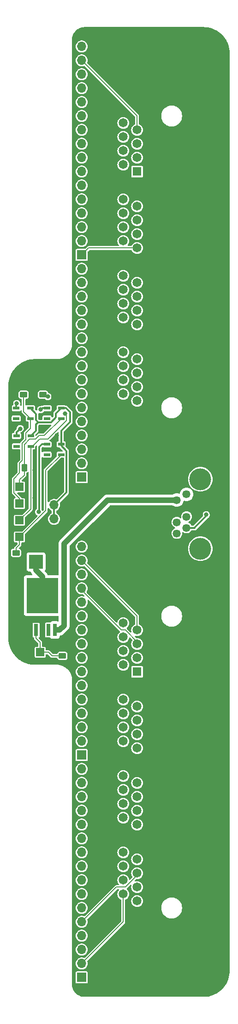
<source format=gtl>
%TF.GenerationSoftware,KiCad,Pcbnew,8.0.5*%
%TF.CreationDate,2024-09-22T10:09:45+02:00*%
%TF.ProjectId,Pico Wide GPIO Connect,5069636f-2057-4696-9465-204750494f20,rev?*%
%TF.SameCoordinates,PX1c76608PY1287e58*%
%TF.FileFunction,Copper,L1,Top*%
%TF.FilePolarity,Positive*%
%FSLAX46Y46*%
G04 Gerber Fmt 4.6, Leading zero omitted, Abs format (unit mm)*
G04 Created by KiCad (PCBNEW 8.0.5) date 2024-09-22 10:09:45*
%MOMM*%
%LPD*%
G01*
G04 APERTURE LIST*
G04 Aperture macros list*
%AMRoundRect*
0 Rectangle with rounded corners*
0 $1 Rounding radius*
0 $2 $3 $4 $5 $6 $7 $8 $9 X,Y pos of 4 corners*
0 Add a 4 corners polygon primitive as box body*
4,1,4,$2,$3,$4,$5,$6,$7,$8,$9,$2,$3,0*
0 Add four circle primitives for the rounded corners*
1,1,$1+$1,$2,$3*
1,1,$1+$1,$4,$5*
1,1,$1+$1,$6,$7*
1,1,$1+$1,$8,$9*
0 Add four rect primitives between the rounded corners*
20,1,$1+$1,$2,$3,$4,$5,0*
20,1,$1+$1,$4,$5,$6,$7,0*
20,1,$1+$1,$6,$7,$8,$9,0*
20,1,$1+$1,$8,$9,$2,$3,0*%
G04 Aperture macros list end*
%TA.AperFunction,SMDPad,CuDef*%
%ADD10RoundRect,0.250000X0.262500X0.450000X-0.262500X0.450000X-0.262500X-0.450000X0.262500X-0.450000X0*%
%TD*%
%TA.AperFunction,SMDPad,CuDef*%
%ADD11R,2.500000X2.500000*%
%TD*%
%TA.AperFunction,ComponentPad*%
%ADD12R,1.650000X1.650000*%
%TD*%
%TA.AperFunction,ComponentPad*%
%ADD13C,1.650000*%
%TD*%
%TA.AperFunction,ComponentPad*%
%ADD14C,2.475000*%
%TD*%
%TA.AperFunction,SMDPad,CuDef*%
%ADD15RoundRect,0.250000X-0.450000X0.262500X-0.450000X-0.262500X0.450000X-0.262500X0.450000X0.262500X0*%
%TD*%
%TA.AperFunction,SMDPad,CuDef*%
%ADD16R,1.500000X1.500000*%
%TD*%
%TA.AperFunction,SMDPad,CuDef*%
%ADD17RoundRect,0.250000X0.450000X-0.262500X0.450000X0.262500X-0.450000X0.262500X-0.450000X-0.262500X0*%
%TD*%
%TA.AperFunction,SMDPad,CuDef*%
%ADD18R,1.150000X0.600000*%
%TD*%
%TA.AperFunction,SMDPad,CuDef*%
%ADD19R,0.800000X2.200000*%
%TD*%
%TA.AperFunction,SMDPad,CuDef*%
%ADD20R,5.800000X6.400000*%
%TD*%
%TA.AperFunction,WasherPad*%
%ADD21C,4.000000*%
%TD*%
%TA.AperFunction,ComponentPad*%
%ADD22C,1.470000*%
%TD*%
%TA.AperFunction,ComponentPad*%
%ADD23C,2.500000*%
%TD*%
%TA.AperFunction,ComponentPad*%
%ADD24R,1.700000X1.700000*%
%TD*%
%TA.AperFunction,ComponentPad*%
%ADD25O,1.700000X1.700000*%
%TD*%
%TA.AperFunction,ViaPad*%
%ADD26C,0.800000*%
%TD*%
%TA.AperFunction,ViaPad*%
%ADD27C,1.600000*%
%TD*%
%TA.AperFunction,Conductor*%
%ADD28C,0.380000*%
%TD*%
%TA.AperFunction,Conductor*%
%ADD29C,1.000000*%
%TD*%
%TA.AperFunction,Conductor*%
%ADD30C,0.200000*%
%TD*%
G04 APERTURE END LIST*
D10*
%TO.P,R1,1*%
%TO.N,/EN4_{5V}*%
X-10517500Y-76972000D03*
%TO.P,R1,2*%
%TO.N,/GND*%
X-12342500Y-76972000D03*
%TD*%
D11*
%TO.P,TP1,1,1*%
%TO.N,/12V*%
X-8382000Y-94234000D03*
%TD*%
D12*
%TO.P,J3,A1,A1*%
%TO.N,Net-(J5-Pin_9)*%
X10156000Y-114300000D03*
D13*
%TO.P,J3,A2,A2*%
%TO.N,Net-(J5-Pin_10)*%
X7616000Y-113030000D03*
%TO.P,J3,A3,A3*%
%TO.N,Net-(J5-Pin_11)*%
X10156000Y-111760000D03*
%TO.P,J3,A4,A4*%
%TO.N,Net-(J5-Pin_12)*%
X7616000Y-110490000D03*
%TO.P,J3,A5,A5*%
%TO.N,Net-(J5-Pin_13)*%
X10156000Y-109220000D03*
%TO.P,J3,A6,A6*%
%TO.N,Net-(J5-Pin_14)*%
X7616000Y-107950000D03*
%TO.P,J3,A7,A7*%
%TO.N,Net-(J5-Pin_15)*%
X10156000Y-106680000D03*
%TO.P,J3,A8,A8*%
%TO.N,Net-(J5-Pin_16)*%
X7616000Y-105410000D03*
%TO.P,J3,B1,B1*%
%TO.N,Net-(J5-Pin_1)*%
X10156000Y-128270000D03*
%TO.P,J3,B2,B2*%
%TO.N,Net-(J5-Pin_2)*%
X7616000Y-127000000D03*
%TO.P,J3,B3,B3*%
%TO.N,Net-(J5-Pin_3)*%
X10156000Y-125730000D03*
%TO.P,J3,B4,B4*%
%TO.N,Net-(J5-Pin_4)*%
X7616000Y-124460000D03*
%TO.P,J3,B5,B5*%
%TO.N,Net-(J5-Pin_5)*%
X10156000Y-123190000D03*
%TO.P,J3,B6,B6*%
%TO.N,Net-(J5-Pin_6)*%
X7616000Y-121920000D03*
%TO.P,J3,B7,B7*%
%TO.N,Net-(J5-Pin_7)*%
X10156000Y-120650000D03*
%TO.P,J3,B8,B8*%
%TO.N,Net-(J5-Pin_8)*%
X7616000Y-119380000D03*
%TO.P,J3,C1,C1*%
%TO.N,Net-(J4-Pin_9)*%
X10156000Y-142240000D03*
%TO.P,J3,C2,C2*%
%TO.N,Net-(J4-Pin_10)*%
X7616000Y-140970000D03*
%TO.P,J3,C3,C3*%
%TO.N,Net-(J4-Pin_11)*%
X10156000Y-139700000D03*
%TO.P,J3,C4,C4*%
%TO.N,Net-(J4-Pin_12)*%
X7616000Y-138430000D03*
%TO.P,J3,C5,C5*%
%TO.N,Net-(J4-Pin_13)*%
X10156000Y-137160000D03*
%TO.P,J3,C6,C6*%
%TO.N,Net-(J4-Pin_14)*%
X7616000Y-135890000D03*
%TO.P,J3,C7,C7*%
%TO.N,Net-(J4-Pin_15)*%
X10156000Y-134620000D03*
%TO.P,J3,C8,C8*%
%TO.N,Net-(J4-Pin_16)*%
X7616000Y-133350000D03*
%TO.P,J3,D1,D1*%
%TO.N,Net-(J4-Pin_1)*%
X10156000Y-156210000D03*
%TO.P,J3,D2,D2*%
%TO.N,Net-(J4-Pin_2)*%
X7616000Y-154940000D03*
%TO.P,J3,D3,D3*%
%TO.N,Net-(J4-Pin_3)*%
X10156000Y-153670000D03*
%TO.P,J3,D4,D4*%
%TO.N,Net-(J4-Pin_4)*%
X7616000Y-152400000D03*
%TO.P,J3,D5,D5*%
%TO.N,Net-(J4-Pin_5)*%
X10156000Y-151130000D03*
%TO.P,J3,D6,D6*%
%TO.N,Net-(J4-Pin_6)*%
X7616000Y-149860000D03*
%TO.P,J3,D7,D7*%
%TO.N,Net-(J4-Pin_7)*%
X10156000Y-148590000D03*
%TO.P,J3,D8,D8*%
%TO.N,Net-(J4-Pin_8)*%
X7616000Y-147320000D03*
D14*
%TO.P,J3,MH1,MH1*%
%TO.N,/GND*%
X21076000Y-160270000D03*
%TO.P,J3,MH2,MH2*%
X6096000Y-144780000D03*
%TO.P,J3,MH3,MH3*%
X6096000Y-130810000D03*
%TO.P,J3,MH4,MH4*%
X6096000Y-116840000D03*
%TO.P,J3,MH5,MH5*%
X21076000Y-101350000D03*
%TD*%
D15*
%TO.P,R4,1*%
%TO.N,/EN1_{5V}*%
X-12055000Y-92559500D03*
%TO.P,R4,2*%
%TO.N,/GND*%
X-12055000Y-94384500D03*
%TD*%
D16*
%TO.P,TP6,1,1*%
%TO.N,/EN4_{5V}*%
X-11430000Y-80518000D03*
%TD*%
D17*
%TO.P,R5,1*%
%TO.N,/EN_{12V}*%
X-3566000Y-111402500D03*
%TO.P,R5,2*%
%TO.N,/GND*%
X-3566000Y-109577500D03*
%TD*%
D12*
%TO.P,J2,A1,A1*%
%TO.N,Net-(J7-Pin_9)*%
X10156000Y-22860000D03*
D13*
%TO.P,J2,A2,A2*%
%TO.N,Net-(J7-Pin_10)*%
X7616000Y-21590000D03*
%TO.P,J2,A3,A3*%
%TO.N,Net-(J7-Pin_11)*%
X10156000Y-20320000D03*
%TO.P,J2,A4,A4*%
%TO.N,Net-(J7-Pin_12)*%
X7616000Y-19050000D03*
%TO.P,J2,A5,A5*%
%TO.N,Net-(J7-Pin_13)*%
X10156000Y-17780000D03*
%TO.P,J2,A6,A6*%
%TO.N,Net-(J7-Pin_14)*%
X7616000Y-16510000D03*
%TO.P,J2,A7,A7*%
%TO.N,Net-(J7-Pin_15)*%
X10156000Y-15240000D03*
%TO.P,J2,A8,A8*%
%TO.N,Net-(J7-Pin_16)*%
X7616000Y-13970000D03*
%TO.P,J2,B1,B1*%
%TO.N,Net-(J7-Pin_1)*%
X10156000Y-36830000D03*
%TO.P,J2,B2,B2*%
%TO.N,Net-(J7-Pin_2)*%
X7616000Y-35560000D03*
%TO.P,J2,B3,B3*%
%TO.N,Net-(J7-Pin_3)*%
X10156000Y-34290000D03*
%TO.P,J2,B4,B4*%
%TO.N,Net-(J7-Pin_4)*%
X7616000Y-33020000D03*
%TO.P,J2,B5,B5*%
%TO.N,Net-(J7-Pin_5)*%
X10156000Y-31750000D03*
%TO.P,J2,B6,B6*%
%TO.N,Net-(J7-Pin_6)*%
X7616000Y-30480000D03*
%TO.P,J2,B7,B7*%
%TO.N,Net-(J7-Pin_7)*%
X10156000Y-29210000D03*
%TO.P,J2,B8,B8*%
%TO.N,Net-(J7-Pin_8)*%
X7616000Y-27940000D03*
%TO.P,J2,C1,C1*%
%TO.N,Net-(J6-Pin_9)*%
X10156000Y-50800000D03*
%TO.P,J2,C2,C2*%
%TO.N,Net-(J6-Pin_10)*%
X7616000Y-49530000D03*
%TO.P,J2,C3,C3*%
%TO.N,Net-(J6-Pin_11)*%
X10156000Y-48260000D03*
%TO.P,J2,C4,C4*%
%TO.N,Net-(J6-Pin_12)*%
X7616000Y-46990000D03*
%TO.P,J2,C5,C5*%
%TO.N,Net-(J6-Pin_13)*%
X10156000Y-45720000D03*
%TO.P,J2,C6,C6*%
%TO.N,Net-(J6-Pin_14)*%
X7616000Y-44450000D03*
%TO.P,J2,C7,C7*%
%TO.N,Net-(J6-Pin_15)*%
X10156000Y-43180000D03*
%TO.P,J2,C8,C8*%
%TO.N,Net-(J6-Pin_16)*%
X7616000Y-41910000D03*
%TO.P,J2,D1,D1*%
%TO.N,Net-(J6-Pin_1)*%
X10156000Y-64770000D03*
%TO.P,J2,D2,D2*%
%TO.N,Net-(J6-Pin_2)*%
X7616000Y-63500000D03*
%TO.P,J2,D3,D3*%
%TO.N,Net-(J6-Pin_3)*%
X10156000Y-62230000D03*
%TO.P,J2,D4,D4*%
%TO.N,Net-(J6-Pin_4)*%
X7616000Y-60960000D03*
%TO.P,J2,D5,D5*%
%TO.N,Net-(J6-Pin_5)*%
X10156000Y-59690000D03*
%TO.P,J2,D6,D6*%
%TO.N,Net-(J6-Pin_6)*%
X7616000Y-58420000D03*
%TO.P,J2,D7,D7*%
%TO.N,Net-(J6-Pin_7)*%
X10156000Y-57150000D03*
%TO.P,J2,D8,D8*%
%TO.N,Net-(J6-Pin_8)*%
X7616000Y-55880000D03*
D14*
%TO.P,J2,MH1,MH1*%
%TO.N,/GND*%
X21076000Y-68830000D03*
%TO.P,J2,MH2,MH2*%
X6096000Y-53340000D03*
%TO.P,J2,MH3,MH3*%
X6096000Y-39370000D03*
%TO.P,J2,MH4,MH4*%
X6096000Y-25400000D03*
%TO.P,J2,MH5,MH5*%
X21076000Y-9910000D03*
%TD*%
D18*
%TO.P,IC1,1,VOUT*%
%TO.N,/5V_{OUT4}*%
X-6380000Y-66106000D03*
%TO.P,IC1,2,GND*%
%TO.N,/GND*%
X-6380000Y-67056000D03*
%TO.P,IC1,3,FLG*%
%TO.N,unconnected-(IC1-FLG-Pad3)*%
X-6380000Y-68006000D03*
%TO.P,IC1,4,EN*%
%TO.N,/EN4_{5V}*%
X-3780000Y-68006000D03*
%TO.P,IC1,5,VIN*%
%TO.N,/5V*%
X-3780000Y-66106000D03*
%TD*%
D16*
%TO.P,TP5,1,1*%
%TO.N,/EN3_{5V}*%
X-11430000Y-83566000D03*
%TD*%
D17*
%TO.P,R3,1*%
%TO.N,/EN2_{5V}*%
X-7122000Y-63650500D03*
%TO.P,R3,2*%
%TO.N,/GND*%
X-7122000Y-61825500D03*
%TD*%
D16*
%TO.P,TP3,1,1*%
%TO.N,/EN2_{5V}*%
X-11430000Y-86614000D03*
%TD*%
D17*
%TO.P,R2,1*%
%TO.N,/EN3_{5V}*%
X-10678000Y-63650500D03*
%TO.P,R2,2*%
%TO.N,/GND*%
X-10678000Y-61825500D03*
%TD*%
D18*
%TO.P,IC4,1,VOUT*%
%TO.N,/5V_{OUT1}*%
X-6380000Y-72710000D03*
%TO.P,IC4,2,GND*%
%TO.N,/GND*%
X-6380000Y-73660000D03*
%TO.P,IC4,3,FLG*%
%TO.N,unconnected-(IC4-FLG-Pad3)*%
X-6380000Y-74610000D03*
%TO.P,IC4,4,EN*%
%TO.N,/EN1_{5V}*%
X-3780000Y-74610000D03*
%TO.P,IC4,5,VIN*%
%TO.N,/5V*%
X-3780000Y-72710000D03*
%TD*%
D19*
%TO.P,Q1,1,GND*%
%TO.N,/GND*%
X-9516000Y-106680000D03*
%TO.P,Q1,2,EN*%
%TO.N,/EN_{12V}*%
X-8376000Y-106680000D03*
D20*
%TO.P,Q1,3,VIN*%
%TO.N,/12V*%
X-7236000Y-100380000D03*
D19*
%TO.P,Q1,4,ST*%
%TO.N,unconnected-(Q1-ST-Pad4)*%
X-6096000Y-106680000D03*
%TO.P,Q1,5,VOUT*%
%TO.N,/12V_{OUT}*%
X-4956000Y-106680000D03*
%TD*%
D18*
%TO.P,IC2,1,VOUT*%
%TO.N,/5V_{OUT3}*%
X-12028000Y-66106000D03*
%TO.P,IC2,2,GND*%
%TO.N,/GND*%
X-12028000Y-67056000D03*
%TO.P,IC2,3,FLG*%
%TO.N,unconnected-(IC2-FLG-Pad3)*%
X-12028000Y-68006000D03*
%TO.P,IC2,4,EN*%
%TO.N,/EN3_{5V}*%
X-9428000Y-68006000D03*
%TO.P,IC2,5,VIN*%
%TO.N,/5V*%
X-9428000Y-66106000D03*
%TD*%
D21*
%TO.P,J1,*%
%TO.N,*%
X21774000Y-91809000D03*
X21774000Y-79109000D03*
D22*
%TO.P,J1,1,1*%
%TO.N,/12V_{OUT}*%
X19234000Y-81879000D03*
%TO.P,J1,2,2*%
X17454000Y-82899000D03*
%TO.P,J1,3,3*%
%TO.N,/GND*%
X19234000Y-83919000D03*
%TO.P,J1,4,4*%
X17454000Y-84939000D03*
%TO.P,J1,5,5*%
%TO.N,/5V_{OUT1}*%
X19234000Y-85959000D03*
%TO.P,J1,6,6*%
%TO.N,/5V_{OUT2}*%
X17454000Y-86979000D03*
%TO.P,J1,7,7*%
%TO.N,/5V_{OUT3}*%
X19234000Y-87999000D03*
%TO.P,J1,8,8*%
%TO.N,/5V_{OUT4}*%
X17454000Y-89019000D03*
D23*
%TO.P,J1,MH1,MH1*%
%TO.N,/GND*%
X18344000Y-77329000D03*
%TO.P,J1,MH2,MH2*%
X18344000Y-93589000D03*
%TD*%
D18*
%TO.P,IC3,1,VOUT*%
%TO.N,/5V_{OUT2}*%
X-11968000Y-71186000D03*
%TO.P,IC3,2,GND*%
%TO.N,/GND*%
X-11968000Y-72136000D03*
%TO.P,IC3,3,FLG*%
%TO.N,unconnected-(IC3-FLG-Pad3)*%
X-11968000Y-73086000D03*
%TO.P,IC3,4,EN*%
%TO.N,/EN2_{5V}*%
X-9368000Y-73086000D03*
%TO.P,IC3,5,VIN*%
%TO.N,/5V*%
X-9368000Y-71186000D03*
%TD*%
D16*
%TO.P,TP4,1,1*%
%TO.N,/EN1_{5V}*%
X-11430000Y-89662000D03*
%TD*%
%TO.P,TP2,1,1*%
%TO.N,/EN_{12V}*%
X-7620000Y-110744000D03*
%TD*%
D24*
%TO.P,J4,1,Pin_1*%
%TO.N,Net-(J4-Pin_1)*%
X0Y-170180000D03*
D25*
%TO.P,J4,2,Pin_2*%
%TO.N,Net-(J4-Pin_2)*%
X0Y-167640000D03*
%TO.P,J4,3,Pin_3*%
%TO.N,Net-(J4-Pin_3)*%
X0Y-165100000D03*
%TO.P,J4,4,Pin_4*%
%TO.N,Net-(J4-Pin_4)*%
X0Y-162560000D03*
%TO.P,J4,5,Pin_5*%
%TO.N,Net-(J4-Pin_5)*%
X0Y-160020000D03*
%TO.P,J4,6,Pin_6*%
%TO.N,Net-(J4-Pin_6)*%
X0Y-157480000D03*
%TO.P,J4,7,Pin_7*%
%TO.N,Net-(J4-Pin_7)*%
X0Y-154940000D03*
%TO.P,J4,8,Pin_8*%
%TO.N,Net-(J4-Pin_8)*%
X0Y-152400000D03*
%TO.P,J4,9,Pin_9*%
%TO.N,Net-(J4-Pin_9)*%
X0Y-149860000D03*
%TO.P,J4,10,Pin_10*%
%TO.N,Net-(J4-Pin_10)*%
X0Y-147320000D03*
%TO.P,J4,11,Pin_11*%
%TO.N,Net-(J4-Pin_11)*%
X0Y-144780000D03*
%TO.P,J4,12,Pin_12*%
%TO.N,Net-(J4-Pin_12)*%
X0Y-142240000D03*
%TO.P,J4,13,Pin_13*%
%TO.N,Net-(J4-Pin_13)*%
X0Y-139700000D03*
%TO.P,J4,14,Pin_14*%
%TO.N,Net-(J4-Pin_14)*%
X0Y-137160000D03*
%TO.P,J4,15,Pin_15*%
%TO.N,Net-(J4-Pin_15)*%
X0Y-134620000D03*
%TO.P,J4,16,Pin_16*%
%TO.N,Net-(J4-Pin_16)*%
X0Y-132080000D03*
%TD*%
D24*
%TO.P,J7,1,Pin_1*%
%TO.N,Net-(J7-Pin_1)*%
X0Y-38100000D03*
D25*
%TO.P,J7,2,Pin_2*%
%TO.N,Net-(J7-Pin_2)*%
X0Y-35560000D03*
%TO.P,J7,3,Pin_3*%
%TO.N,Net-(J7-Pin_3)*%
X0Y-33020000D03*
%TO.P,J7,4,Pin_4*%
%TO.N,Net-(J7-Pin_4)*%
X0Y-30480000D03*
%TO.P,J7,5,Pin_5*%
%TO.N,Net-(J7-Pin_5)*%
X0Y-27940000D03*
%TO.P,J7,6,Pin_6*%
%TO.N,Net-(J7-Pin_6)*%
X0Y-25400000D03*
%TO.P,J7,7,Pin_7*%
%TO.N,Net-(J7-Pin_7)*%
X0Y-22860000D03*
%TO.P,J7,8,Pin_8*%
%TO.N,Net-(J7-Pin_8)*%
X0Y-20320000D03*
%TO.P,J7,9,Pin_9*%
%TO.N,Net-(J7-Pin_9)*%
X0Y-17780000D03*
%TO.P,J7,10,Pin_10*%
%TO.N,Net-(J7-Pin_10)*%
X0Y-15240000D03*
%TO.P,J7,11,Pin_11*%
%TO.N,Net-(J7-Pin_11)*%
X0Y-12700000D03*
%TO.P,J7,12,Pin_12*%
%TO.N,Net-(J7-Pin_12)*%
X0Y-10160000D03*
%TO.P,J7,13,Pin_13*%
%TO.N,Net-(J7-Pin_13)*%
X0Y-7620000D03*
%TO.P,J7,14,Pin_14*%
%TO.N,Net-(J7-Pin_14)*%
X0Y-5080000D03*
%TO.P,J7,15,Pin_15*%
%TO.N,Net-(J7-Pin_15)*%
X0Y-2540000D03*
%TO.P,J7,16,Pin_16*%
%TO.N,Net-(J7-Pin_16)*%
X0Y0D03*
%TD*%
D24*
%TO.P,J6,1,Pin_1*%
%TO.N,Net-(J6-Pin_1)*%
X0Y-78740000D03*
D25*
%TO.P,J6,2,Pin_2*%
%TO.N,Net-(J6-Pin_2)*%
X0Y-76200000D03*
%TO.P,J6,3,Pin_3*%
%TO.N,Net-(J6-Pin_3)*%
X0Y-73660000D03*
%TO.P,J6,4,Pin_4*%
%TO.N,Net-(J6-Pin_4)*%
X0Y-71120000D03*
%TO.P,J6,5,Pin_5*%
%TO.N,Net-(J6-Pin_5)*%
X0Y-68580000D03*
%TO.P,J6,6,Pin_6*%
%TO.N,Net-(J6-Pin_6)*%
X0Y-66040000D03*
%TO.P,J6,7,Pin_7*%
%TO.N,Net-(J6-Pin_7)*%
X0Y-63500000D03*
%TO.P,J6,8,Pin_8*%
%TO.N,Net-(J6-Pin_8)*%
X0Y-60960000D03*
%TO.P,J6,9,Pin_9*%
%TO.N,Net-(J6-Pin_9)*%
X0Y-58420000D03*
%TO.P,J6,10,Pin_10*%
%TO.N,Net-(J6-Pin_10)*%
X0Y-55880000D03*
%TO.P,J6,11,Pin_11*%
%TO.N,Net-(J6-Pin_11)*%
X0Y-53340000D03*
%TO.P,J6,12,Pin_12*%
%TO.N,Net-(J6-Pin_12)*%
X0Y-50800000D03*
%TO.P,J6,13,Pin_13*%
%TO.N,Net-(J6-Pin_13)*%
X0Y-48260000D03*
%TO.P,J6,14,Pin_14*%
%TO.N,Net-(J6-Pin_14)*%
X0Y-45720000D03*
%TO.P,J6,15,Pin_15*%
%TO.N,Net-(J6-Pin_15)*%
X0Y-43180000D03*
%TO.P,J6,16,Pin_16*%
%TO.N,Net-(J6-Pin_16)*%
X0Y-40640000D03*
%TD*%
D24*
%TO.P,J9,1,Pin_1*%
%TO.N,/GND*%
X-5080000Y-78740000D03*
D25*
%TO.P,J9,2,Pin_2*%
X-5080000Y-81280000D03*
%TO.P,J9,3,Pin_3*%
%TO.N,/5V*%
X-5080000Y-83820000D03*
%TO.P,J9,4,Pin_4*%
X-5080000Y-86360000D03*
%TO.P,J9,5,Pin_5*%
%TO.N,/GND*%
X-5080000Y-88900000D03*
%TO.P,J9,6,Pin_6*%
X-5080000Y-91440000D03*
%TD*%
D24*
%TO.P,J5,1,Pin_1*%
%TO.N,Net-(J5-Pin_1)*%
X0Y-129540000D03*
D25*
%TO.P,J5,2,Pin_2*%
%TO.N,Net-(J5-Pin_2)*%
X0Y-127000000D03*
%TO.P,J5,3,Pin_3*%
%TO.N,Net-(J5-Pin_3)*%
X0Y-124460000D03*
%TO.P,J5,4,Pin_4*%
%TO.N,Net-(J5-Pin_4)*%
X0Y-121920000D03*
%TO.P,J5,5,Pin_5*%
%TO.N,Net-(J5-Pin_5)*%
X0Y-119380000D03*
%TO.P,J5,6,Pin_6*%
%TO.N,Net-(J5-Pin_6)*%
X0Y-116840000D03*
%TO.P,J5,7,Pin_7*%
%TO.N,Net-(J5-Pin_7)*%
X0Y-114300000D03*
%TO.P,J5,8,Pin_8*%
%TO.N,Net-(J5-Pin_8)*%
X0Y-111760000D03*
%TO.P,J5,9,Pin_9*%
%TO.N,Net-(J5-Pin_9)*%
X0Y-109220000D03*
%TO.P,J5,10,Pin_10*%
%TO.N,Net-(J5-Pin_10)*%
X0Y-106680000D03*
%TO.P,J5,11,Pin_11*%
%TO.N,Net-(J5-Pin_11)*%
X0Y-104140000D03*
%TO.P,J5,12,Pin_12*%
%TO.N,Net-(J5-Pin_12)*%
X0Y-101600000D03*
%TO.P,J5,13,Pin_13*%
%TO.N,Net-(J5-Pin_13)*%
X0Y-99060000D03*
%TO.P,J5,14,Pin_14*%
%TO.N,Net-(J5-Pin_14)*%
X0Y-96520000D03*
%TO.P,J5,15,Pin_15*%
%TO.N,Net-(J5-Pin_15)*%
X0Y-93980000D03*
%TO.P,J5,16,Pin_16*%
%TO.N,Net-(J5-Pin_16)*%
X0Y-91440000D03*
%TD*%
D26*
%TO.N,/GND*%
X11938000Y-88011000D03*
X-7134331Y-69827669D03*
X-8636000Y-77470000D03*
X-12714170Y-82542752D03*
D27*
X-5030000Y-95879998D03*
X14478000Y-84836002D03*
X14478000Y-80518000D03*
D26*
X-7522107Y-67510065D03*
X-3175000Y-64389000D03*
D27*
X-2286000Y-83566000D03*
D26*
X-8636000Y-82550000D03*
X-12192000Y-75692000D03*
X4572000Y-72136000D03*
X-12954000Y-67056000D03*
D27*
X-11176000Y-106680000D03*
D26*
X-2540000Y-72390000D03*
X-4572000Y-71120000D03*
X-9940999Y-91404999D03*
X-12700000Y-88138000D03*
X-9652000Y-89662000D03*
%TO.N,/5V_{OUT4}*%
X-7534030Y-66379970D03*
%TO.N,/5V_{OUT3}*%
X-11938000Y-65278000D03*
X22860000Y-85598000D03*
%TO.N,/5V_{OUT2}*%
X-11297660Y-69860681D03*
%TO.N,/EN2_{5V}*%
X-3094000Y-67116356D03*
X-6223000Y-64008000D03*
%TO.N,/5V_{OUT1}*%
X-7919958Y-85090008D03*
%TD*%
D28*
%TO.N,/GND*%
X-9516000Y-106680000D02*
X-11176000Y-106680000D01*
%TO.N,/5V*%
X-5080000Y-83820000D02*
X-2799300Y-81539300D01*
X-9368000Y-71186000D02*
X-8382000Y-70200000D01*
X-2799300Y-73935700D02*
X-3780000Y-72955000D01*
X-3780000Y-72955000D02*
X-3780000Y-72710000D01*
X-8382000Y-68326000D02*
X-8012000Y-68696000D01*
X-8382000Y-68326000D02*
X-8382000Y-67152000D01*
X-2913244Y-66106000D02*
X-2159000Y-66860244D01*
X-8382000Y-69066000D02*
X-8012000Y-68696000D01*
X-3780000Y-70258965D02*
X-3780000Y-72710000D01*
X-8012000Y-68696000D02*
X-5634964Y-68696000D01*
X-5634964Y-68696000D02*
X-4745000Y-67806036D01*
X-4745000Y-67806036D02*
X-4745000Y-67071000D01*
X-2799300Y-81539300D02*
X-2799300Y-73935700D01*
X-8382000Y-70200000D02*
X-8382000Y-69066000D01*
X-2159000Y-68637965D02*
X-3780000Y-70258965D01*
X-2159000Y-66860244D02*
X-2159000Y-68637965D01*
X-8382000Y-67152000D02*
X-9428000Y-66106000D01*
X-4745000Y-67071000D02*
X-3780000Y-66106000D01*
X-3780000Y-66106000D02*
X-2913244Y-66106000D01*
X-5080000Y-86360000D02*
X-5080000Y-83820000D01*
D29*
%TO.N,/GND*%
X14478000Y-80518000D02*
X4064000Y-80518000D01*
D28*
X-12993000Y-67017000D02*
X-12993000Y-64140500D01*
X-5080000Y-88900000D02*
X-8890000Y-88900000D01*
D29*
X17454000Y-84939000D02*
X14580998Y-84939000D01*
D28*
X-11968000Y-72136000D02*
X-11436000Y-72136000D01*
X-3566000Y-109577500D02*
X-5344000Y-109577500D01*
X-11436000Y-72136000D02*
X-10922000Y-71622000D01*
X-6380000Y-67056000D02*
X-5425000Y-67056000D01*
X-7586000Y-107335500D02*
X-7586000Y-105190000D01*
X11938000Y-88011000D02*
X14351000Y-88011000D01*
X-11176000Y-97028000D02*
X-10668000Y-96520000D01*
X-12970000Y-78740000D02*
X-12970000Y-82286922D01*
X-5738500Y-61825500D02*
X-3175000Y-64389000D01*
X-5425000Y-67056000D02*
X-5334000Y-66965000D01*
X-12516250Y-78286250D02*
X-12970000Y-78740000D01*
X-12714170Y-88123830D02*
X-12700000Y-88138000D01*
X-12954000Y-67056000D02*
X-12993000Y-67017000D01*
D29*
X14478000Y-80518000D02*
X15155000Y-80518000D01*
D28*
X-7122000Y-61825500D02*
X-5738500Y-61825500D01*
X-11968000Y-72136000D02*
X-12923000Y-72136000D01*
X-7068042Y-67056000D02*
X-7522107Y-67510065D01*
X-12923000Y-72136000D02*
X-12954000Y-72167000D01*
X-11176000Y-106680000D02*
X-11176000Y-97028000D01*
X-10414000Y-70104000D02*
X-10414000Y-67965000D01*
X-10668000Y-96520000D02*
X-10668000Y-92132000D01*
D29*
X14478000Y-84836002D02*
X14478000Y-87884000D01*
D28*
X-1579000Y-71429000D02*
X-1579000Y-65985000D01*
X-12342500Y-76972000D02*
X-12342500Y-75842500D01*
X14351000Y-88011000D02*
X14478000Y-87884000D01*
D29*
X-5030000Y-95879998D02*
X-5080000Y-95829998D01*
D28*
X-10414000Y-67965000D02*
X-11323000Y-67056000D01*
X-10668000Y-92132000D02*
X-9940999Y-91404999D01*
X-12954000Y-74930000D02*
X-12192000Y-75692000D01*
X-2032000Y-83312000D02*
X-2032000Y-72898000D01*
D29*
X14478000Y-87884000D02*
X14478000Y-89723000D01*
D28*
X-12028000Y-67056000D02*
X-12954000Y-67056000D01*
D29*
X14580998Y-84939000D02*
X14478000Y-84836002D01*
D28*
X-2286000Y-83566000D02*
X-2032000Y-83312000D01*
X-12993000Y-64140500D02*
X-10678000Y-61825500D01*
D29*
X14478000Y-89723000D02*
X18344000Y-93589000D01*
D28*
X-1579000Y-65985000D02*
X-3175000Y-64389000D01*
D29*
X1016000Y-83566000D02*
X-2286000Y-83566000D01*
D28*
X-2032000Y-72898000D02*
X-2540000Y-72390000D01*
X-6380000Y-67056000D02*
X-7068042Y-67056000D01*
X-5344000Y-109577500D02*
X-7586000Y-107335500D01*
X-9506000Y-105190000D02*
X-9516000Y-105200000D01*
X-2286000Y-83566000D02*
X-2286000Y-86106000D01*
D29*
X15155000Y-80518000D02*
X18344000Y-77329000D01*
D28*
X-11323000Y-67056000D02*
X-12028000Y-67056000D01*
X-10678000Y-61825500D02*
X-7122000Y-61825500D01*
X-5334000Y-66965000D02*
X-5334000Y-65786000D01*
D29*
X4064000Y-80518000D02*
X1016000Y-83566000D01*
D28*
X-3937000Y-64389000D02*
X-3175000Y-64389000D01*
X-8890000Y-88900000D02*
X-9652000Y-89662000D01*
X-12516250Y-77145750D02*
X-12516250Y-78286250D01*
X-10922000Y-71622000D02*
X-10922000Y-70612000D01*
X-5334000Y-65786000D02*
X-3937000Y-64389000D01*
X-12714170Y-82542752D02*
X-12714170Y-88123830D01*
X-2286000Y-86106000D02*
X-5080000Y-88900000D01*
X-2540000Y-72390000D02*
X-1579000Y-71429000D01*
X-9905998Y-91440000D02*
X-9940999Y-91404999D01*
X-10922000Y-70612000D02*
X-10414000Y-70104000D01*
X-7586000Y-105190000D02*
X-9506000Y-105190000D01*
X-12954000Y-72167000D02*
X-12954000Y-74930000D01*
X-12970000Y-82286922D02*
X-12714170Y-82542752D01*
X-9516000Y-105200000D02*
X-9516000Y-106680000D01*
X-5080000Y-91440000D02*
X-9905998Y-91440000D01*
D29*
X-5080000Y-95829998D02*
X-5080000Y-91440000D01*
D28*
X-12342500Y-75842500D02*
X-12192000Y-75692000D01*
D30*
%TO.N,Net-(J7-Pin_1)*%
X1270000Y-36830000D02*
X10156000Y-36830000D01*
X0Y-38100000D02*
X1270000Y-36830000D01*
%TO.N,Net-(J7-Pin_15)*%
X0Y-2540000D02*
X10156000Y-12696000D01*
X10156000Y-12696000D02*
X10156000Y-15240000D01*
%TO.N,Net-(J4-Pin_5)*%
X8013000Y-153670000D02*
X6350000Y-153670000D01*
X6350000Y-153670000D02*
X0Y-160020000D01*
X10156000Y-151527000D02*
X8013000Y-153670000D01*
%TO.N,Net-(J5-Pin_13)*%
X8013000Y-106680000D02*
X7282200Y-106680000D01*
X7282200Y-106680000D02*
X0Y-99397800D01*
X10156000Y-108823000D02*
X8013000Y-106680000D01*
%TO.N,Net-(J5-Pin_15)*%
X10156000Y-104136000D02*
X10156000Y-106680000D01*
X0Y-93980000D02*
X10156000Y-104136000D01*
%TO.N,Net-(J4-Pin_2)*%
X7616000Y-160024000D02*
X7616000Y-154940000D01*
X0Y-167640000D02*
X7616000Y-160024000D01*
%TO.N,/EN_{12V}*%
X-7620000Y-108966000D02*
X-7620000Y-110744000D01*
X-5437500Y-111402500D02*
X-3566000Y-111402500D01*
X-8376000Y-106680000D02*
X-8376000Y-108210000D01*
X-6096000Y-110744000D02*
X-5437500Y-111402500D01*
X-7620000Y-110744000D02*
X-6096000Y-110744000D01*
X-8376000Y-108210000D02*
X-7620000Y-108966000D01*
D29*
%TO.N,/12V*%
X-7236000Y-96904000D02*
X-8382000Y-95758000D01*
X-8382000Y-95758000D02*
X-8382000Y-94234000D01*
X-7236000Y-100380000D02*
X-7236000Y-96904000D01*
D30*
%TO.N,/EN4_{5V}*%
X-10517500Y-76972000D02*
X-10517500Y-78335500D01*
X-7827000Y-71120000D02*
X-6894000Y-71120000D01*
X-10517500Y-78335500D02*
X-11430000Y-79248000D01*
X-10517500Y-76972000D02*
X-10517500Y-72747500D01*
X-11430000Y-79248000D02*
X-11430000Y-80518000D01*
X-9556000Y-71786000D02*
X-8493000Y-71786000D01*
X-10517500Y-72747500D02*
X-9556000Y-71786000D01*
X-6894000Y-71120000D02*
X-3780000Y-68006000D01*
X-8493000Y-71786000D02*
X-7827000Y-71120000D01*
D28*
%TO.N,/5V_{OUT4}*%
X-7260060Y-66106000D02*
X-7534030Y-66379970D01*
X-6380000Y-66106000D02*
X-7260060Y-66106000D01*
D30*
%TO.N,/EN3_{5V}*%
X-11430000Y-82616000D02*
X-11430000Y-83566000D01*
X-10917500Y-75687500D02*
X-11430000Y-76200000D01*
X-12480000Y-79028000D02*
X-12480000Y-81566000D01*
X-10243000Y-70669000D02*
X-10243000Y-71808965D01*
X-9428000Y-68006000D02*
X-9428000Y-69854000D01*
X-11430000Y-77978000D02*
X-12480000Y-79028000D01*
X-10678000Y-66756000D02*
X-10678000Y-63650500D01*
X-11430000Y-76200000D02*
X-11430000Y-77978000D01*
X-9428000Y-69854000D02*
X-10243000Y-70669000D01*
X-10917500Y-72483465D02*
X-10917500Y-75687500D01*
X-12480000Y-81566000D02*
X-11430000Y-82616000D01*
X-10243000Y-71808965D02*
X-10917500Y-72483465D01*
X-9428000Y-68006000D02*
X-10678000Y-66756000D01*
D28*
%TO.N,/5V_{OUT3}*%
X-12028000Y-66106000D02*
X-12028000Y-65368000D01*
X19234000Y-87999000D02*
X20713000Y-87999000D01*
X20828000Y-87884000D02*
X22860000Y-85852000D01*
X22860000Y-85852000D02*
X22860000Y-85598000D01*
X-12028000Y-65368000D02*
X-11938000Y-65278000D01*
X20713000Y-87999000D02*
X20828000Y-87884000D01*
%TO.N,/5V_{OUT2}*%
X-11968000Y-71186000D02*
X-11968000Y-70531021D01*
X-11968000Y-70531021D02*
X-11297660Y-69860681D01*
D30*
%TO.N,/EN2_{5V}*%
X-11430000Y-86614000D02*
X-9368000Y-84552000D01*
X-3094000Y-67116356D02*
X-2794000Y-67416356D01*
X-6223000Y-64008000D02*
X-6764500Y-64008000D01*
X-2794000Y-67416356D02*
X-2794000Y-68342000D01*
X-7762000Y-71755000D02*
X-9093000Y-73086000D01*
X-9368000Y-84552000D02*
X-9368000Y-73086000D01*
X-2794000Y-68342000D02*
X-6207000Y-71755000D01*
X-6207000Y-71755000D02*
X-7762000Y-71755000D01*
D28*
%TO.N,/5V_{OUT1}*%
X-6380000Y-72710000D02*
X-7335000Y-72710000D01*
X-7335000Y-72710000D02*
X-7796000Y-73171000D01*
X-7796000Y-73171000D02*
X-7796000Y-84966050D01*
X-7796000Y-84966050D02*
X-7919958Y-85090008D01*
D30*
%TO.N,/EN1_{5V}*%
X-6604000Y-77434000D02*
X-6604000Y-84836000D01*
X-3780000Y-74610000D02*
X-6604000Y-77434000D01*
X-11430000Y-91059000D02*
X-11430000Y-89662000D01*
X-12055000Y-91684000D02*
X-11430000Y-91059000D01*
X-6604000Y-84836000D02*
X-11430000Y-89662000D01*
X-12055000Y-92559500D02*
X-12055000Y-91684000D01*
D29*
%TO.N,/12V_{OUT}*%
X-3230000Y-105846000D02*
X-3230000Y-90860000D01*
X-4064000Y-106680000D02*
X-3230000Y-105846000D01*
X-3230000Y-90860000D02*
X4731000Y-82899000D01*
X-4696000Y-106680000D02*
X-4064000Y-106680000D01*
X4731000Y-82899000D02*
X17454000Y-82899000D01*
%TD*%
%TA.AperFunction,Conductor*%
%TO.N,/GND*%
G36*
X-4301166Y-70447362D02*
G01*
X-4245233Y-70489234D01*
X-4220816Y-70554698D01*
X-4220500Y-70563544D01*
X-4220500Y-72035500D01*
X-4240185Y-72102539D01*
X-4292989Y-72148294D01*
X-4344500Y-72159500D01*
X-4379677Y-72159500D01*
X-4452736Y-72174032D01*
X-4452740Y-72174033D01*
X-4535601Y-72229399D01*
X-4590967Y-72312260D01*
X-4590968Y-72312264D01*
X-4605500Y-72385321D01*
X-4605500Y-73034678D01*
X-4590968Y-73107735D01*
X-4590967Y-73107739D01*
X-4590966Y-73107740D01*
X-4535601Y-73190601D01*
X-4462100Y-73239712D01*
X-4452740Y-73245966D01*
X-4452736Y-73245967D01*
X-4379679Y-73260499D01*
X-4379676Y-73260500D01*
X-4379674Y-73260500D01*
X-4148823Y-73260500D01*
X-4081784Y-73280185D01*
X-4061142Y-73296819D01*
X-3510142Y-73847819D01*
X-3476657Y-73909142D01*
X-3481641Y-73978834D01*
X-3523513Y-74034767D01*
X-3588977Y-74059184D01*
X-3597823Y-74059500D01*
X-4379677Y-74059500D01*
X-4452736Y-74074032D01*
X-4452740Y-74074033D01*
X-4535601Y-74129399D01*
X-4590967Y-74212260D01*
X-4590968Y-74212264D01*
X-4605500Y-74285321D01*
X-4605500Y-74888455D01*
X-4625185Y-74955494D01*
X-4641819Y-74976136D01*
X-6884471Y-77218788D01*
X-6909219Y-77261654D01*
X-6926313Y-77291263D01*
X-6929228Y-77296310D01*
X-6930615Y-77298713D01*
X-6954500Y-77387856D01*
X-6954500Y-84639455D01*
X-6974185Y-84706494D01*
X-6990819Y-84727137D01*
X-7124227Y-84860544D01*
X-7185550Y-84894028D01*
X-7255242Y-84889044D01*
X-7311175Y-84847172D01*
X-7327850Y-84816832D01*
X-7339739Y-84785483D01*
X-7341300Y-84782508D01*
X-7342104Y-84779247D01*
X-7342398Y-84778471D01*
X-7342304Y-84778435D01*
X-7355500Y-84724889D01*
X-7355500Y-75170064D01*
X-7335815Y-75103025D01*
X-7283011Y-75057270D01*
X-7213853Y-75047326D01*
X-7150297Y-75076351D01*
X-7143819Y-75082383D01*
X-7135604Y-75090598D01*
X-7135603Y-75090599D01*
X-7135601Y-75090601D01*
X-7066193Y-75136977D01*
X-7052740Y-75145966D01*
X-7052736Y-75145967D01*
X-6979679Y-75160499D01*
X-6979676Y-75160500D01*
X-6979674Y-75160500D01*
X-5780324Y-75160500D01*
X-5780323Y-75160499D01*
X-5707260Y-75145966D01*
X-5624399Y-75090601D01*
X-5569034Y-75007740D01*
X-5554500Y-74934674D01*
X-5554500Y-74285326D01*
X-5554500Y-74285323D01*
X-5554501Y-74285321D01*
X-5569033Y-74212264D01*
X-5569034Y-74212260D01*
X-5624399Y-74129399D01*
X-5707260Y-74074034D01*
X-5707261Y-74074033D01*
X-5707265Y-74074032D01*
X-5780323Y-74059500D01*
X-5780326Y-74059500D01*
X-6979674Y-74059500D01*
X-6979677Y-74059500D01*
X-7052736Y-74074032D01*
X-7052740Y-74074033D01*
X-7135604Y-74129401D01*
X-7143819Y-74137617D01*
X-7205142Y-74171102D01*
X-7274834Y-74166118D01*
X-7330767Y-74124246D01*
X-7355184Y-74058782D01*
X-7355500Y-74049936D01*
X-7355500Y-73404822D01*
X-7335815Y-73337783D01*
X-7319185Y-73317145D01*
X-7241752Y-73239711D01*
X-7180429Y-73206227D01*
X-7110737Y-73211211D01*
X-7085182Y-73224290D01*
X-7062100Y-73239712D01*
X-7052740Y-73245966D01*
X-7052737Y-73245966D01*
X-7052736Y-73245967D01*
X-6979679Y-73260499D01*
X-6979676Y-73260500D01*
X-6979674Y-73260500D01*
X-5780324Y-73260500D01*
X-5780323Y-73260499D01*
X-5707260Y-73245966D01*
X-5624399Y-73190601D01*
X-5569034Y-73107740D01*
X-5554500Y-73034674D01*
X-5554500Y-72385326D01*
X-5554500Y-72385323D01*
X-5554501Y-72385321D01*
X-5569033Y-72312264D01*
X-5569034Y-72312260D01*
X-5624399Y-72229399D01*
X-5707260Y-72174034D01*
X-5707261Y-72174033D01*
X-5707265Y-72174032D01*
X-5780323Y-72159500D01*
X-5780326Y-72159500D01*
X-5816456Y-72159500D01*
X-5883495Y-72139815D01*
X-5929250Y-72087011D01*
X-5939194Y-72017853D01*
X-5910169Y-71954297D01*
X-5904137Y-71947819D01*
X-4432181Y-70475863D01*
X-4370858Y-70442378D01*
X-4301166Y-70447362D01*
G37*
%TD.AperFunction*%
%TA.AperFunction,Conductor*%
G36*
X-3296761Y-75180185D02*
G01*
X-3251006Y-75232989D01*
X-3239800Y-75284500D01*
X-3239800Y-81305476D01*
X-3259485Y-81372515D01*
X-3276119Y-81393157D01*
X-4621228Y-82738266D01*
X-4682551Y-82771751D01*
X-4752243Y-82766767D01*
X-4753703Y-82766212D01*
X-4777541Y-82756977D01*
X-4777542Y-82756976D01*
X-4777544Y-82756976D01*
X-4978024Y-82719500D01*
X-5181976Y-82719500D01*
X-5382456Y-82756976D01*
X-5382459Y-82756976D01*
X-5382459Y-82756977D01*
X-5572636Y-82830651D01*
X-5572643Y-82830655D01*
X-5746040Y-82938017D01*
X-5746042Y-82938019D01*
X-5896763Y-83075418D01*
X-6019676Y-83238182D01*
X-6022690Y-83243051D01*
X-6024285Y-83242063D01*
X-6066009Y-83287064D01*
X-6133673Y-83304481D01*
X-6200012Y-83282551D01*
X-6243964Y-83228237D01*
X-6253500Y-83180551D01*
X-6253500Y-77630544D01*
X-6233815Y-77563505D01*
X-6217181Y-77542863D01*
X-3871137Y-75196819D01*
X-3809814Y-75163334D01*
X-3783456Y-75160500D01*
X-3363800Y-75160500D01*
X-3296761Y-75180185D01*
G37*
%TD.AperFunction*%
%TA.AperFunction,Conductor*%
G36*
X-5638506Y-69156185D02*
G01*
X-5592751Y-69208989D01*
X-5582807Y-69278147D01*
X-5611832Y-69341703D01*
X-5617864Y-69348181D01*
X-7002863Y-70733181D01*
X-7064186Y-70766666D01*
X-7090544Y-70769500D01*
X-7873144Y-70769500D01*
X-7943158Y-70788260D01*
X-7943159Y-70788259D01*
X-7962287Y-70793385D01*
X-7962294Y-70793388D01*
X-8042206Y-70839526D01*
X-8042215Y-70839533D01*
X-8330819Y-71128137D01*
X-8392142Y-71161622D01*
X-8461834Y-71156638D01*
X-8517767Y-71114766D01*
X-8542184Y-71049302D01*
X-8542500Y-71040456D01*
X-8542500Y-71034823D01*
X-8522815Y-70967784D01*
X-8506181Y-70947142D01*
X-8279778Y-70720739D01*
X-8029512Y-70470473D01*
X-8005563Y-70428992D01*
X-7971519Y-70370027D01*
X-7941500Y-70257993D01*
X-7941500Y-69299823D01*
X-7921815Y-69232784D01*
X-7905181Y-69212142D01*
X-7865858Y-69172819D01*
X-7804535Y-69139334D01*
X-7778177Y-69136500D01*
X-5705545Y-69136500D01*
X-5638506Y-69156185D01*
G37*
%TD.AperFunction*%
%TA.AperFunction,Conductor*%
G36*
X22354702Y3559383D02*
G01*
X22767533Y3541358D01*
X22778268Y3540418D01*
X23185279Y3486834D01*
X23195898Y3484962D01*
X23596699Y3396107D01*
X23607111Y3393318D01*
X23998640Y3269869D01*
X24008775Y3266180D01*
X24388042Y3109081D01*
X24397834Y3104515D01*
X24761965Y2914961D01*
X24771305Y2909568D01*
X24961785Y2788219D01*
X25117516Y2689007D01*
X25126377Y2682803D01*
X25452050Y2432906D01*
X25460337Y2425952D01*
X25762980Y2148630D01*
X25770629Y2140981D01*
X26047951Y1838338D01*
X26054905Y1830051D01*
X26304802Y1504378D01*
X26311006Y1495517D01*
X26531559Y1149320D01*
X26536964Y1139958D01*
X26663402Y897072D01*
X26726511Y775841D01*
X26731083Y766037D01*
X26888173Y386791D01*
X26891872Y376628D01*
X27010622Y1D01*
X27015311Y-14869D01*
X27018111Y-25319D01*
X27106958Y-426084D01*
X27108836Y-436737D01*
X27162415Y-843711D01*
X27163358Y-854487D01*
X27181382Y-1267297D01*
X27181500Y-1272706D01*
X27181500Y-168907293D01*
X27181382Y-168912702D01*
X27163358Y-169325512D01*
X27162415Y-169336288D01*
X27108836Y-169743262D01*
X27106958Y-169753915D01*
X27018111Y-170154680D01*
X27015311Y-170165130D01*
X26891873Y-170556625D01*
X26888173Y-170566790D01*
X26731083Y-170946036D01*
X26726511Y-170955840D01*
X26536968Y-171319951D01*
X26531559Y-171329319D01*
X26311006Y-171675516D01*
X26304802Y-171684377D01*
X26054905Y-172010050D01*
X26047951Y-172018337D01*
X25770629Y-172320980D01*
X25762980Y-172328629D01*
X25460337Y-172605951D01*
X25452050Y-172612905D01*
X25126377Y-172862802D01*
X25117516Y-172869006D01*
X24771319Y-173089559D01*
X24761951Y-173094968D01*
X24397840Y-173284511D01*
X24388036Y-173289083D01*
X24008790Y-173446173D01*
X23998625Y-173449873D01*
X23607130Y-173573311D01*
X23596680Y-173576111D01*
X23195915Y-173664958D01*
X23185262Y-173666836D01*
X22778288Y-173720415D01*
X22767512Y-173721358D01*
X22583118Y-173729409D01*
X22357177Y-173739274D01*
X22354703Y-173739382D01*
X22349294Y-173739500D01*
X511751Y-173739500D01*
X504264Y-173739274D01*
X239517Y-173723259D01*
X224652Y-173721454D01*
X-32542Y-173674321D01*
X-47076Y-173670739D01*
X-296712Y-173592950D01*
X-310702Y-173587644D01*
X-549145Y-173480330D01*
X-562404Y-173473371D01*
X-786166Y-173338102D01*
X-798490Y-173329595D01*
X-1004319Y-173168337D01*
X-1015526Y-173158408D01*
X-1200409Y-172973525D01*
X-1210338Y-172962318D01*
X-1283444Y-172869006D01*
X-1371599Y-172756485D01*
X-1380099Y-172744171D01*
X-1515375Y-172520397D01*
X-1522327Y-172507151D01*
X-1629647Y-172268697D01*
X-1634948Y-172254720D01*
X-1712743Y-172005063D01*
X-1716322Y-171990541D01*
X-1763455Y-171733347D01*
X-1765260Y-171718482D01*
X-1781274Y-171453736D01*
X-1781500Y-171446249D01*
X-1781500Y-169305321D01*
X-1100500Y-169305321D01*
X-1100500Y-171054678D01*
X-1085968Y-171127735D01*
X-1085967Y-171127739D01*
X-1085966Y-171127740D01*
X-1030601Y-171210601D01*
X-966937Y-171253139D01*
X-947740Y-171265966D01*
X-947736Y-171265967D01*
X-874679Y-171280499D01*
X-874676Y-171280500D01*
X-874674Y-171280500D01*
X874676Y-171280500D01*
X874677Y-171280499D01*
X947740Y-171265966D01*
X1030601Y-171210601D01*
X1085966Y-171127740D01*
X1100500Y-171054674D01*
X1100500Y-169305326D01*
X1100500Y-169305323D01*
X1100499Y-169305321D01*
X1085967Y-169232264D01*
X1085966Y-169232260D01*
X1030601Y-169149399D01*
X947740Y-169094034D01*
X947739Y-169094033D01*
X947735Y-169094032D01*
X874677Y-169079500D01*
X874674Y-169079500D01*
X-874674Y-169079500D01*
X-874677Y-169079500D01*
X-947736Y-169094032D01*
X-947740Y-169094033D01*
X-1030601Y-169149399D01*
X-1085967Y-169232260D01*
X-1085968Y-169232264D01*
X-1100500Y-169305321D01*
X-1781500Y-169305321D01*
X-1781500Y-165099999D01*
X-1105215Y-165099999D01*
X-1105215Y-165100000D01*
X-1086398Y-165303082D01*
X-1030583Y-165499247D01*
X-1030578Y-165499260D01*
X-939673Y-165681821D01*
X-816763Y-165844581D01*
X-666042Y-165981980D01*
X-666040Y-165981982D01*
X-566859Y-166043392D01*
X-492637Y-166089348D01*
X-302456Y-166163024D01*
X-101976Y-166200500D01*
X-101974Y-166200500D01*
X101974Y-166200500D01*
X101976Y-166200500D01*
X302456Y-166163024D01*
X492637Y-166089348D01*
X666041Y-165981981D01*
X816764Y-165844579D01*
X939673Y-165681821D01*
X1030582Y-165499250D01*
X1086397Y-165303083D01*
X1105215Y-165100000D01*
X1086397Y-164896917D01*
X1030582Y-164700750D01*
X939673Y-164518179D01*
X816764Y-164355421D01*
X816762Y-164355418D01*
X666041Y-164218019D01*
X666039Y-164218017D01*
X492642Y-164110655D01*
X492635Y-164110651D01*
X397546Y-164073814D01*
X302456Y-164036976D01*
X101976Y-163999500D01*
X-101976Y-163999500D01*
X-302456Y-164036976D01*
X-302459Y-164036976D01*
X-302459Y-164036977D01*
X-492636Y-164110651D01*
X-492643Y-164110655D01*
X-666040Y-164218017D01*
X-666042Y-164218019D01*
X-816763Y-164355418D01*
X-939673Y-164518178D01*
X-1030578Y-164700739D01*
X-1030583Y-164700752D01*
X-1086398Y-164896917D01*
X-1105215Y-165099999D01*
X-1781500Y-165099999D01*
X-1781500Y-162559999D01*
X-1105215Y-162559999D01*
X-1105215Y-162560000D01*
X-1086398Y-162763082D01*
X-1030583Y-162959247D01*
X-1030578Y-162959260D01*
X-939673Y-163141821D01*
X-816763Y-163304581D01*
X-666042Y-163441980D01*
X-666040Y-163441982D01*
X-566859Y-163503392D01*
X-492637Y-163549348D01*
X-302456Y-163623024D01*
X-101976Y-163660500D01*
X-101974Y-163660500D01*
X101974Y-163660500D01*
X101976Y-163660500D01*
X302456Y-163623024D01*
X492637Y-163549348D01*
X666041Y-163441981D01*
X816764Y-163304579D01*
X939673Y-163141821D01*
X1030582Y-162959250D01*
X1086397Y-162763083D01*
X1105215Y-162560000D01*
X1086397Y-162356917D01*
X1030582Y-162160750D01*
X939673Y-161978179D01*
X816764Y-161815421D01*
X816762Y-161815418D01*
X666041Y-161678019D01*
X666039Y-161678017D01*
X492642Y-161570655D01*
X492635Y-161570651D01*
X397546Y-161533814D01*
X302456Y-161496976D01*
X101976Y-161459500D01*
X-101976Y-161459500D01*
X-302456Y-161496976D01*
X-302459Y-161496976D01*
X-302459Y-161496977D01*
X-492636Y-161570651D01*
X-492643Y-161570655D01*
X-666040Y-161678017D01*
X-666042Y-161678019D01*
X-816763Y-161815418D01*
X-939673Y-161978178D01*
X-1030578Y-162160739D01*
X-1030583Y-162160752D01*
X-1086398Y-162356917D01*
X-1105215Y-162559999D01*
X-1781500Y-162559999D01*
X-1781500Y-160019999D01*
X-1105215Y-160019999D01*
X-1105215Y-160020000D01*
X-1086398Y-160223082D01*
X-1030583Y-160419247D01*
X-1030578Y-160419260D01*
X-939673Y-160601821D01*
X-816763Y-160764581D01*
X-666042Y-160901980D01*
X-666040Y-160901982D01*
X-566859Y-160963392D01*
X-492637Y-161009348D01*
X-302456Y-161083024D01*
X-101976Y-161120500D01*
X-101974Y-161120500D01*
X101974Y-161120500D01*
X101976Y-161120500D01*
X302456Y-161083024D01*
X492637Y-161009348D01*
X666041Y-160901981D01*
X816764Y-160764579D01*
X939673Y-160601821D01*
X1030582Y-160419250D01*
X1086397Y-160223083D01*
X1105215Y-160020000D01*
X1086397Y-159816917D01*
X1030582Y-159620750D01*
X1025256Y-159610055D01*
X1012996Y-159541272D01*
X1039869Y-159476777D01*
X1048566Y-159467114D01*
X6458863Y-154056819D01*
X6520186Y-154023334D01*
X6546544Y-154020500D01*
X6713633Y-154020500D01*
X6780672Y-154040185D01*
X6826427Y-154092989D01*
X6836371Y-154162147D01*
X6812587Y-154219227D01*
X6697675Y-154371393D01*
X6697670Y-154371401D01*
X6608830Y-154549816D01*
X6554282Y-154741535D01*
X6535892Y-154939999D01*
X6535892Y-154940000D01*
X6554282Y-155138464D01*
X6608830Y-155330183D01*
X6697670Y-155508598D01*
X6697675Y-155508606D01*
X6817792Y-155667666D01*
X6917271Y-155758352D01*
X6965090Y-155801945D01*
X7094160Y-155881862D01*
X7134552Y-155906872D01*
X7134560Y-155906876D01*
X7164125Y-155918329D01*
X7186293Y-155926917D01*
X7241694Y-155969487D01*
X7265286Y-156035254D01*
X7265500Y-156042543D01*
X7265500Y-159827455D01*
X7245815Y-159894494D01*
X7229181Y-159915136D01*
X550511Y-166593805D01*
X489188Y-166627290D01*
X419496Y-166622306D01*
X418037Y-166621751D01*
X302461Y-166576977D01*
X302456Y-166576976D01*
X101976Y-166539500D01*
X-101976Y-166539500D01*
X-302456Y-166576976D01*
X-302459Y-166576976D01*
X-302459Y-166576977D01*
X-492636Y-166650651D01*
X-492643Y-166650655D01*
X-666040Y-166758017D01*
X-666042Y-166758019D01*
X-816763Y-166895418D01*
X-939673Y-167058178D01*
X-1030578Y-167240739D01*
X-1030583Y-167240752D01*
X-1086398Y-167436917D01*
X-1105215Y-167639999D01*
X-1105215Y-167640000D01*
X-1086398Y-167843082D01*
X-1030583Y-168039247D01*
X-1030578Y-168039260D01*
X-939673Y-168221821D01*
X-816763Y-168384581D01*
X-666042Y-168521980D01*
X-666040Y-168521982D01*
X-566859Y-168583392D01*
X-492637Y-168629348D01*
X-302456Y-168703024D01*
X-101976Y-168740500D01*
X-101974Y-168740500D01*
X101974Y-168740500D01*
X101976Y-168740500D01*
X302456Y-168703024D01*
X492637Y-168629348D01*
X666041Y-168521981D01*
X816764Y-168384579D01*
X939673Y-168221821D01*
X1030582Y-168039250D01*
X1086397Y-167843083D01*
X1105215Y-167640000D01*
X1086397Y-167436917D01*
X1030582Y-167240750D01*
X1025256Y-167230055D01*
X1012996Y-167161272D01*
X1039869Y-167096777D01*
X1048566Y-167087114D01*
X7896469Y-160239213D01*
X7942614Y-160159288D01*
X7943686Y-160155288D01*
X7966500Y-160070144D01*
X7966500Y-157354443D01*
X14590500Y-157354443D01*
X14590500Y-157605556D01*
X14617797Y-157812892D01*
X14623275Y-157854497D01*
X14678827Y-158061821D01*
X14688263Y-158097037D01*
X14688266Y-158097047D01*
X14784352Y-158329018D01*
X14784357Y-158329029D01*
X14909898Y-158546470D01*
X14909909Y-158546486D01*
X15062759Y-158745685D01*
X15062765Y-158745692D01*
X15240307Y-158923234D01*
X15240313Y-158923239D01*
X15439522Y-159076097D01*
X15439529Y-159076101D01*
X15656970Y-159201642D01*
X15656975Y-159201644D01*
X15656978Y-159201646D01*
X15888962Y-159297737D01*
X16131503Y-159362725D01*
X16380451Y-159395500D01*
X16380458Y-159395500D01*
X16631542Y-159395500D01*
X16631549Y-159395500D01*
X16880497Y-159362725D01*
X17123038Y-159297737D01*
X17355022Y-159201646D01*
X17572478Y-159076097D01*
X17771687Y-158923239D01*
X17949239Y-158745687D01*
X18102097Y-158546478D01*
X18227646Y-158329022D01*
X18323737Y-158097038D01*
X18388725Y-157854497D01*
X18421500Y-157605549D01*
X18421500Y-157354451D01*
X18388725Y-157105503D01*
X18323737Y-156862962D01*
X18227646Y-156630978D01*
X18227644Y-156630975D01*
X18227642Y-156630970D01*
X18102101Y-156413529D01*
X18102097Y-156413522D01*
X17949239Y-156214313D01*
X17949234Y-156214307D01*
X17771692Y-156036765D01*
X17771685Y-156036759D01*
X17572486Y-155883909D01*
X17572484Y-155883907D01*
X17572478Y-155883903D01*
X17572473Y-155883900D01*
X17572470Y-155883898D01*
X17355029Y-155758357D01*
X17355018Y-155758352D01*
X17123047Y-155662266D01*
X17123040Y-155662264D01*
X17123038Y-155662263D01*
X16880497Y-155597275D01*
X16838892Y-155591797D01*
X16631556Y-155564500D01*
X16631549Y-155564500D01*
X16380451Y-155564500D01*
X16380443Y-155564500D01*
X16143487Y-155595697D01*
X16131503Y-155597275D01*
X15966851Y-155641393D01*
X15888962Y-155662263D01*
X15888952Y-155662266D01*
X15656981Y-155758352D01*
X15656970Y-155758357D01*
X15439529Y-155883898D01*
X15439513Y-155883909D01*
X15240314Y-156036759D01*
X15240307Y-156036765D01*
X15062765Y-156214307D01*
X15062759Y-156214314D01*
X14909909Y-156413513D01*
X14909898Y-156413529D01*
X14784357Y-156630970D01*
X14784352Y-156630981D01*
X14688266Y-156862952D01*
X14688263Y-156862962D01*
X14629908Y-157080750D01*
X14623276Y-157105500D01*
X14623274Y-157105511D01*
X14590500Y-157354443D01*
X7966500Y-157354443D01*
X7966500Y-156209999D01*
X9075892Y-156209999D01*
X9075892Y-156210000D01*
X9094282Y-156408464D01*
X9094282Y-156408466D01*
X9094283Y-156408469D01*
X9096704Y-156416977D01*
X9148830Y-156600183D01*
X9237670Y-156778598D01*
X9237675Y-156778606D01*
X9357792Y-156937666D01*
X9484508Y-157053182D01*
X9505090Y-157071945D01*
X9674554Y-157176873D01*
X9860414Y-157248876D01*
X10056340Y-157285500D01*
X10056342Y-157285500D01*
X10255658Y-157285500D01*
X10255660Y-157285500D01*
X10451586Y-157248876D01*
X10637446Y-157176873D01*
X10806910Y-157071945D01*
X10954209Y-156937664D01*
X11074326Y-156778604D01*
X11163171Y-156600180D01*
X11217717Y-156408469D01*
X11236108Y-156210000D01*
X11217717Y-156011531D01*
X11163171Y-155819820D01*
X11132566Y-155758357D01*
X11074329Y-155641401D01*
X11074324Y-155641393D01*
X10954207Y-155482333D01*
X10806911Y-155348056D01*
X10806910Y-155348055D01*
X10742375Y-155308096D01*
X10637447Y-155243127D01*
X10637445Y-155243126D01*
X10555379Y-155211334D01*
X10451586Y-155171124D01*
X10451582Y-155171123D01*
X10372639Y-155156366D01*
X10255660Y-155134500D01*
X10056340Y-155134500D01*
X9966254Y-155151339D01*
X9860417Y-155171123D01*
X9860415Y-155171123D01*
X9860414Y-155171124D01*
X9808517Y-155191229D01*
X9674554Y-155243126D01*
X9674552Y-155243127D01*
X9505088Y-155348056D01*
X9357792Y-155482333D01*
X9237675Y-155641393D01*
X9237670Y-155641401D01*
X9148830Y-155819816D01*
X9124060Y-155906876D01*
X9096704Y-156003024D01*
X9094282Y-156011535D01*
X9075892Y-156209999D01*
X7966500Y-156209999D01*
X7966500Y-156042543D01*
X7986185Y-155975504D01*
X8038989Y-155929749D01*
X8045693Y-155926922D01*
X8078679Y-155914143D01*
X8097439Y-155906876D01*
X8097441Y-155906874D01*
X8097446Y-155906873D01*
X8266910Y-155801945D01*
X8414209Y-155667664D01*
X8534326Y-155508604D01*
X8623171Y-155330180D01*
X8677717Y-155138469D01*
X8696108Y-154940000D01*
X8677717Y-154741531D01*
X8623171Y-154549820D01*
X8547406Y-154397664D01*
X8534329Y-154371401D01*
X8534324Y-154371393D01*
X8414207Y-154212333D01*
X8275896Y-154086246D01*
X8239614Y-154026535D01*
X8241375Y-153956687D01*
X8271751Y-153906930D01*
X8910629Y-153268052D01*
X8971949Y-153234569D01*
X9041640Y-153239553D01*
X9097574Y-153281424D01*
X9121991Y-153346889D01*
X9117574Y-153389667D01*
X9094282Y-153471532D01*
X9075892Y-153669999D01*
X9075892Y-153670000D01*
X9094282Y-153868464D01*
X9094282Y-153868466D01*
X9094283Y-153868469D01*
X9117614Y-153950470D01*
X9148830Y-154060183D01*
X9237670Y-154238598D01*
X9237675Y-154238606D01*
X9357792Y-154397666D01*
X9484508Y-154513182D01*
X9505090Y-154531945D01*
X9674554Y-154636873D01*
X9860414Y-154708876D01*
X10056340Y-154745500D01*
X10056342Y-154745500D01*
X10255658Y-154745500D01*
X10255660Y-154745500D01*
X10451586Y-154708876D01*
X10637446Y-154636873D01*
X10806910Y-154531945D01*
X10954209Y-154397664D01*
X11074326Y-154238604D01*
X11163171Y-154060180D01*
X11217717Y-153868469D01*
X11236108Y-153670000D01*
X11217717Y-153471531D01*
X11163171Y-153279820D01*
X11083975Y-153120773D01*
X11074329Y-153101401D01*
X11074324Y-153101393D01*
X10954207Y-152942333D01*
X10806911Y-152808056D01*
X10806910Y-152808055D01*
X10742375Y-152768096D01*
X10637447Y-152703127D01*
X10637445Y-152703126D01*
X10555379Y-152671334D01*
X10451586Y-152631124D01*
X10451582Y-152631123D01*
X10372639Y-152616366D01*
X10255660Y-152594500D01*
X10056340Y-152594500D01*
X9869241Y-152629474D01*
X9799726Y-152622442D01*
X9745048Y-152578945D01*
X9722566Y-152512791D01*
X9739419Y-152444984D01*
X9758772Y-152419908D01*
X9940062Y-152238618D01*
X10001383Y-152205135D01*
X10050530Y-152204414D01*
X10056340Y-152205500D01*
X10056342Y-152205500D01*
X10255658Y-152205500D01*
X10255660Y-152205500D01*
X10451586Y-152168876D01*
X10637446Y-152096873D01*
X10806910Y-151991945D01*
X10954209Y-151857664D01*
X11074326Y-151698604D01*
X11163171Y-151520180D01*
X11217717Y-151328469D01*
X11236108Y-151130000D01*
X11217717Y-150931531D01*
X11163171Y-150739820D01*
X11087406Y-150587664D01*
X11074329Y-150561401D01*
X11074324Y-150561393D01*
X10954207Y-150402333D01*
X10806911Y-150268056D01*
X10806910Y-150268055D01*
X10742375Y-150228096D01*
X10637447Y-150163127D01*
X10637445Y-150163126D01*
X10555379Y-150131334D01*
X10451586Y-150091124D01*
X10451582Y-150091123D01*
X10372639Y-150076366D01*
X10255660Y-150054500D01*
X10056340Y-150054500D01*
X9966254Y-150071339D01*
X9860417Y-150091123D01*
X9860415Y-150091123D01*
X9860414Y-150091124D01*
X9808517Y-150111229D01*
X9674554Y-150163126D01*
X9674552Y-150163127D01*
X9505088Y-150268056D01*
X9357792Y-150402333D01*
X9237675Y-150561393D01*
X9237670Y-150561401D01*
X9148830Y-150739816D01*
X9121556Y-150835675D01*
X9096704Y-150923024D01*
X9094282Y-150931535D01*
X9075892Y-151129999D01*
X9075892Y-151130000D01*
X9094282Y-151328464D01*
X9094282Y-151328466D01*
X9094283Y-151328469D01*
X9096704Y-151336977D01*
X9148830Y-151520183D01*
X9237674Y-151698605D01*
X9259746Y-151727832D01*
X9280657Y-151755523D01*
X9305350Y-151820883D01*
X9290785Y-151889218D01*
X9269385Y-151917931D01*
X8890622Y-152296694D01*
X8829299Y-152330179D01*
X8759607Y-152325195D01*
X8703674Y-152283323D01*
X8679470Y-152220452D01*
X8677717Y-152201531D01*
X8623171Y-152009820D01*
X8547406Y-151857664D01*
X8534329Y-151831401D01*
X8534324Y-151831393D01*
X8414207Y-151672333D01*
X8266911Y-151538056D01*
X8266910Y-151538055D01*
X8202375Y-151498096D01*
X8097447Y-151433127D01*
X8097445Y-151433126D01*
X8015379Y-151401334D01*
X7911586Y-151361124D01*
X7911582Y-151361123D01*
X7832639Y-151346366D01*
X7715660Y-151324500D01*
X7516340Y-151324500D01*
X7426254Y-151341339D01*
X7320417Y-151361123D01*
X7320415Y-151361123D01*
X7320414Y-151361124D01*
X7268517Y-151381229D01*
X7134554Y-151433126D01*
X7134552Y-151433127D01*
X6965088Y-151538056D01*
X6817792Y-151672333D01*
X6697675Y-151831393D01*
X6697670Y-151831401D01*
X6608830Y-152009816D01*
X6554282Y-152201535D01*
X6535892Y-152399999D01*
X6535892Y-152400000D01*
X6554282Y-152598464D01*
X6608830Y-152790183D01*
X6697670Y-152968598D01*
X6697675Y-152968606D01*
X6812587Y-153120773D01*
X6837279Y-153186134D01*
X6822714Y-153254469D01*
X6773517Y-153304082D01*
X6713633Y-153319500D01*
X6303856Y-153319500D01*
X6214712Y-153343386D01*
X6214709Y-153343387D01*
X6134791Y-153389527D01*
X6134786Y-153389531D01*
X550511Y-158973805D01*
X489188Y-159007290D01*
X419496Y-159002306D01*
X418037Y-159001751D01*
X302461Y-158956977D01*
X302456Y-158956976D01*
X101976Y-158919500D01*
X-101976Y-158919500D01*
X-302456Y-158956976D01*
X-302459Y-158956976D01*
X-302459Y-158956977D01*
X-492636Y-159030651D01*
X-492643Y-159030655D01*
X-666040Y-159138017D01*
X-666042Y-159138019D01*
X-816763Y-159275418D01*
X-939673Y-159438178D01*
X-1030578Y-159620739D01*
X-1030583Y-159620752D01*
X-1086398Y-159816917D01*
X-1105215Y-160019999D01*
X-1781500Y-160019999D01*
X-1781500Y-157479999D01*
X-1105215Y-157479999D01*
X-1105215Y-157480000D01*
X-1086398Y-157683082D01*
X-1030583Y-157879247D01*
X-1030578Y-157879260D01*
X-939673Y-158061821D01*
X-816763Y-158224581D01*
X-666042Y-158361980D01*
X-666040Y-158361982D01*
X-566859Y-158423392D01*
X-492637Y-158469348D01*
X-302456Y-158543024D01*
X-101976Y-158580500D01*
X-101974Y-158580500D01*
X101974Y-158580500D01*
X101976Y-158580500D01*
X302456Y-158543024D01*
X492637Y-158469348D01*
X666041Y-158361981D01*
X816764Y-158224579D01*
X939673Y-158061821D01*
X1030582Y-157879250D01*
X1086397Y-157683083D01*
X1105215Y-157480000D01*
X1086397Y-157276917D01*
X1030582Y-157080750D01*
X939673Y-156898179D01*
X816764Y-156735421D01*
X816762Y-156735418D01*
X666041Y-156598019D01*
X666039Y-156598017D01*
X492642Y-156490655D01*
X492635Y-156490651D01*
X397546Y-156453814D01*
X302456Y-156416976D01*
X101976Y-156379500D01*
X-101976Y-156379500D01*
X-302456Y-156416976D01*
X-302459Y-156416976D01*
X-302459Y-156416977D01*
X-492636Y-156490651D01*
X-492643Y-156490655D01*
X-666040Y-156598017D01*
X-666042Y-156598019D01*
X-816763Y-156735418D01*
X-939673Y-156898178D01*
X-1030578Y-157080739D01*
X-1030583Y-157080752D01*
X-1086398Y-157276917D01*
X-1105215Y-157479999D01*
X-1781500Y-157479999D01*
X-1781500Y-154939999D01*
X-1105215Y-154939999D01*
X-1105215Y-154940000D01*
X-1086398Y-155143082D01*
X-1030583Y-155339247D01*
X-1030578Y-155339260D01*
X-939673Y-155521821D01*
X-816763Y-155684581D01*
X-677362Y-155811660D01*
X-668412Y-155819820D01*
X-666042Y-155821980D01*
X-666040Y-155821982D01*
X-566859Y-155883392D01*
X-492637Y-155929348D01*
X-302456Y-156003024D01*
X-101976Y-156040500D01*
X-101974Y-156040500D01*
X101974Y-156040500D01*
X101976Y-156040500D01*
X302456Y-156003024D01*
X492637Y-155929348D01*
X666041Y-155821981D01*
X816764Y-155684579D01*
X939673Y-155521821D01*
X1030582Y-155339250D01*
X1086397Y-155143083D01*
X1105215Y-154940000D01*
X1086397Y-154736917D01*
X1030582Y-154540750D01*
X939673Y-154358179D01*
X849370Y-154238598D01*
X816762Y-154195418D01*
X666041Y-154058019D01*
X666039Y-154058017D01*
X492642Y-153950655D01*
X492635Y-153950651D01*
X397546Y-153913814D01*
X302456Y-153876976D01*
X101976Y-153839500D01*
X-101976Y-153839500D01*
X-302456Y-153876976D01*
X-302459Y-153876976D01*
X-302459Y-153876977D01*
X-492636Y-153950651D01*
X-492643Y-153950655D01*
X-666040Y-154058017D01*
X-666042Y-154058019D01*
X-816763Y-154195418D01*
X-939673Y-154358178D01*
X-1030578Y-154540739D01*
X-1030583Y-154540752D01*
X-1086398Y-154736917D01*
X-1105215Y-154939999D01*
X-1781500Y-154939999D01*
X-1781500Y-152399999D01*
X-1105215Y-152399999D01*
X-1105215Y-152400000D01*
X-1086398Y-152603082D01*
X-1030583Y-152799247D01*
X-1030578Y-152799260D01*
X-939673Y-152981821D01*
X-816763Y-153144581D01*
X-681318Y-153268054D01*
X-668412Y-153279820D01*
X-666042Y-153281980D01*
X-666040Y-153281982D01*
X-630347Y-153304082D01*
X-492637Y-153389348D01*
X-302456Y-153463024D01*
X-101976Y-153500500D01*
X-101974Y-153500500D01*
X101974Y-153500500D01*
X101976Y-153500500D01*
X302456Y-153463024D01*
X492637Y-153389348D01*
X666041Y-153281981D01*
X816764Y-153144579D01*
X939673Y-152981821D01*
X1030582Y-152799250D01*
X1086397Y-152603083D01*
X1105215Y-152400000D01*
X1098283Y-152325195D01*
X1086397Y-152196917D01*
X1085113Y-152192403D01*
X1030582Y-152000750D01*
X939673Y-151818179D01*
X829538Y-151672336D01*
X816762Y-151655418D01*
X666041Y-151518019D01*
X666039Y-151518017D01*
X492642Y-151410655D01*
X492635Y-151410651D01*
X397546Y-151373814D01*
X302456Y-151336976D01*
X101976Y-151299500D01*
X-101976Y-151299500D01*
X-302456Y-151336976D01*
X-302459Y-151336976D01*
X-302459Y-151336977D01*
X-492636Y-151410651D01*
X-492643Y-151410655D01*
X-666040Y-151518017D01*
X-666042Y-151518019D01*
X-816763Y-151655418D01*
X-939673Y-151818178D01*
X-1030578Y-152000739D01*
X-1030583Y-152000752D01*
X-1086398Y-152196917D01*
X-1105215Y-152399999D01*
X-1781500Y-152399999D01*
X-1781500Y-149859999D01*
X-1105215Y-149859999D01*
X-1105215Y-149860000D01*
X-1086398Y-150063082D01*
X-1030583Y-150259247D01*
X-1030578Y-150259260D01*
X-939673Y-150441821D01*
X-816763Y-150604581D01*
X-677362Y-150731660D01*
X-668412Y-150739820D01*
X-666042Y-150741980D01*
X-666040Y-150741982D01*
X-566859Y-150803392D01*
X-492637Y-150849348D01*
X-302456Y-150923024D01*
X-101976Y-150960500D01*
X-101974Y-150960500D01*
X101974Y-150960500D01*
X101976Y-150960500D01*
X302456Y-150923024D01*
X492637Y-150849348D01*
X666041Y-150741981D01*
X816764Y-150604579D01*
X939673Y-150441821D01*
X1030582Y-150259250D01*
X1086397Y-150063083D01*
X1105215Y-149860000D01*
X1105215Y-149859999D01*
X6535892Y-149859999D01*
X6535892Y-149860000D01*
X6554282Y-150058464D01*
X6608830Y-150250183D01*
X6697670Y-150428598D01*
X6697675Y-150428606D01*
X6817792Y-150587666D01*
X6944508Y-150703182D01*
X6965090Y-150721945D01*
X7134554Y-150826873D01*
X7320414Y-150898876D01*
X7516340Y-150935500D01*
X7516342Y-150935500D01*
X7715658Y-150935500D01*
X7715660Y-150935500D01*
X7911586Y-150898876D01*
X8097446Y-150826873D01*
X8266910Y-150721945D01*
X8414209Y-150587664D01*
X8534326Y-150428604D01*
X8623171Y-150250180D01*
X8677717Y-150058469D01*
X8696108Y-149860000D01*
X8677717Y-149661531D01*
X8623171Y-149469820D01*
X8547406Y-149317664D01*
X8534329Y-149291401D01*
X8534324Y-149291393D01*
X8414207Y-149132333D01*
X8266911Y-148998056D01*
X8266910Y-148998055D01*
X8202375Y-148958096D01*
X8097447Y-148893127D01*
X8097445Y-148893126D01*
X8015379Y-148861334D01*
X7911586Y-148821124D01*
X7911582Y-148821123D01*
X7832639Y-148806366D01*
X7715660Y-148784500D01*
X7516340Y-148784500D01*
X7426254Y-148801339D01*
X7320417Y-148821123D01*
X7320415Y-148821123D01*
X7320414Y-148821124D01*
X7268517Y-148841229D01*
X7134554Y-148893126D01*
X7134552Y-148893127D01*
X6965088Y-148998056D01*
X6817792Y-149132333D01*
X6697675Y-149291393D01*
X6697670Y-149291401D01*
X6608830Y-149469816D01*
X6554282Y-149661535D01*
X6535892Y-149859999D01*
X1105215Y-149859999D01*
X1086397Y-149656917D01*
X1030582Y-149460750D01*
X939673Y-149278179D01*
X829538Y-149132336D01*
X816762Y-149115418D01*
X666041Y-148978019D01*
X666039Y-148978017D01*
X492642Y-148870655D01*
X492635Y-148870651D01*
X397546Y-148833814D01*
X302456Y-148796976D01*
X101976Y-148759500D01*
X-101976Y-148759500D01*
X-302456Y-148796976D01*
X-302459Y-148796976D01*
X-302459Y-148796977D01*
X-492636Y-148870651D01*
X-492643Y-148870655D01*
X-666040Y-148978017D01*
X-666042Y-148978019D01*
X-816763Y-149115418D01*
X-939673Y-149278178D01*
X-1030578Y-149460739D01*
X-1030583Y-149460752D01*
X-1086398Y-149656917D01*
X-1105215Y-149859999D01*
X-1781500Y-149859999D01*
X-1781500Y-148589999D01*
X9075892Y-148589999D01*
X9075892Y-148590000D01*
X9094282Y-148788464D01*
X9094282Y-148788466D01*
X9094283Y-148788469D01*
X9096704Y-148796977D01*
X9148830Y-148980183D01*
X9237670Y-149158598D01*
X9237675Y-149158606D01*
X9357792Y-149317666D01*
X9484508Y-149433182D01*
X9505090Y-149451945D01*
X9674554Y-149556873D01*
X9860414Y-149628876D01*
X10056340Y-149665500D01*
X10056342Y-149665500D01*
X10255658Y-149665500D01*
X10255660Y-149665500D01*
X10451586Y-149628876D01*
X10637446Y-149556873D01*
X10806910Y-149451945D01*
X10954209Y-149317664D01*
X11074326Y-149158604D01*
X11163171Y-148980180D01*
X11217717Y-148788469D01*
X11236108Y-148590000D01*
X11217717Y-148391531D01*
X11163171Y-148199820D01*
X11087406Y-148047664D01*
X11074329Y-148021401D01*
X11074324Y-148021393D01*
X10954207Y-147862333D01*
X10806911Y-147728056D01*
X10806910Y-147728055D01*
X10742375Y-147688096D01*
X10637447Y-147623127D01*
X10637445Y-147623126D01*
X10555379Y-147591334D01*
X10451586Y-147551124D01*
X10451582Y-147551123D01*
X10372639Y-147536366D01*
X10255660Y-147514500D01*
X10056340Y-147514500D01*
X9966254Y-147531339D01*
X9860417Y-147551123D01*
X9860415Y-147551123D01*
X9860414Y-147551124D01*
X9808517Y-147571229D01*
X9674554Y-147623126D01*
X9674552Y-147623127D01*
X9505088Y-147728056D01*
X9357792Y-147862333D01*
X9237675Y-148021393D01*
X9237670Y-148021401D01*
X9148830Y-148199816D01*
X9121556Y-148295675D01*
X9096704Y-148383024D01*
X9094282Y-148391535D01*
X9075892Y-148589999D01*
X-1781500Y-148589999D01*
X-1781500Y-147319999D01*
X-1105215Y-147319999D01*
X-1105215Y-147320000D01*
X-1086398Y-147523082D01*
X-1030583Y-147719247D01*
X-1030578Y-147719260D01*
X-939673Y-147901821D01*
X-816763Y-148064581D01*
X-677362Y-148191660D01*
X-668412Y-148199820D01*
X-666042Y-148201980D01*
X-666040Y-148201982D01*
X-566859Y-148263392D01*
X-492637Y-148309348D01*
X-302456Y-148383024D01*
X-101976Y-148420500D01*
X-101974Y-148420500D01*
X101974Y-148420500D01*
X101976Y-148420500D01*
X302456Y-148383024D01*
X492637Y-148309348D01*
X666041Y-148201981D01*
X816764Y-148064579D01*
X939673Y-147901821D01*
X1030582Y-147719250D01*
X1086397Y-147523083D01*
X1105215Y-147320000D01*
X1105215Y-147319999D01*
X6535892Y-147319999D01*
X6535892Y-147320000D01*
X6554282Y-147518464D01*
X6608830Y-147710183D01*
X6697670Y-147888598D01*
X6697675Y-147888606D01*
X6817792Y-148047666D01*
X6944508Y-148163182D01*
X6965090Y-148181945D01*
X7134554Y-148286873D01*
X7320414Y-148358876D01*
X7516340Y-148395500D01*
X7516342Y-148395500D01*
X7715658Y-148395500D01*
X7715660Y-148395500D01*
X7911586Y-148358876D01*
X8097446Y-148286873D01*
X8266910Y-148181945D01*
X8414209Y-148047664D01*
X8534326Y-147888604D01*
X8623171Y-147710180D01*
X8677717Y-147518469D01*
X8696108Y-147320000D01*
X8677717Y-147121531D01*
X8623171Y-146929820D01*
X8618649Y-146920739D01*
X8534329Y-146751401D01*
X8534324Y-146751393D01*
X8414207Y-146592333D01*
X8266911Y-146458056D01*
X8266910Y-146458055D01*
X8202375Y-146418096D01*
X8097447Y-146353127D01*
X8097445Y-146353126D01*
X8015379Y-146321334D01*
X7911586Y-146281124D01*
X7911582Y-146281123D01*
X7832639Y-146266366D01*
X7715660Y-146244500D01*
X7516340Y-146244500D01*
X7426254Y-146261339D01*
X7320417Y-146281123D01*
X7320415Y-146281123D01*
X7320414Y-146281124D01*
X7268517Y-146301229D01*
X7134554Y-146353126D01*
X7134552Y-146353127D01*
X6965088Y-146458056D01*
X6817792Y-146592333D01*
X6697675Y-146751393D01*
X6697670Y-146751401D01*
X6608830Y-146929816D01*
X6554282Y-147121535D01*
X6535892Y-147319999D01*
X1105215Y-147319999D01*
X1086397Y-147116917D01*
X1030582Y-146920750D01*
X939673Y-146738179D01*
X829538Y-146592336D01*
X816762Y-146575418D01*
X666041Y-146438019D01*
X666039Y-146438017D01*
X492642Y-146330655D01*
X492635Y-146330651D01*
X397546Y-146293814D01*
X302456Y-146256976D01*
X101976Y-146219500D01*
X-101976Y-146219500D01*
X-302456Y-146256976D01*
X-302459Y-146256976D01*
X-302459Y-146256977D01*
X-492636Y-146330651D01*
X-492643Y-146330655D01*
X-666040Y-146438017D01*
X-666042Y-146438019D01*
X-816763Y-146575418D01*
X-939673Y-146738178D01*
X-1030578Y-146920739D01*
X-1030583Y-146920752D01*
X-1086398Y-147116917D01*
X-1105215Y-147319999D01*
X-1781500Y-147319999D01*
X-1781500Y-144779999D01*
X-1105215Y-144779999D01*
X-1105215Y-144780000D01*
X-1086398Y-144983082D01*
X-1030583Y-145179247D01*
X-1030578Y-145179260D01*
X-939673Y-145361821D01*
X-816763Y-145524581D01*
X-666042Y-145661980D01*
X-666040Y-145661982D01*
X-566859Y-145723392D01*
X-492637Y-145769348D01*
X-302456Y-145843024D01*
X-101976Y-145880500D01*
X-101974Y-145880500D01*
X101974Y-145880500D01*
X101976Y-145880500D01*
X302456Y-145843024D01*
X492637Y-145769348D01*
X666041Y-145661981D01*
X816764Y-145524579D01*
X939673Y-145361821D01*
X1030582Y-145179250D01*
X1086397Y-144983083D01*
X1105215Y-144780000D01*
X1086397Y-144576917D01*
X1030582Y-144380750D01*
X939673Y-144198179D01*
X816764Y-144035421D01*
X816762Y-144035418D01*
X666041Y-143898019D01*
X666039Y-143898017D01*
X492642Y-143790655D01*
X492635Y-143790651D01*
X397546Y-143753814D01*
X302456Y-143716976D01*
X101976Y-143679500D01*
X-101976Y-143679500D01*
X-302456Y-143716976D01*
X-302459Y-143716976D01*
X-302459Y-143716977D01*
X-492636Y-143790651D01*
X-492643Y-143790655D01*
X-666040Y-143898017D01*
X-666042Y-143898019D01*
X-816763Y-144035418D01*
X-939673Y-144198178D01*
X-1030578Y-144380739D01*
X-1030583Y-144380752D01*
X-1086398Y-144576917D01*
X-1105215Y-144779999D01*
X-1781500Y-144779999D01*
X-1781500Y-142239999D01*
X-1105215Y-142239999D01*
X-1105215Y-142240000D01*
X-1086398Y-142443082D01*
X-1030583Y-142639247D01*
X-1030578Y-142639260D01*
X-939673Y-142821821D01*
X-816763Y-142984581D01*
X-666042Y-143121980D01*
X-666040Y-143121982D01*
X-566859Y-143183392D01*
X-492637Y-143229348D01*
X-302456Y-143303024D01*
X-101976Y-143340500D01*
X-101974Y-143340500D01*
X101974Y-143340500D01*
X101976Y-143340500D01*
X302456Y-143303024D01*
X492637Y-143229348D01*
X666041Y-143121981D01*
X816764Y-142984579D01*
X939673Y-142821821D01*
X1030582Y-142639250D01*
X1086397Y-142443083D01*
X1105215Y-142240000D01*
X1105215Y-142239999D01*
X9075892Y-142239999D01*
X9075892Y-142240000D01*
X9094282Y-142438464D01*
X9148830Y-142630183D01*
X9237670Y-142808598D01*
X9237675Y-142808606D01*
X9357792Y-142967666D01*
X9484508Y-143083182D01*
X9505090Y-143101945D01*
X9674554Y-143206873D01*
X9860414Y-143278876D01*
X10056340Y-143315500D01*
X10056342Y-143315500D01*
X10255658Y-143315500D01*
X10255660Y-143315500D01*
X10451586Y-143278876D01*
X10637446Y-143206873D01*
X10806910Y-143101945D01*
X10954209Y-142967664D01*
X11074326Y-142808604D01*
X11163171Y-142630180D01*
X11217717Y-142438469D01*
X11236108Y-142240000D01*
X11217717Y-142041531D01*
X11163171Y-141849820D01*
X11087406Y-141697664D01*
X11074329Y-141671401D01*
X11074324Y-141671393D01*
X10954207Y-141512333D01*
X10806911Y-141378056D01*
X10806910Y-141378055D01*
X10742375Y-141338096D01*
X10637447Y-141273127D01*
X10637445Y-141273126D01*
X10555379Y-141241334D01*
X10451586Y-141201124D01*
X10451582Y-141201123D01*
X10372639Y-141186366D01*
X10255660Y-141164500D01*
X10056340Y-141164500D01*
X9966254Y-141181339D01*
X9860417Y-141201123D01*
X9860415Y-141201123D01*
X9860414Y-141201124D01*
X9808517Y-141221229D01*
X9674554Y-141273126D01*
X9674552Y-141273127D01*
X9505088Y-141378056D01*
X9357792Y-141512333D01*
X9237675Y-141671393D01*
X9237670Y-141671401D01*
X9148830Y-141849816D01*
X9094282Y-142041535D01*
X9075892Y-142239999D01*
X1105215Y-142239999D01*
X1086397Y-142036917D01*
X1030582Y-141840750D01*
X939673Y-141658179D01*
X829538Y-141512336D01*
X816762Y-141495418D01*
X666041Y-141358019D01*
X666039Y-141358017D01*
X492642Y-141250655D01*
X492635Y-141250651D01*
X397546Y-141213814D01*
X302456Y-141176976D01*
X101976Y-141139500D01*
X-101976Y-141139500D01*
X-302456Y-141176976D01*
X-302459Y-141176976D01*
X-302459Y-141176977D01*
X-492636Y-141250651D01*
X-492643Y-141250655D01*
X-666040Y-141358017D01*
X-666042Y-141358019D01*
X-816763Y-141495418D01*
X-939673Y-141658178D01*
X-1030578Y-141840739D01*
X-1030583Y-141840752D01*
X-1086398Y-142036917D01*
X-1105215Y-142239999D01*
X-1781500Y-142239999D01*
X-1781500Y-140969999D01*
X6535892Y-140969999D01*
X6535892Y-140970000D01*
X6554282Y-141168464D01*
X6554282Y-141168466D01*
X6554283Y-141168469D01*
X6556704Y-141176977D01*
X6608830Y-141360183D01*
X6697670Y-141538598D01*
X6697675Y-141538606D01*
X6817792Y-141697666D01*
X6944508Y-141813182D01*
X6965090Y-141831945D01*
X7134554Y-141936873D01*
X7320414Y-142008876D01*
X7516340Y-142045500D01*
X7516342Y-142045500D01*
X7715658Y-142045500D01*
X7715660Y-142045500D01*
X7911586Y-142008876D01*
X8097446Y-141936873D01*
X8266910Y-141831945D01*
X8414209Y-141697664D01*
X8534326Y-141538604D01*
X8623171Y-141360180D01*
X8677717Y-141168469D01*
X8696108Y-140970000D01*
X8677717Y-140771531D01*
X8623171Y-140579820D01*
X8547406Y-140427664D01*
X8534329Y-140401401D01*
X8534324Y-140401393D01*
X8414207Y-140242333D01*
X8266911Y-140108056D01*
X8266910Y-140108055D01*
X8202375Y-140068096D01*
X8097447Y-140003127D01*
X8097445Y-140003126D01*
X8015379Y-139971334D01*
X7911586Y-139931124D01*
X7911582Y-139931123D01*
X7832639Y-139916366D01*
X7715660Y-139894500D01*
X7516340Y-139894500D01*
X7426254Y-139911339D01*
X7320417Y-139931123D01*
X7320415Y-139931123D01*
X7320414Y-139931124D01*
X7268517Y-139951229D01*
X7134554Y-140003126D01*
X7134552Y-140003127D01*
X6965088Y-140108056D01*
X6817792Y-140242333D01*
X6697675Y-140401393D01*
X6697670Y-140401401D01*
X6608830Y-140579816D01*
X6581556Y-140675675D01*
X6556704Y-140763024D01*
X6554282Y-140771535D01*
X6535892Y-140969999D01*
X-1781500Y-140969999D01*
X-1781500Y-139699999D01*
X-1105215Y-139699999D01*
X-1105215Y-139700000D01*
X-1086398Y-139903082D01*
X-1030583Y-140099247D01*
X-1030578Y-140099260D01*
X-939673Y-140281821D01*
X-816763Y-140444581D01*
X-677362Y-140571660D01*
X-668412Y-140579820D01*
X-666042Y-140581980D01*
X-666040Y-140581982D01*
X-566859Y-140643392D01*
X-492637Y-140689348D01*
X-302456Y-140763024D01*
X-101976Y-140800500D01*
X-101974Y-140800500D01*
X101974Y-140800500D01*
X101976Y-140800500D01*
X302456Y-140763024D01*
X492637Y-140689348D01*
X666041Y-140581981D01*
X816764Y-140444579D01*
X939673Y-140281821D01*
X1030582Y-140099250D01*
X1086397Y-139903083D01*
X1105215Y-139700000D01*
X1105215Y-139699999D01*
X9075892Y-139699999D01*
X9075892Y-139700000D01*
X9094282Y-139898464D01*
X9148830Y-140090183D01*
X9237670Y-140268598D01*
X9237675Y-140268606D01*
X9357792Y-140427666D01*
X9484508Y-140543182D01*
X9505090Y-140561945D01*
X9674554Y-140666873D01*
X9860414Y-140738876D01*
X10056340Y-140775500D01*
X10056342Y-140775500D01*
X10255658Y-140775500D01*
X10255660Y-140775500D01*
X10451586Y-140738876D01*
X10637446Y-140666873D01*
X10806910Y-140561945D01*
X10954209Y-140427664D01*
X11074326Y-140268604D01*
X11163171Y-140090180D01*
X11217717Y-139898469D01*
X11236108Y-139700000D01*
X11217717Y-139501531D01*
X11163171Y-139309820D01*
X11087406Y-139157664D01*
X11074329Y-139131401D01*
X11074324Y-139131393D01*
X10954207Y-138972333D01*
X10806911Y-138838056D01*
X10806910Y-138838055D01*
X10742375Y-138798096D01*
X10637447Y-138733127D01*
X10637445Y-138733126D01*
X10555379Y-138701334D01*
X10451586Y-138661124D01*
X10451582Y-138661123D01*
X10372639Y-138646366D01*
X10255660Y-138624500D01*
X10056340Y-138624500D01*
X9966254Y-138641339D01*
X9860417Y-138661123D01*
X9860415Y-138661123D01*
X9860414Y-138661124D01*
X9808517Y-138681229D01*
X9674554Y-138733126D01*
X9674552Y-138733127D01*
X9505088Y-138838056D01*
X9357792Y-138972333D01*
X9237675Y-139131393D01*
X9237670Y-139131401D01*
X9148830Y-139309816D01*
X9094282Y-139501535D01*
X9075892Y-139699999D01*
X1105215Y-139699999D01*
X1086397Y-139496917D01*
X1030582Y-139300750D01*
X939673Y-139118179D01*
X829538Y-138972336D01*
X816762Y-138955418D01*
X666041Y-138818019D01*
X666039Y-138818017D01*
X492642Y-138710655D01*
X492635Y-138710651D01*
X397546Y-138673814D01*
X302456Y-138636976D01*
X101976Y-138599500D01*
X-101976Y-138599500D01*
X-302456Y-138636976D01*
X-302459Y-138636976D01*
X-302459Y-138636977D01*
X-492636Y-138710651D01*
X-492643Y-138710655D01*
X-666040Y-138818017D01*
X-666042Y-138818019D01*
X-816763Y-138955418D01*
X-939673Y-139118178D01*
X-1030578Y-139300739D01*
X-1030583Y-139300752D01*
X-1086398Y-139496917D01*
X-1105215Y-139699999D01*
X-1781500Y-139699999D01*
X-1781500Y-138429999D01*
X6535892Y-138429999D01*
X6535892Y-138430000D01*
X6554282Y-138628464D01*
X6554282Y-138628466D01*
X6554283Y-138628469D01*
X6556704Y-138636977D01*
X6608830Y-138820183D01*
X6697670Y-138998598D01*
X6697675Y-138998606D01*
X6817792Y-139157666D01*
X6944508Y-139273182D01*
X6965090Y-139291945D01*
X7134554Y-139396873D01*
X7320414Y-139468876D01*
X7516340Y-139505500D01*
X7516342Y-139505500D01*
X7715658Y-139505500D01*
X7715660Y-139505500D01*
X7911586Y-139468876D01*
X8097446Y-139396873D01*
X8266910Y-139291945D01*
X8414209Y-139157664D01*
X8534326Y-138998604D01*
X8623171Y-138820180D01*
X8677717Y-138628469D01*
X8696108Y-138430000D01*
X8677717Y-138231531D01*
X8623171Y-138039820D01*
X8547406Y-137887664D01*
X8534329Y-137861401D01*
X8534324Y-137861393D01*
X8414207Y-137702333D01*
X8266911Y-137568056D01*
X8266910Y-137568055D01*
X8202375Y-137528096D01*
X8097447Y-137463127D01*
X8097445Y-137463126D01*
X8015379Y-137431334D01*
X7911586Y-137391124D01*
X7911582Y-137391123D01*
X7832639Y-137376366D01*
X7715660Y-137354500D01*
X7516340Y-137354500D01*
X7426254Y-137371339D01*
X7320417Y-137391123D01*
X7320415Y-137391123D01*
X7320414Y-137391124D01*
X7268517Y-137411229D01*
X7134554Y-137463126D01*
X7134552Y-137463127D01*
X6965088Y-137568056D01*
X6817792Y-137702333D01*
X6697675Y-137861393D01*
X6697670Y-137861401D01*
X6608830Y-138039816D01*
X6581556Y-138135675D01*
X6556704Y-138223024D01*
X6554282Y-138231535D01*
X6535892Y-138429999D01*
X-1781500Y-138429999D01*
X-1781500Y-137159999D01*
X-1105215Y-137159999D01*
X-1105215Y-137160000D01*
X-1086398Y-137363082D01*
X-1030583Y-137559247D01*
X-1030578Y-137559260D01*
X-939673Y-137741821D01*
X-816763Y-137904581D01*
X-677362Y-138031660D01*
X-668412Y-138039820D01*
X-666042Y-138041980D01*
X-666040Y-138041982D01*
X-566859Y-138103392D01*
X-492637Y-138149348D01*
X-302456Y-138223024D01*
X-101976Y-138260500D01*
X-101974Y-138260500D01*
X101974Y-138260500D01*
X101976Y-138260500D01*
X302456Y-138223024D01*
X492637Y-138149348D01*
X666041Y-138041981D01*
X816764Y-137904579D01*
X939673Y-137741821D01*
X1030582Y-137559250D01*
X1086397Y-137363083D01*
X1105215Y-137160000D01*
X1105215Y-137159999D01*
X9075892Y-137159999D01*
X9075892Y-137160000D01*
X9094282Y-137358464D01*
X9148830Y-137550183D01*
X9237670Y-137728598D01*
X9237675Y-137728606D01*
X9357792Y-137887666D01*
X9484508Y-138003182D01*
X9505090Y-138021945D01*
X9674554Y-138126873D01*
X9860414Y-138198876D01*
X10056340Y-138235500D01*
X10056342Y-138235500D01*
X10255658Y-138235500D01*
X10255660Y-138235500D01*
X10451586Y-138198876D01*
X10637446Y-138126873D01*
X10806910Y-138021945D01*
X10954209Y-137887664D01*
X11074326Y-137728604D01*
X11163171Y-137550180D01*
X11217717Y-137358469D01*
X11236108Y-137160000D01*
X11217717Y-136961531D01*
X11163171Y-136769820D01*
X11087406Y-136617664D01*
X11074329Y-136591401D01*
X11074324Y-136591393D01*
X10954207Y-136432333D01*
X10806911Y-136298056D01*
X10806910Y-136298055D01*
X10742375Y-136258096D01*
X10637447Y-136193127D01*
X10637445Y-136193126D01*
X10555379Y-136161334D01*
X10451586Y-136121124D01*
X10451582Y-136121123D01*
X10372639Y-136106366D01*
X10255660Y-136084500D01*
X10056340Y-136084500D01*
X9966254Y-136101339D01*
X9860417Y-136121123D01*
X9860415Y-136121123D01*
X9860414Y-136121124D01*
X9808517Y-136141229D01*
X9674554Y-136193126D01*
X9674552Y-136193127D01*
X9505088Y-136298056D01*
X9357792Y-136432333D01*
X9237675Y-136591393D01*
X9237670Y-136591401D01*
X9148830Y-136769816D01*
X9094282Y-136961535D01*
X9075892Y-137159999D01*
X1105215Y-137159999D01*
X1086397Y-136956917D01*
X1030582Y-136760750D01*
X939673Y-136578179D01*
X829538Y-136432336D01*
X816762Y-136415418D01*
X666041Y-136278019D01*
X666039Y-136278017D01*
X492642Y-136170655D01*
X492635Y-136170651D01*
X397546Y-136133814D01*
X302456Y-136096976D01*
X101976Y-136059500D01*
X-101976Y-136059500D01*
X-302456Y-136096976D01*
X-302459Y-136096976D01*
X-302459Y-136096977D01*
X-492636Y-136170651D01*
X-492643Y-136170655D01*
X-666040Y-136278017D01*
X-666042Y-136278019D01*
X-816763Y-136415418D01*
X-939673Y-136578178D01*
X-1030578Y-136760739D01*
X-1030583Y-136760752D01*
X-1086398Y-136956917D01*
X-1105215Y-137159999D01*
X-1781500Y-137159999D01*
X-1781500Y-135889999D01*
X6535892Y-135889999D01*
X6535892Y-135890000D01*
X6554282Y-136088464D01*
X6554282Y-136088466D01*
X6554283Y-136088469D01*
X6556704Y-136096977D01*
X6608830Y-136280183D01*
X6697670Y-136458598D01*
X6697675Y-136458606D01*
X6817792Y-136617666D01*
X6944508Y-136733182D01*
X6965090Y-136751945D01*
X7134554Y-136856873D01*
X7320414Y-136928876D01*
X7516340Y-136965500D01*
X7516342Y-136965500D01*
X7715658Y-136965500D01*
X7715660Y-136965500D01*
X7911586Y-136928876D01*
X8097446Y-136856873D01*
X8266910Y-136751945D01*
X8414209Y-136617664D01*
X8534326Y-136458604D01*
X8623171Y-136280180D01*
X8677717Y-136088469D01*
X8696108Y-135890000D01*
X8677717Y-135691531D01*
X8623171Y-135499820D01*
X8547406Y-135347664D01*
X8534329Y-135321401D01*
X8534324Y-135321393D01*
X8414207Y-135162333D01*
X8266911Y-135028056D01*
X8266910Y-135028055D01*
X8202375Y-134988096D01*
X8097447Y-134923127D01*
X8097445Y-134923126D01*
X8015379Y-134891334D01*
X7911586Y-134851124D01*
X7911582Y-134851123D01*
X7832639Y-134836366D01*
X7715660Y-134814500D01*
X7516340Y-134814500D01*
X7426254Y-134831339D01*
X7320417Y-134851123D01*
X7320415Y-134851123D01*
X7320414Y-134851124D01*
X7268517Y-134871229D01*
X7134554Y-134923126D01*
X7134552Y-134923127D01*
X6965088Y-135028056D01*
X6817792Y-135162333D01*
X6697675Y-135321393D01*
X6697670Y-135321401D01*
X6608830Y-135499816D01*
X6581556Y-135595675D01*
X6556704Y-135683024D01*
X6554282Y-135691535D01*
X6535892Y-135889999D01*
X-1781500Y-135889999D01*
X-1781500Y-134619999D01*
X-1105215Y-134619999D01*
X-1105215Y-134620000D01*
X-1086398Y-134823082D01*
X-1030583Y-135019247D01*
X-1030578Y-135019260D01*
X-939673Y-135201821D01*
X-816763Y-135364581D01*
X-677362Y-135491660D01*
X-668412Y-135499820D01*
X-666042Y-135501980D01*
X-666040Y-135501982D01*
X-566859Y-135563392D01*
X-492637Y-135609348D01*
X-302456Y-135683024D01*
X-101976Y-135720500D01*
X-101974Y-135720500D01*
X101974Y-135720500D01*
X101976Y-135720500D01*
X302456Y-135683024D01*
X492637Y-135609348D01*
X666041Y-135501981D01*
X816764Y-135364579D01*
X939673Y-135201821D01*
X1030582Y-135019250D01*
X1086397Y-134823083D01*
X1105215Y-134620000D01*
X1105215Y-134619999D01*
X9075892Y-134619999D01*
X9075892Y-134620000D01*
X9094282Y-134818464D01*
X9148830Y-135010183D01*
X9237670Y-135188598D01*
X9237675Y-135188606D01*
X9357792Y-135347666D01*
X9484508Y-135463182D01*
X9505090Y-135481945D01*
X9674554Y-135586873D01*
X9860414Y-135658876D01*
X10056340Y-135695500D01*
X10056342Y-135695500D01*
X10255658Y-135695500D01*
X10255660Y-135695500D01*
X10451586Y-135658876D01*
X10637446Y-135586873D01*
X10806910Y-135481945D01*
X10954209Y-135347664D01*
X11074326Y-135188604D01*
X11163171Y-135010180D01*
X11217717Y-134818469D01*
X11236108Y-134620000D01*
X11217717Y-134421531D01*
X11163171Y-134229820D01*
X11087406Y-134077664D01*
X11074329Y-134051401D01*
X11074324Y-134051393D01*
X10954207Y-133892333D01*
X10806911Y-133758056D01*
X10806910Y-133758055D01*
X10742375Y-133718096D01*
X10637447Y-133653127D01*
X10637445Y-133653126D01*
X10555379Y-133621334D01*
X10451586Y-133581124D01*
X10451582Y-133581123D01*
X10372639Y-133566366D01*
X10255660Y-133544500D01*
X10056340Y-133544500D01*
X9966254Y-133561339D01*
X9860417Y-133581123D01*
X9860415Y-133581123D01*
X9860414Y-133581124D01*
X9808517Y-133601229D01*
X9674554Y-133653126D01*
X9674552Y-133653127D01*
X9505088Y-133758056D01*
X9357792Y-133892333D01*
X9237675Y-134051393D01*
X9237670Y-134051401D01*
X9148830Y-134229816D01*
X9094282Y-134421535D01*
X9075892Y-134619999D01*
X1105215Y-134619999D01*
X1086397Y-134416917D01*
X1030582Y-134220750D01*
X939673Y-134038179D01*
X829538Y-133892336D01*
X816762Y-133875418D01*
X666041Y-133738019D01*
X666039Y-133738017D01*
X492642Y-133630655D01*
X492635Y-133630651D01*
X397546Y-133593814D01*
X302456Y-133556976D01*
X101976Y-133519500D01*
X-101976Y-133519500D01*
X-302456Y-133556976D01*
X-302459Y-133556976D01*
X-302459Y-133556977D01*
X-492636Y-133630651D01*
X-492643Y-133630655D01*
X-666040Y-133738017D01*
X-666042Y-133738019D01*
X-816763Y-133875418D01*
X-939673Y-134038178D01*
X-1030578Y-134220739D01*
X-1030583Y-134220752D01*
X-1086398Y-134416917D01*
X-1105215Y-134619999D01*
X-1781500Y-134619999D01*
X-1781500Y-133349999D01*
X6535892Y-133349999D01*
X6535892Y-133350000D01*
X6554282Y-133548464D01*
X6554282Y-133548466D01*
X6554283Y-133548469D01*
X6556704Y-133556977D01*
X6608830Y-133740183D01*
X6697670Y-133918598D01*
X6697675Y-133918606D01*
X6817792Y-134077666D01*
X6944508Y-134193182D01*
X6965090Y-134211945D01*
X7134554Y-134316873D01*
X7320414Y-134388876D01*
X7516340Y-134425500D01*
X7516342Y-134425500D01*
X7715658Y-134425500D01*
X7715660Y-134425500D01*
X7911586Y-134388876D01*
X8097446Y-134316873D01*
X8266910Y-134211945D01*
X8414209Y-134077664D01*
X8534326Y-133918604D01*
X8623171Y-133740180D01*
X8677717Y-133548469D01*
X8696108Y-133350000D01*
X8677717Y-133151531D01*
X8623171Y-132959820D01*
X8555829Y-132824579D01*
X8534329Y-132781401D01*
X8534324Y-132781393D01*
X8414207Y-132622333D01*
X8266911Y-132488056D01*
X8266910Y-132488055D01*
X8202375Y-132448096D01*
X8097447Y-132383127D01*
X8097445Y-132383126D01*
X8015379Y-132351334D01*
X7911586Y-132311124D01*
X7911582Y-132311123D01*
X7832639Y-132296366D01*
X7715660Y-132274500D01*
X7516340Y-132274500D01*
X7426254Y-132291339D01*
X7320417Y-132311123D01*
X7320415Y-132311123D01*
X7320414Y-132311124D01*
X7268517Y-132331229D01*
X7134554Y-132383126D01*
X7134552Y-132383127D01*
X6965088Y-132488056D01*
X6817792Y-132622333D01*
X6697675Y-132781393D01*
X6697670Y-132781401D01*
X6608830Y-132959816D01*
X6608829Y-132959820D01*
X6556704Y-133143024D01*
X6554282Y-133151535D01*
X6535892Y-133349999D01*
X-1781500Y-133349999D01*
X-1781500Y-132079999D01*
X-1105215Y-132079999D01*
X-1105215Y-132080000D01*
X-1086398Y-132283082D01*
X-1030583Y-132479247D01*
X-1030578Y-132479260D01*
X-939673Y-132661821D01*
X-816763Y-132824581D01*
X-677362Y-132951660D01*
X-668412Y-132959820D01*
X-666042Y-132961980D01*
X-666040Y-132961982D01*
X-566859Y-133023392D01*
X-492637Y-133069348D01*
X-302456Y-133143024D01*
X-101976Y-133180500D01*
X-101974Y-133180500D01*
X101974Y-133180500D01*
X101976Y-133180500D01*
X302456Y-133143024D01*
X492637Y-133069348D01*
X666041Y-132961981D01*
X816764Y-132824579D01*
X939673Y-132661821D01*
X1030582Y-132479250D01*
X1086397Y-132283083D01*
X1105215Y-132080000D01*
X1086397Y-131876917D01*
X1030582Y-131680750D01*
X939673Y-131498179D01*
X816764Y-131335421D01*
X816762Y-131335418D01*
X666041Y-131198019D01*
X666039Y-131198017D01*
X492642Y-131090655D01*
X492635Y-131090651D01*
X397546Y-131053814D01*
X302456Y-131016976D01*
X101976Y-130979500D01*
X-101976Y-130979500D01*
X-302456Y-131016976D01*
X-302459Y-131016976D01*
X-302459Y-131016977D01*
X-492636Y-131090651D01*
X-492643Y-131090655D01*
X-666040Y-131198017D01*
X-666042Y-131198019D01*
X-816763Y-131335418D01*
X-939673Y-131498178D01*
X-1030578Y-131680739D01*
X-1030583Y-131680752D01*
X-1086398Y-131876917D01*
X-1105215Y-132079999D01*
X-1781500Y-132079999D01*
X-1781500Y-128665321D01*
X-1100500Y-128665321D01*
X-1100500Y-130414678D01*
X-1085968Y-130487735D01*
X-1085967Y-130487739D01*
X-1085966Y-130487740D01*
X-1030601Y-130570601D01*
X-947740Y-130625966D01*
X-947736Y-130625967D01*
X-874679Y-130640499D01*
X-874676Y-130640500D01*
X-874674Y-130640500D01*
X874676Y-130640500D01*
X874677Y-130640499D01*
X947740Y-130625966D01*
X1030601Y-130570601D01*
X1085966Y-130487740D01*
X1100500Y-130414674D01*
X1100500Y-128665326D01*
X1100500Y-128665323D01*
X1100499Y-128665321D01*
X1085967Y-128592264D01*
X1085966Y-128592260D01*
X1030601Y-128509399D01*
X947740Y-128454034D01*
X947739Y-128454033D01*
X947735Y-128454032D01*
X874677Y-128439500D01*
X874674Y-128439500D01*
X-874674Y-128439500D01*
X-874677Y-128439500D01*
X-947736Y-128454032D01*
X-947740Y-128454033D01*
X-1030601Y-128509399D01*
X-1085967Y-128592260D01*
X-1085968Y-128592264D01*
X-1100500Y-128665321D01*
X-1781500Y-128665321D01*
X-1781500Y-128269999D01*
X9075892Y-128269999D01*
X9075892Y-128270000D01*
X9094282Y-128468464D01*
X9094282Y-128468466D01*
X9094283Y-128468469D01*
X9148829Y-128660180D01*
X9148830Y-128660183D01*
X9237670Y-128838598D01*
X9237675Y-128838606D01*
X9357792Y-128997666D01*
X9484508Y-129113182D01*
X9505090Y-129131945D01*
X9674554Y-129236873D01*
X9860414Y-129308876D01*
X10056340Y-129345500D01*
X10056342Y-129345500D01*
X10255658Y-129345500D01*
X10255660Y-129345500D01*
X10451586Y-129308876D01*
X10637446Y-129236873D01*
X10806910Y-129131945D01*
X10954209Y-128997664D01*
X11074326Y-128838604D01*
X11163171Y-128660180D01*
X11217717Y-128468469D01*
X11236108Y-128270000D01*
X11217717Y-128071531D01*
X11163171Y-127879820D01*
X11087406Y-127727664D01*
X11074329Y-127701401D01*
X11074324Y-127701393D01*
X10954207Y-127542333D01*
X10806911Y-127408056D01*
X10806910Y-127408055D01*
X10742375Y-127368096D01*
X10637447Y-127303127D01*
X10637445Y-127303126D01*
X10555379Y-127271334D01*
X10451586Y-127231124D01*
X10451582Y-127231123D01*
X10372639Y-127216366D01*
X10255660Y-127194500D01*
X10056340Y-127194500D01*
X9966254Y-127211339D01*
X9860417Y-127231123D01*
X9860415Y-127231123D01*
X9860414Y-127231124D01*
X9808517Y-127251229D01*
X9674554Y-127303126D01*
X9674552Y-127303127D01*
X9505088Y-127408056D01*
X9357792Y-127542333D01*
X9237675Y-127701393D01*
X9237670Y-127701401D01*
X9148830Y-127879816D01*
X9121556Y-127975675D01*
X9096704Y-128063024D01*
X9094282Y-128071535D01*
X9075892Y-128269999D01*
X-1781500Y-128269999D01*
X-1781500Y-126999999D01*
X-1105215Y-126999999D01*
X-1105215Y-127000000D01*
X-1086398Y-127203082D01*
X-1030583Y-127399247D01*
X-1030578Y-127399260D01*
X-939673Y-127581821D01*
X-816763Y-127744581D01*
X-677362Y-127871660D01*
X-668412Y-127879820D01*
X-666042Y-127881980D01*
X-666040Y-127881982D01*
X-566859Y-127943392D01*
X-492637Y-127989348D01*
X-302456Y-128063024D01*
X-101976Y-128100500D01*
X-101974Y-128100500D01*
X101974Y-128100500D01*
X101976Y-128100500D01*
X302456Y-128063024D01*
X492637Y-127989348D01*
X666041Y-127881981D01*
X816764Y-127744579D01*
X939673Y-127581821D01*
X1030582Y-127399250D01*
X1086397Y-127203083D01*
X1105215Y-127000000D01*
X1105215Y-126999999D01*
X6535892Y-126999999D01*
X6535892Y-127000000D01*
X6554282Y-127198464D01*
X6608830Y-127390183D01*
X6697670Y-127568598D01*
X6697675Y-127568606D01*
X6817792Y-127727666D01*
X6944508Y-127843182D01*
X6965090Y-127861945D01*
X7134554Y-127966873D01*
X7320414Y-128038876D01*
X7516340Y-128075500D01*
X7516342Y-128075500D01*
X7715658Y-128075500D01*
X7715660Y-128075500D01*
X7911586Y-128038876D01*
X8097446Y-127966873D01*
X8266910Y-127861945D01*
X8414209Y-127727664D01*
X8534326Y-127568604D01*
X8623171Y-127390180D01*
X8677717Y-127198469D01*
X8696108Y-127000000D01*
X8677717Y-126801531D01*
X8623171Y-126609820D01*
X8547406Y-126457664D01*
X8534329Y-126431401D01*
X8534324Y-126431393D01*
X8414207Y-126272333D01*
X8266911Y-126138056D01*
X8266910Y-126138055D01*
X8202375Y-126098096D01*
X8097447Y-126033127D01*
X8097445Y-126033126D01*
X8015379Y-126001334D01*
X7911586Y-125961124D01*
X7911582Y-125961123D01*
X7832639Y-125946366D01*
X7715660Y-125924500D01*
X7516340Y-125924500D01*
X7426254Y-125941339D01*
X7320417Y-125961123D01*
X7320415Y-125961123D01*
X7320414Y-125961124D01*
X7268517Y-125981229D01*
X7134554Y-126033126D01*
X7134552Y-126033127D01*
X6965088Y-126138056D01*
X6817792Y-126272333D01*
X6697675Y-126431393D01*
X6697670Y-126431401D01*
X6608830Y-126609816D01*
X6554282Y-126801535D01*
X6535892Y-126999999D01*
X1105215Y-126999999D01*
X1086397Y-126796917D01*
X1030582Y-126600750D01*
X939673Y-126418179D01*
X829538Y-126272336D01*
X816762Y-126255418D01*
X666041Y-126118019D01*
X666039Y-126118017D01*
X492642Y-126010655D01*
X492635Y-126010651D01*
X397546Y-125973814D01*
X302456Y-125936976D01*
X101976Y-125899500D01*
X-101976Y-125899500D01*
X-302456Y-125936976D01*
X-302459Y-125936976D01*
X-302459Y-125936977D01*
X-492636Y-126010651D01*
X-492643Y-126010655D01*
X-666040Y-126118017D01*
X-666042Y-126118019D01*
X-816763Y-126255418D01*
X-939673Y-126418178D01*
X-1030578Y-126600739D01*
X-1030583Y-126600752D01*
X-1086398Y-126796917D01*
X-1105215Y-126999999D01*
X-1781500Y-126999999D01*
X-1781500Y-125729999D01*
X9075892Y-125729999D01*
X9075892Y-125730000D01*
X9094282Y-125928464D01*
X9094282Y-125928466D01*
X9094283Y-125928469D01*
X9096704Y-125936977D01*
X9148830Y-126120183D01*
X9237670Y-126298598D01*
X9237675Y-126298606D01*
X9357792Y-126457666D01*
X9484508Y-126573182D01*
X9505090Y-126591945D01*
X9674554Y-126696873D01*
X9860414Y-126768876D01*
X10056340Y-126805500D01*
X10056342Y-126805500D01*
X10255658Y-126805500D01*
X10255660Y-126805500D01*
X10451586Y-126768876D01*
X10637446Y-126696873D01*
X10806910Y-126591945D01*
X10954209Y-126457664D01*
X11074326Y-126298604D01*
X11163171Y-126120180D01*
X11217717Y-125928469D01*
X11236108Y-125730000D01*
X11217717Y-125531531D01*
X11163171Y-125339820D01*
X11087406Y-125187664D01*
X11074329Y-125161401D01*
X11074324Y-125161393D01*
X10954207Y-125002333D01*
X10806911Y-124868056D01*
X10806910Y-124868055D01*
X10742375Y-124828096D01*
X10637447Y-124763127D01*
X10637445Y-124763126D01*
X10555379Y-124731334D01*
X10451586Y-124691124D01*
X10451582Y-124691123D01*
X10372639Y-124676366D01*
X10255660Y-124654500D01*
X10056340Y-124654500D01*
X9966254Y-124671339D01*
X9860417Y-124691123D01*
X9860415Y-124691123D01*
X9860414Y-124691124D01*
X9808517Y-124711229D01*
X9674554Y-124763126D01*
X9674552Y-124763127D01*
X9505088Y-124868056D01*
X9357792Y-125002333D01*
X9237675Y-125161393D01*
X9237670Y-125161401D01*
X9148830Y-125339816D01*
X9121556Y-125435675D01*
X9096704Y-125523024D01*
X9094282Y-125531535D01*
X9075892Y-125729999D01*
X-1781500Y-125729999D01*
X-1781500Y-124459999D01*
X-1105215Y-124459999D01*
X-1105215Y-124460000D01*
X-1086398Y-124663082D01*
X-1030583Y-124859247D01*
X-1030578Y-124859260D01*
X-939673Y-125041821D01*
X-816763Y-125204581D01*
X-677362Y-125331660D01*
X-668412Y-125339820D01*
X-666042Y-125341980D01*
X-666040Y-125341982D01*
X-566859Y-125403392D01*
X-492637Y-125449348D01*
X-302456Y-125523024D01*
X-101976Y-125560500D01*
X-101974Y-125560500D01*
X101974Y-125560500D01*
X101976Y-125560500D01*
X302456Y-125523024D01*
X492637Y-125449348D01*
X666041Y-125341981D01*
X816764Y-125204579D01*
X939673Y-125041821D01*
X1030582Y-124859250D01*
X1086397Y-124663083D01*
X1105215Y-124460000D01*
X1105215Y-124459999D01*
X6535892Y-124459999D01*
X6535892Y-124460000D01*
X6554282Y-124658464D01*
X6608830Y-124850183D01*
X6697670Y-125028598D01*
X6697675Y-125028606D01*
X6817792Y-125187666D01*
X6944508Y-125303182D01*
X6965090Y-125321945D01*
X7134554Y-125426873D01*
X7320414Y-125498876D01*
X7516340Y-125535500D01*
X7516342Y-125535500D01*
X7715658Y-125535500D01*
X7715660Y-125535500D01*
X7911586Y-125498876D01*
X8097446Y-125426873D01*
X8266910Y-125321945D01*
X8414209Y-125187664D01*
X8534326Y-125028604D01*
X8623171Y-124850180D01*
X8677717Y-124658469D01*
X8696108Y-124460000D01*
X8677717Y-124261531D01*
X8623171Y-124069820D01*
X8547406Y-123917664D01*
X8534329Y-123891401D01*
X8534324Y-123891393D01*
X8414207Y-123732333D01*
X8266911Y-123598056D01*
X8266910Y-123598055D01*
X8202375Y-123558096D01*
X8097447Y-123493127D01*
X8097445Y-123493126D01*
X8015379Y-123461334D01*
X7911586Y-123421124D01*
X7911582Y-123421123D01*
X7832639Y-123406366D01*
X7715660Y-123384500D01*
X7516340Y-123384500D01*
X7426254Y-123401339D01*
X7320417Y-123421123D01*
X7320415Y-123421123D01*
X7320414Y-123421124D01*
X7268517Y-123441229D01*
X7134554Y-123493126D01*
X7134552Y-123493127D01*
X6965088Y-123598056D01*
X6817792Y-123732333D01*
X6697675Y-123891393D01*
X6697670Y-123891401D01*
X6608830Y-124069816D01*
X6554282Y-124261535D01*
X6535892Y-124459999D01*
X1105215Y-124459999D01*
X1086397Y-124256917D01*
X1030582Y-124060750D01*
X939673Y-123878179D01*
X829538Y-123732336D01*
X816762Y-123715418D01*
X666041Y-123578019D01*
X666039Y-123578017D01*
X492642Y-123470655D01*
X492635Y-123470651D01*
X397546Y-123433814D01*
X302456Y-123396976D01*
X101976Y-123359500D01*
X-101976Y-123359500D01*
X-302456Y-123396976D01*
X-302459Y-123396976D01*
X-302459Y-123396977D01*
X-492636Y-123470651D01*
X-492643Y-123470655D01*
X-666040Y-123578017D01*
X-666042Y-123578019D01*
X-816763Y-123715418D01*
X-939673Y-123878178D01*
X-1030578Y-124060739D01*
X-1030583Y-124060752D01*
X-1086398Y-124256917D01*
X-1105215Y-124459999D01*
X-1781500Y-124459999D01*
X-1781500Y-123189999D01*
X9075892Y-123189999D01*
X9075892Y-123190000D01*
X9094282Y-123388464D01*
X9094282Y-123388466D01*
X9094283Y-123388469D01*
X9096704Y-123396977D01*
X9148830Y-123580183D01*
X9237670Y-123758598D01*
X9237675Y-123758606D01*
X9357792Y-123917666D01*
X9484508Y-124033182D01*
X9505090Y-124051945D01*
X9674554Y-124156873D01*
X9860414Y-124228876D01*
X10056340Y-124265500D01*
X10056342Y-124265500D01*
X10255658Y-124265500D01*
X10255660Y-124265500D01*
X10451586Y-124228876D01*
X10637446Y-124156873D01*
X10806910Y-124051945D01*
X10954209Y-123917664D01*
X11074326Y-123758604D01*
X11163171Y-123580180D01*
X11217717Y-123388469D01*
X11236108Y-123190000D01*
X11217717Y-122991531D01*
X11163171Y-122799820D01*
X11087406Y-122647664D01*
X11074329Y-122621401D01*
X11074324Y-122621393D01*
X10954207Y-122462333D01*
X10806911Y-122328056D01*
X10806910Y-122328055D01*
X10742375Y-122288096D01*
X10637447Y-122223127D01*
X10637445Y-122223126D01*
X10555379Y-122191334D01*
X10451586Y-122151124D01*
X10451582Y-122151123D01*
X10372639Y-122136366D01*
X10255660Y-122114500D01*
X10056340Y-122114500D01*
X9966254Y-122131339D01*
X9860417Y-122151123D01*
X9860415Y-122151123D01*
X9860414Y-122151124D01*
X9808517Y-122171229D01*
X9674554Y-122223126D01*
X9674552Y-122223127D01*
X9505088Y-122328056D01*
X9357792Y-122462333D01*
X9237675Y-122621393D01*
X9237670Y-122621401D01*
X9148830Y-122799816D01*
X9121556Y-122895675D01*
X9096704Y-122983024D01*
X9094282Y-122991535D01*
X9075892Y-123189999D01*
X-1781500Y-123189999D01*
X-1781500Y-121919999D01*
X-1105215Y-121919999D01*
X-1105215Y-121920000D01*
X-1086398Y-122123082D01*
X-1030583Y-122319247D01*
X-1030578Y-122319260D01*
X-939673Y-122501821D01*
X-816763Y-122664581D01*
X-677362Y-122791660D01*
X-668412Y-122799820D01*
X-666042Y-122801980D01*
X-666040Y-122801982D01*
X-566859Y-122863392D01*
X-492637Y-122909348D01*
X-302456Y-122983024D01*
X-101976Y-123020500D01*
X-101974Y-123020500D01*
X101974Y-123020500D01*
X101976Y-123020500D01*
X302456Y-122983024D01*
X492637Y-122909348D01*
X666041Y-122801981D01*
X816764Y-122664579D01*
X939673Y-122501821D01*
X1030582Y-122319250D01*
X1086397Y-122123083D01*
X1105215Y-121920000D01*
X1105215Y-121919999D01*
X6535892Y-121919999D01*
X6535892Y-121920000D01*
X6554282Y-122118464D01*
X6608830Y-122310183D01*
X6697670Y-122488598D01*
X6697675Y-122488606D01*
X6817792Y-122647666D01*
X6944508Y-122763182D01*
X6965090Y-122781945D01*
X7134554Y-122886873D01*
X7320414Y-122958876D01*
X7516340Y-122995500D01*
X7516342Y-122995500D01*
X7715658Y-122995500D01*
X7715660Y-122995500D01*
X7911586Y-122958876D01*
X8097446Y-122886873D01*
X8266910Y-122781945D01*
X8414209Y-122647664D01*
X8534326Y-122488604D01*
X8623171Y-122310180D01*
X8677717Y-122118469D01*
X8696108Y-121920000D01*
X8677717Y-121721531D01*
X8623171Y-121529820D01*
X8547406Y-121377664D01*
X8534329Y-121351401D01*
X8534324Y-121351393D01*
X8414207Y-121192333D01*
X8266911Y-121058056D01*
X8266910Y-121058055D01*
X8202375Y-121018096D01*
X8097447Y-120953127D01*
X8097445Y-120953126D01*
X8015379Y-120921334D01*
X7911586Y-120881124D01*
X7911582Y-120881123D01*
X7832639Y-120866366D01*
X7715660Y-120844500D01*
X7516340Y-120844500D01*
X7426254Y-120861339D01*
X7320417Y-120881123D01*
X7320415Y-120881123D01*
X7320414Y-120881124D01*
X7268517Y-120901229D01*
X7134554Y-120953126D01*
X7134552Y-120953127D01*
X6965088Y-121058056D01*
X6817792Y-121192333D01*
X6697675Y-121351393D01*
X6697670Y-121351401D01*
X6608830Y-121529816D01*
X6554282Y-121721535D01*
X6535892Y-121919999D01*
X1105215Y-121919999D01*
X1086397Y-121716917D01*
X1030582Y-121520750D01*
X939673Y-121338179D01*
X829538Y-121192336D01*
X816762Y-121175418D01*
X666041Y-121038019D01*
X666039Y-121038017D01*
X492642Y-120930655D01*
X492635Y-120930651D01*
X397546Y-120893814D01*
X302456Y-120856976D01*
X101976Y-120819500D01*
X-101976Y-120819500D01*
X-302456Y-120856976D01*
X-302459Y-120856976D01*
X-302459Y-120856977D01*
X-492636Y-120930651D01*
X-492643Y-120930655D01*
X-666040Y-121038017D01*
X-666042Y-121038019D01*
X-816763Y-121175418D01*
X-939673Y-121338178D01*
X-1030578Y-121520739D01*
X-1030583Y-121520752D01*
X-1086398Y-121716917D01*
X-1105215Y-121919999D01*
X-1781500Y-121919999D01*
X-1781500Y-120649999D01*
X9075892Y-120649999D01*
X9075892Y-120650000D01*
X9094282Y-120848464D01*
X9094282Y-120848466D01*
X9094283Y-120848469D01*
X9096704Y-120856977D01*
X9148830Y-121040183D01*
X9237670Y-121218598D01*
X9237675Y-121218606D01*
X9357792Y-121377666D01*
X9484508Y-121493182D01*
X9505090Y-121511945D01*
X9674554Y-121616873D01*
X9860414Y-121688876D01*
X10056340Y-121725500D01*
X10056342Y-121725500D01*
X10255658Y-121725500D01*
X10255660Y-121725500D01*
X10451586Y-121688876D01*
X10637446Y-121616873D01*
X10806910Y-121511945D01*
X10954209Y-121377664D01*
X11074326Y-121218604D01*
X11163171Y-121040180D01*
X11217717Y-120848469D01*
X11236108Y-120650000D01*
X11217717Y-120451531D01*
X11163171Y-120259820D01*
X11087406Y-120107664D01*
X11074329Y-120081401D01*
X11074324Y-120081393D01*
X10954207Y-119922333D01*
X10806911Y-119788056D01*
X10806910Y-119788055D01*
X10742375Y-119748096D01*
X10637447Y-119683127D01*
X10637445Y-119683126D01*
X10555379Y-119651334D01*
X10451586Y-119611124D01*
X10451582Y-119611123D01*
X10372639Y-119596366D01*
X10255660Y-119574500D01*
X10056340Y-119574500D01*
X9966254Y-119591339D01*
X9860417Y-119611123D01*
X9860415Y-119611123D01*
X9860414Y-119611124D01*
X9808517Y-119631229D01*
X9674554Y-119683126D01*
X9674552Y-119683127D01*
X9505088Y-119788056D01*
X9357792Y-119922333D01*
X9237675Y-120081393D01*
X9237670Y-120081401D01*
X9148830Y-120259816D01*
X9121556Y-120355675D01*
X9096704Y-120443024D01*
X9094282Y-120451535D01*
X9075892Y-120649999D01*
X-1781500Y-120649999D01*
X-1781500Y-119379999D01*
X-1105215Y-119379999D01*
X-1105215Y-119380000D01*
X-1086398Y-119583082D01*
X-1030583Y-119779247D01*
X-1030578Y-119779260D01*
X-939673Y-119961821D01*
X-816763Y-120124581D01*
X-677362Y-120251660D01*
X-668412Y-120259820D01*
X-666042Y-120261980D01*
X-666040Y-120261982D01*
X-566859Y-120323392D01*
X-492637Y-120369348D01*
X-302456Y-120443024D01*
X-101976Y-120480500D01*
X-101974Y-120480500D01*
X101974Y-120480500D01*
X101976Y-120480500D01*
X302456Y-120443024D01*
X492637Y-120369348D01*
X666041Y-120261981D01*
X816764Y-120124579D01*
X939673Y-119961821D01*
X1030582Y-119779250D01*
X1086397Y-119583083D01*
X1105215Y-119380000D01*
X1105215Y-119379999D01*
X6535892Y-119379999D01*
X6535892Y-119380000D01*
X6554282Y-119578464D01*
X6608830Y-119770183D01*
X6697670Y-119948598D01*
X6697675Y-119948606D01*
X6817792Y-120107666D01*
X6944508Y-120223182D01*
X6965090Y-120241945D01*
X7134554Y-120346873D01*
X7320414Y-120418876D01*
X7516340Y-120455500D01*
X7516342Y-120455500D01*
X7715658Y-120455500D01*
X7715660Y-120455500D01*
X7911586Y-120418876D01*
X8097446Y-120346873D01*
X8266910Y-120241945D01*
X8414209Y-120107664D01*
X8534326Y-119948604D01*
X8623171Y-119770180D01*
X8677717Y-119578469D01*
X8696108Y-119380000D01*
X8677717Y-119181531D01*
X8623171Y-118989820D01*
X8618649Y-118980739D01*
X8534329Y-118811401D01*
X8534324Y-118811393D01*
X8414207Y-118652333D01*
X8266911Y-118518056D01*
X8266910Y-118518055D01*
X8202375Y-118478096D01*
X8097447Y-118413127D01*
X8097445Y-118413126D01*
X8015379Y-118381334D01*
X7911586Y-118341124D01*
X7911582Y-118341123D01*
X7832639Y-118326366D01*
X7715660Y-118304500D01*
X7516340Y-118304500D01*
X7426254Y-118321339D01*
X7320417Y-118341123D01*
X7320415Y-118341123D01*
X7320414Y-118341124D01*
X7268517Y-118361229D01*
X7134554Y-118413126D01*
X7134552Y-118413127D01*
X6965088Y-118518056D01*
X6817792Y-118652333D01*
X6697675Y-118811393D01*
X6697670Y-118811401D01*
X6608830Y-118989816D01*
X6554282Y-119181535D01*
X6535892Y-119379999D01*
X1105215Y-119379999D01*
X1086397Y-119176917D01*
X1030582Y-118980750D01*
X939673Y-118798179D01*
X829538Y-118652336D01*
X816762Y-118635418D01*
X666041Y-118498019D01*
X666039Y-118498017D01*
X492642Y-118390655D01*
X492635Y-118390651D01*
X397546Y-118353814D01*
X302456Y-118316976D01*
X101976Y-118279500D01*
X-101976Y-118279500D01*
X-302456Y-118316976D01*
X-302459Y-118316976D01*
X-302459Y-118316977D01*
X-492636Y-118390651D01*
X-492643Y-118390655D01*
X-666040Y-118498017D01*
X-666042Y-118498019D01*
X-816763Y-118635418D01*
X-939673Y-118798178D01*
X-1030578Y-118980739D01*
X-1030583Y-118980752D01*
X-1086398Y-119176917D01*
X-1105215Y-119379999D01*
X-1781500Y-119379999D01*
X-1781500Y-116839999D01*
X-1105215Y-116839999D01*
X-1105215Y-116840000D01*
X-1086398Y-117043082D01*
X-1030583Y-117239247D01*
X-1030578Y-117239260D01*
X-939673Y-117421821D01*
X-816763Y-117584581D01*
X-666042Y-117721980D01*
X-666040Y-117721982D01*
X-566859Y-117783392D01*
X-492637Y-117829348D01*
X-302456Y-117903024D01*
X-101976Y-117940500D01*
X-101974Y-117940500D01*
X101974Y-117940500D01*
X101976Y-117940500D01*
X302456Y-117903024D01*
X492637Y-117829348D01*
X666041Y-117721981D01*
X816764Y-117584579D01*
X939673Y-117421821D01*
X1030582Y-117239250D01*
X1086397Y-117043083D01*
X1105215Y-116840000D01*
X1086397Y-116636917D01*
X1030582Y-116440750D01*
X939673Y-116258179D01*
X816764Y-116095421D01*
X816762Y-116095418D01*
X666041Y-115958019D01*
X666039Y-115958017D01*
X492642Y-115850655D01*
X492635Y-115850651D01*
X397546Y-115813814D01*
X302456Y-115776976D01*
X101976Y-115739500D01*
X-101976Y-115739500D01*
X-302456Y-115776976D01*
X-302459Y-115776976D01*
X-302459Y-115776977D01*
X-492636Y-115850651D01*
X-492643Y-115850655D01*
X-666040Y-115958017D01*
X-666042Y-115958019D01*
X-816763Y-116095418D01*
X-939673Y-116258178D01*
X-1030578Y-116440739D01*
X-1030583Y-116440752D01*
X-1086398Y-116636917D01*
X-1105215Y-116839999D01*
X-1781500Y-116839999D01*
X-1781500Y-115667286D01*
X-1781501Y-115667282D01*
X-1816590Y-115355851D01*
X-1816591Y-115355846D01*
X-1816592Y-115355837D01*
X-1886335Y-115050273D01*
X-1989852Y-114754439D01*
X-2125841Y-114472056D01*
X-2233951Y-114299999D01*
X-1105215Y-114299999D01*
X-1105215Y-114300000D01*
X-1086398Y-114503082D01*
X-1030583Y-114699247D01*
X-1030578Y-114699260D01*
X-939673Y-114881821D01*
X-816763Y-115044581D01*
X-666042Y-115181980D01*
X-666040Y-115181982D01*
X-600213Y-115222740D01*
X-492637Y-115289348D01*
X-302456Y-115363024D01*
X-101976Y-115400500D01*
X-101974Y-115400500D01*
X101974Y-115400500D01*
X101976Y-115400500D01*
X302456Y-115363024D01*
X492637Y-115289348D01*
X666041Y-115181981D01*
X810518Y-115050273D01*
X816762Y-115044581D01*
X816764Y-115044579D01*
X939673Y-114881821D01*
X1030582Y-114699250D01*
X1086397Y-114503083D01*
X1105215Y-114300000D01*
X1086397Y-114096917D01*
X1030582Y-113900750D01*
X939673Y-113718179D01*
X816764Y-113555421D01*
X816762Y-113555418D01*
X666041Y-113418019D01*
X666039Y-113418017D01*
X492642Y-113310655D01*
X492635Y-113310651D01*
X315042Y-113241852D01*
X302456Y-113236976D01*
X101976Y-113199500D01*
X-101976Y-113199500D01*
X-302456Y-113236976D01*
X-302459Y-113236976D01*
X-302459Y-113236977D01*
X-492636Y-113310651D01*
X-492643Y-113310655D01*
X-666040Y-113418017D01*
X-666042Y-113418019D01*
X-816763Y-113555418D01*
X-939673Y-113718178D01*
X-1030578Y-113900739D01*
X-1030583Y-113900752D01*
X-1086398Y-114096917D01*
X-1105215Y-114299999D01*
X-2233951Y-114299999D01*
X-2292591Y-114206673D01*
X-2488007Y-113961630D01*
X-2709630Y-113740007D01*
X-2737003Y-113718178D01*
X-2780763Y-113683280D01*
X-2954673Y-113544591D01*
X-3220056Y-113377841D01*
X-3220059Y-113377839D01*
X-3502432Y-113241855D01*
X-3502446Y-113241849D01*
X-3798262Y-113138338D01*
X-3798270Y-113138335D01*
X-4027446Y-113086027D01*
X-4103837Y-113068592D01*
X-4103840Y-113068591D01*
X-4103852Y-113068589D01*
X-4415283Y-113033500D01*
X-4415289Y-113033500D01*
X-4522172Y-113033500D01*
X-8633294Y-113033500D01*
X-8638703Y-113033382D01*
X-8716185Y-113029999D01*
X6535892Y-113029999D01*
X6535892Y-113030000D01*
X6554282Y-113228464D01*
X6554282Y-113228466D01*
X6554283Y-113228469D01*
X6596782Y-113377839D01*
X6608830Y-113420183D01*
X6697670Y-113598598D01*
X6697675Y-113598606D01*
X6817792Y-113757666D01*
X6944508Y-113873182D01*
X6965090Y-113891945D01*
X7134554Y-113996873D01*
X7320414Y-114068876D01*
X7516340Y-114105500D01*
X7516342Y-114105500D01*
X7715658Y-114105500D01*
X7715660Y-114105500D01*
X7911586Y-114068876D01*
X8097446Y-113996873D01*
X8266910Y-113891945D01*
X8414209Y-113757664D01*
X8534326Y-113598604D01*
X8608162Y-113450321D01*
X9080500Y-113450321D01*
X9080500Y-115149678D01*
X9095032Y-115222735D01*
X9095033Y-115222739D01*
X9095034Y-115222740D01*
X9150399Y-115305601D01*
X9225584Y-115355837D01*
X9233260Y-115360966D01*
X9233264Y-115360967D01*
X9306321Y-115375499D01*
X9306324Y-115375500D01*
X9306326Y-115375500D01*
X11005676Y-115375500D01*
X11005677Y-115375499D01*
X11078740Y-115360966D01*
X11161601Y-115305601D01*
X11216966Y-115222740D01*
X11231500Y-115149674D01*
X11231500Y-113450326D01*
X11231500Y-113450323D01*
X11231499Y-113450321D01*
X11216967Y-113377264D01*
X11216966Y-113377260D01*
X11176879Y-113317265D01*
X11161601Y-113294399D01*
X11078740Y-113239034D01*
X11078739Y-113239033D01*
X11078735Y-113239032D01*
X11005677Y-113224500D01*
X11005674Y-113224500D01*
X9306326Y-113224500D01*
X9306323Y-113224500D01*
X9233264Y-113239032D01*
X9233260Y-113239033D01*
X9150399Y-113294399D01*
X9095033Y-113377260D01*
X9095032Y-113377264D01*
X9080500Y-113450321D01*
X8608162Y-113450321D01*
X8623171Y-113420180D01*
X8677717Y-113228469D01*
X8696108Y-113030000D01*
X8677717Y-112831531D01*
X8623171Y-112639820D01*
X8594919Y-112583083D01*
X8534329Y-112461401D01*
X8534324Y-112461393D01*
X8414207Y-112302333D01*
X8266911Y-112168056D01*
X8266910Y-112168055D01*
X8202375Y-112128096D01*
X8097447Y-112063127D01*
X8097445Y-112063126D01*
X8015379Y-112031334D01*
X7911586Y-111991124D01*
X7911582Y-111991123D01*
X7832639Y-111976366D01*
X7715660Y-111954500D01*
X7516340Y-111954500D01*
X7426254Y-111971339D01*
X7320417Y-111991123D01*
X7320415Y-111991123D01*
X7320414Y-111991124D01*
X7268517Y-112011229D01*
X7134554Y-112063126D01*
X7134552Y-112063127D01*
X6965088Y-112168056D01*
X6817792Y-112302333D01*
X6697675Y-112461393D01*
X6697670Y-112461401D01*
X6608830Y-112639816D01*
X6581556Y-112735675D01*
X6556704Y-112823024D01*
X6554282Y-112831535D01*
X6535892Y-113029999D01*
X-8716185Y-113029999D01*
X-9051513Y-113015358D01*
X-9062289Y-113014415D01*
X-9469263Y-112960836D01*
X-9479916Y-112958958D01*
X-9517427Y-112950642D01*
X-9880684Y-112870110D01*
X-9891127Y-112867312D01*
X-10282628Y-112743872D01*
X-10292791Y-112740173D01*
X-10672037Y-112583083D01*
X-10681841Y-112578511D01*
X-10856354Y-112487666D01*
X-11045958Y-112388964D01*
X-11055314Y-112383563D01*
X-11228419Y-112273282D01*
X-11401517Y-112163006D01*
X-11410378Y-112156802D01*
X-11736051Y-111906905D01*
X-11744338Y-111899951D01*
X-12046981Y-111622629D01*
X-12054630Y-111614980D01*
X-12331952Y-111312337D01*
X-12338906Y-111304050D01*
X-12588803Y-110978377D01*
X-12595007Y-110969516D01*
X-12640533Y-110898055D01*
X-12815568Y-110623305D01*
X-12820961Y-110613965D01*
X-13010515Y-110249834D01*
X-13015084Y-110240036D01*
X-13037105Y-110186872D01*
X-13172180Y-109860775D01*
X-13175869Y-109850640D01*
X-13299318Y-109459111D01*
X-13302107Y-109448699D01*
X-13390962Y-109047898D01*
X-13392834Y-109037279D01*
X-13446418Y-108630268D01*
X-13447358Y-108619533D01*
X-13465382Y-108206702D01*
X-13465500Y-108201293D01*
X-13465500Y-105555321D01*
X-9026500Y-105555321D01*
X-9026500Y-107804678D01*
X-9011968Y-107877735D01*
X-9011967Y-107877739D01*
X-9011966Y-107877740D01*
X-8956601Y-107960601D01*
X-8873740Y-108015966D01*
X-8826309Y-108025400D01*
X-8764398Y-108057785D01*
X-8729824Y-108118501D01*
X-8726500Y-108147018D01*
X-8726500Y-108256143D01*
X-8706931Y-108329176D01*
X-8706931Y-108329177D01*
X-8702615Y-108345287D01*
X-8656473Y-108425208D01*
X-8656469Y-108425213D01*
X-8006819Y-109074863D01*
X-7973334Y-109136186D01*
X-7970500Y-109162544D01*
X-7970500Y-109619500D01*
X-7990185Y-109686539D01*
X-8042989Y-109732294D01*
X-8094500Y-109743500D01*
X-8394677Y-109743500D01*
X-8467736Y-109758032D01*
X-8467740Y-109758033D01*
X-8550601Y-109813399D01*
X-8605967Y-109896260D01*
X-8605968Y-109896264D01*
X-8620500Y-109969321D01*
X-8620500Y-111518678D01*
X-8605968Y-111591735D01*
X-8605967Y-111591739D01*
X-8605966Y-111591740D01*
X-8550601Y-111674601D01*
X-8493320Y-111712874D01*
X-8467740Y-111729966D01*
X-8467736Y-111729967D01*
X-8394679Y-111744499D01*
X-8394676Y-111744500D01*
X-8394674Y-111744500D01*
X-6845324Y-111744500D01*
X-6845323Y-111744499D01*
X-6772260Y-111729966D01*
X-6689399Y-111674601D01*
X-6634034Y-111591740D01*
X-6619500Y-111518674D01*
X-6619500Y-111218500D01*
X-6599815Y-111151461D01*
X-6547011Y-111105706D01*
X-6495500Y-111094500D01*
X-6292544Y-111094500D01*
X-6225505Y-111114185D01*
X-6204863Y-111130819D01*
X-5652712Y-111682970D01*
X-5600918Y-111712873D01*
X-5600916Y-111712874D01*
X-5572791Y-111729113D01*
X-5572789Y-111729113D01*
X-5572788Y-111729114D01*
X-5483644Y-111753000D01*
X-5483643Y-111753000D01*
X-5391356Y-111753000D01*
X-4603453Y-111753000D01*
X-4536414Y-111772685D01*
X-4490659Y-111825489D01*
X-4487271Y-111833667D01*
X-4459798Y-111907328D01*
X-4459794Y-111907335D01*
X-4373548Y-112022544D01*
X-4373545Y-112022547D01*
X-4258336Y-112108793D01*
X-4258329Y-112108797D01*
X-4123483Y-112159091D01*
X-4123484Y-112159091D01*
X-4116556Y-112159835D01*
X-4063873Y-112165500D01*
X-3068128Y-112165499D01*
X-3008517Y-112159091D01*
X-2873669Y-112108796D01*
X-2758454Y-112022546D01*
X-2672204Y-111907331D01*
X-2621909Y-111772483D01*
X-2620567Y-111759999D01*
X-1105215Y-111759999D01*
X-1105215Y-111760000D01*
X-1086398Y-111963082D01*
X-1030583Y-112159247D01*
X-1030578Y-112159260D01*
X-939673Y-112341821D01*
X-816763Y-112504581D01*
X-677362Y-112631660D01*
X-668412Y-112639820D01*
X-666042Y-112641980D01*
X-666040Y-112641982D01*
X-566859Y-112703392D01*
X-492637Y-112749348D01*
X-302456Y-112823024D01*
X-101976Y-112860500D01*
X-101974Y-112860500D01*
X101974Y-112860500D01*
X101976Y-112860500D01*
X302456Y-112823024D01*
X492637Y-112749348D01*
X666041Y-112641981D01*
X816764Y-112504579D01*
X939673Y-112341821D01*
X1030582Y-112159250D01*
X1086397Y-111963083D01*
X1105215Y-111760000D01*
X1105215Y-111759999D01*
X9075892Y-111759999D01*
X9075892Y-111760000D01*
X9094282Y-111958464D01*
X9094282Y-111958466D01*
X9094283Y-111958469D01*
X9137055Y-112108797D01*
X9148830Y-112150183D01*
X9237670Y-112328598D01*
X9237675Y-112328606D01*
X9357792Y-112487666D01*
X9457445Y-112578511D01*
X9505090Y-112621945D01*
X9674554Y-112726873D01*
X9860414Y-112798876D01*
X10056340Y-112835500D01*
X10056342Y-112835500D01*
X10255658Y-112835500D01*
X10255660Y-112835500D01*
X10451586Y-112798876D01*
X10637446Y-112726873D01*
X10806910Y-112621945D01*
X10954209Y-112487664D01*
X11074326Y-112328604D01*
X11163171Y-112150180D01*
X11217717Y-111958469D01*
X11236108Y-111760000D01*
X11217717Y-111561531D01*
X11163171Y-111369820D01*
X11130421Y-111304050D01*
X11074329Y-111191401D01*
X11074324Y-111191393D01*
X10954207Y-111032333D01*
X10806911Y-110898056D01*
X10806910Y-110898055D01*
X10742375Y-110858096D01*
X10637447Y-110793127D01*
X10637445Y-110793126D01*
X10555379Y-110761334D01*
X10451586Y-110721124D01*
X10451582Y-110721123D01*
X10372639Y-110706366D01*
X10255660Y-110684500D01*
X10056340Y-110684500D01*
X9966254Y-110701339D01*
X9860417Y-110721123D01*
X9860415Y-110721123D01*
X9860414Y-110721124D01*
X9808517Y-110741229D01*
X9674554Y-110793126D01*
X9674552Y-110793127D01*
X9505088Y-110898056D01*
X9357792Y-111032333D01*
X9237675Y-111191393D01*
X9237670Y-111191401D01*
X9148830Y-111369816D01*
X9094282Y-111561535D01*
X9075892Y-111759999D01*
X1105215Y-111759999D01*
X1086397Y-111556917D01*
X1030582Y-111360750D01*
X1006475Y-111312337D01*
X959334Y-111217664D01*
X939673Y-111178179D01*
X829538Y-111032336D01*
X816762Y-111015418D01*
X666041Y-110878019D01*
X666039Y-110878017D01*
X492642Y-110770655D01*
X492635Y-110770651D01*
X397546Y-110733814D01*
X302456Y-110696976D01*
X101976Y-110659500D01*
X-101976Y-110659500D01*
X-302456Y-110696976D01*
X-302459Y-110696976D01*
X-302459Y-110696977D01*
X-492636Y-110770651D01*
X-492643Y-110770655D01*
X-666040Y-110878017D01*
X-666042Y-110878019D01*
X-816763Y-111015418D01*
X-939673Y-111178178D01*
X-1030578Y-111360739D01*
X-1030583Y-111360752D01*
X-1086398Y-111556917D01*
X-1105215Y-111759999D01*
X-2620567Y-111759999D01*
X-2615500Y-111712873D01*
X-2615501Y-111092128D01*
X-2621909Y-111032517D01*
X-2621977Y-111032336D01*
X-2672203Y-110897671D01*
X-2672207Y-110897664D01*
X-2758453Y-110782455D01*
X-2758456Y-110782452D01*
X-2873665Y-110696206D01*
X-2873672Y-110696202D01*
X-3008518Y-110645908D01*
X-3008517Y-110645908D01*
X-3068117Y-110639501D01*
X-3068119Y-110639500D01*
X-3068127Y-110639500D01*
X-3068136Y-110639500D01*
X-4063871Y-110639500D01*
X-4063877Y-110639501D01*
X-4123484Y-110645908D01*
X-4258329Y-110696202D01*
X-4258336Y-110696206D01*
X-4373545Y-110782452D01*
X-4373548Y-110782455D01*
X-4459794Y-110897664D01*
X-4459798Y-110897671D01*
X-4487271Y-110971333D01*
X-4529142Y-111027267D01*
X-4594606Y-111051684D01*
X-4603453Y-111052000D01*
X-5240956Y-111052000D01*
X-5307995Y-111032315D01*
X-5328637Y-111015681D01*
X-5854319Y-110489999D01*
X6535892Y-110489999D01*
X6535892Y-110490000D01*
X6554282Y-110688464D01*
X6554282Y-110688466D01*
X6554283Y-110688469D01*
X6581024Y-110782454D01*
X6608830Y-110880183D01*
X6697670Y-111058598D01*
X6697675Y-111058606D01*
X6817792Y-111217666D01*
X6912582Y-111304078D01*
X6965090Y-111351945D01*
X7134554Y-111456873D01*
X7320414Y-111528876D01*
X7516340Y-111565500D01*
X7516342Y-111565500D01*
X7715658Y-111565500D01*
X7715660Y-111565500D01*
X7911586Y-111528876D01*
X8097446Y-111456873D01*
X8266910Y-111351945D01*
X8414209Y-111217664D01*
X8534326Y-111058604D01*
X8623171Y-110880180D01*
X8677717Y-110688469D01*
X8696108Y-110490000D01*
X8677717Y-110291531D01*
X8623171Y-110099820D01*
X8614269Y-110081943D01*
X8534329Y-109921401D01*
X8534324Y-109921393D01*
X8414207Y-109762333D01*
X8266911Y-109628056D01*
X8266910Y-109628055D01*
X8202375Y-109588096D01*
X8097447Y-109523127D01*
X8097445Y-109523126D01*
X8015379Y-109491334D01*
X7911586Y-109451124D01*
X7911582Y-109451123D01*
X7832639Y-109436366D01*
X7715660Y-109414500D01*
X7516340Y-109414500D01*
X7426254Y-109431339D01*
X7320417Y-109451123D01*
X7320415Y-109451123D01*
X7320414Y-109451124D01*
X7268517Y-109471229D01*
X7134554Y-109523126D01*
X7134552Y-109523127D01*
X6965088Y-109628056D01*
X6817792Y-109762333D01*
X6697675Y-109921393D01*
X6697670Y-109921401D01*
X6608830Y-110099816D01*
X6581556Y-110195675D01*
X6556704Y-110283024D01*
X6554282Y-110291535D01*
X6535892Y-110489999D01*
X-5854319Y-110489999D01*
X-5880787Y-110463531D01*
X-5880792Y-110463527D01*
X-5960710Y-110417387D01*
X-5960711Y-110417386D01*
X-5960712Y-110417386D01*
X-6049856Y-110393500D01*
X-6049857Y-110393500D01*
X-6495500Y-110393500D01*
X-6562539Y-110373815D01*
X-6608294Y-110321011D01*
X-6619500Y-110269500D01*
X-6619500Y-109969323D01*
X-6619501Y-109969321D01*
X-6634033Y-109896264D01*
X-6634034Y-109896260D01*
X-6657734Y-109860790D01*
X-6689399Y-109813399D01*
X-6772260Y-109758034D01*
X-6772261Y-109758033D01*
X-6772265Y-109758032D01*
X-6845323Y-109743500D01*
X-6845326Y-109743500D01*
X-7145500Y-109743500D01*
X-7212539Y-109723815D01*
X-7258294Y-109671011D01*
X-7269500Y-109619500D01*
X-7269500Y-109219999D01*
X-1105215Y-109219999D01*
X-1105215Y-109220000D01*
X-1086398Y-109423082D01*
X-1030583Y-109619247D01*
X-1030578Y-109619260D01*
X-939673Y-109801821D01*
X-816763Y-109964581D01*
X-677362Y-110091660D01*
X-668412Y-110099820D01*
X-666042Y-110101980D01*
X-666040Y-110101982D01*
X-599250Y-110143336D01*
X-492637Y-110209348D01*
X-302456Y-110283024D01*
X-101976Y-110320500D01*
X-101974Y-110320500D01*
X101974Y-110320500D01*
X101976Y-110320500D01*
X302456Y-110283024D01*
X492637Y-110209348D01*
X666041Y-110101981D01*
X816764Y-109964579D01*
X939673Y-109801821D01*
X1030582Y-109619250D01*
X1086397Y-109423083D01*
X1105215Y-109220000D01*
X1086397Y-109016917D01*
X1030582Y-108820750D01*
X1026198Y-108811946D01*
X946257Y-108651402D01*
X939673Y-108638179D01*
X829538Y-108492336D01*
X816762Y-108475418D01*
X666041Y-108338019D01*
X666039Y-108338017D01*
X492642Y-108230655D01*
X492635Y-108230651D01*
X397546Y-108193814D01*
X302456Y-108156976D01*
X101976Y-108119500D01*
X-101976Y-108119500D01*
X-302456Y-108156976D01*
X-302459Y-108156976D01*
X-302459Y-108156977D01*
X-492636Y-108230651D01*
X-492643Y-108230655D01*
X-666040Y-108338017D01*
X-666042Y-108338019D01*
X-816763Y-108475418D01*
X-939673Y-108638178D01*
X-1030578Y-108820739D01*
X-1030583Y-108820752D01*
X-1086398Y-109016917D01*
X-1105215Y-109219999D01*
X-7269500Y-109219999D01*
X-7269500Y-108919858D01*
X-7269500Y-108919856D01*
X-7293386Y-108830712D01*
X-7304221Y-108811945D01*
X-7339531Y-108750787D01*
X-7888969Y-108201349D01*
X-7922454Y-108140026D01*
X-7917470Y-108070334D01*
X-7875598Y-108014401D01*
X-7870201Y-108010580D01*
X-7795399Y-107960601D01*
X-7740034Y-107877740D01*
X-7725500Y-107804674D01*
X-7725500Y-105555326D01*
X-7725500Y-105555323D01*
X-7725501Y-105555321D01*
X-7740033Y-105482264D01*
X-7740034Y-105482260D01*
X-7795399Y-105399399D01*
X-7878260Y-105344034D01*
X-7878261Y-105344033D01*
X-7878265Y-105344032D01*
X-7951323Y-105329500D01*
X-7951326Y-105329500D01*
X-8800674Y-105329500D01*
X-8800677Y-105329500D01*
X-8873736Y-105344032D01*
X-8873740Y-105344033D01*
X-8956601Y-105399399D01*
X-9011967Y-105482260D01*
X-9011968Y-105482264D01*
X-9026500Y-105555321D01*
X-13465500Y-105555321D01*
X-13465500Y-97132135D01*
X-10636500Y-97132135D01*
X-10636500Y-103627870D01*
X-10636499Y-103627876D01*
X-10630092Y-103687483D01*
X-10579798Y-103822328D01*
X-10579794Y-103822335D01*
X-10493548Y-103937544D01*
X-10493545Y-103937547D01*
X-10378336Y-104023793D01*
X-10378329Y-104023797D01*
X-10243483Y-104074091D01*
X-10243484Y-104074091D01*
X-10236556Y-104074835D01*
X-10183873Y-104080500D01*
X-4354500Y-104080499D01*
X-4287461Y-104100184D01*
X-4241706Y-104152988D01*
X-4230500Y-104204499D01*
X-4230500Y-104988630D01*
X-4250185Y-105055669D01*
X-4302989Y-105101424D01*
X-4372147Y-105111368D01*
X-4397832Y-105104812D01*
X-4448515Y-105085909D01*
X-4448517Y-105085908D01*
X-4508117Y-105079501D01*
X-4508119Y-105079500D01*
X-4508127Y-105079500D01*
X-4508136Y-105079500D01*
X-5403871Y-105079500D01*
X-5403877Y-105079501D01*
X-5463484Y-105085908D01*
X-5598329Y-105136202D01*
X-5598336Y-105136206D01*
X-5713543Y-105222451D01*
X-5713549Y-105222457D01*
X-5756485Y-105279812D01*
X-5812419Y-105321682D01*
X-5855751Y-105329500D01*
X-6520677Y-105329500D01*
X-6593736Y-105344032D01*
X-6593740Y-105344033D01*
X-6676601Y-105399399D01*
X-6731967Y-105482260D01*
X-6731968Y-105482264D01*
X-6746500Y-105555321D01*
X-6746500Y-107804678D01*
X-6731968Y-107877735D01*
X-6731967Y-107877739D01*
X-6731966Y-107877740D01*
X-6676601Y-107960601D01*
X-6601823Y-108010565D01*
X-6593740Y-108015966D01*
X-6593736Y-108015967D01*
X-6520679Y-108030499D01*
X-6520676Y-108030500D01*
X-6520674Y-108030500D01*
X-5855751Y-108030500D01*
X-5788712Y-108050185D01*
X-5756485Y-108080188D01*
X-5733135Y-108111379D01*
X-5713546Y-108137546D01*
X-5700893Y-108147018D01*
X-5598336Y-108223793D01*
X-5598329Y-108223797D01*
X-5463483Y-108274091D01*
X-5463484Y-108274091D01*
X-5456556Y-108274835D01*
X-5403873Y-108280500D01*
X-4508128Y-108280499D01*
X-4448517Y-108274091D01*
X-4313669Y-108223796D01*
X-4198454Y-108137546D01*
X-4112204Y-108022331D01*
X-4061909Y-107887483D01*
X-4055500Y-107827873D01*
X-4055500Y-107800174D01*
X-4035815Y-107733135D01*
X-3983011Y-107687380D01*
X-3955694Y-107678557D01*
X-3868812Y-107661275D01*
X-3772164Y-107642051D01*
X-3718835Y-107619961D01*
X-3590086Y-107566632D01*
X-3426218Y-107457139D01*
X-3286861Y-107317782D01*
X-3286860Y-107317779D01*
X-3279794Y-107310714D01*
X-3279791Y-107310710D01*
X-2649080Y-106679999D01*
X-1105215Y-106679999D01*
X-1105215Y-106680000D01*
X-1086398Y-106883082D01*
X-1030583Y-107079247D01*
X-1030578Y-107079260D01*
X-939673Y-107261821D01*
X-816763Y-107424581D01*
X-677362Y-107551660D01*
X-668412Y-107559820D01*
X-666042Y-107561980D01*
X-666040Y-107561982D01*
X-572403Y-107619959D01*
X-492637Y-107669348D01*
X-302456Y-107743024D01*
X-101976Y-107780500D01*
X-101974Y-107780500D01*
X101974Y-107780500D01*
X101976Y-107780500D01*
X302456Y-107743024D01*
X492637Y-107669348D01*
X666041Y-107561981D01*
X816764Y-107424579D01*
X939673Y-107261821D01*
X1030582Y-107079250D01*
X1086397Y-106883083D01*
X1105215Y-106680000D01*
X1086397Y-106476917D01*
X1030582Y-106280750D01*
X939673Y-106098179D01*
X833616Y-105957737D01*
X816762Y-105935418D01*
X666041Y-105798019D01*
X666039Y-105798017D01*
X492642Y-105690655D01*
X492635Y-105690651D01*
X373491Y-105644495D01*
X302456Y-105616976D01*
X101976Y-105579500D01*
X-101976Y-105579500D01*
X-302456Y-105616976D01*
X-302459Y-105616976D01*
X-302459Y-105616977D01*
X-492636Y-105690651D01*
X-492643Y-105690655D01*
X-666040Y-105798017D01*
X-666042Y-105798019D01*
X-816763Y-105935418D01*
X-939673Y-106098178D01*
X-1030578Y-106280739D01*
X-1030583Y-106280752D01*
X-1086398Y-106476917D01*
X-1105215Y-106679999D01*
X-2649080Y-106679999D01*
X-2592222Y-106623141D01*
X-2592218Y-106623139D01*
X-2452861Y-106483782D01*
X-2343368Y-106319914D01*
X-2267949Y-106137835D01*
X-2245052Y-106022725D01*
X-2229500Y-105944543D01*
X-2229500Y-104139999D01*
X-1105215Y-104139999D01*
X-1105215Y-104140000D01*
X-1086398Y-104343082D01*
X-1030583Y-104539247D01*
X-1030578Y-104539260D01*
X-939673Y-104721821D01*
X-816763Y-104884581D01*
X-702188Y-104989029D01*
X-668412Y-105019820D01*
X-666042Y-105021980D01*
X-666040Y-105021982D01*
X-611633Y-105055669D01*
X-492637Y-105129348D01*
X-302456Y-105203024D01*
X-101976Y-105240500D01*
X-101974Y-105240500D01*
X101974Y-105240500D01*
X101976Y-105240500D01*
X302456Y-105203024D01*
X492637Y-105129348D01*
X666041Y-105021981D01*
X816764Y-104884579D01*
X939673Y-104721821D01*
X1030582Y-104539250D01*
X1086397Y-104343083D01*
X1105215Y-104140000D01*
X1099701Y-104080498D01*
X1086397Y-103936917D01*
X1037627Y-103765511D01*
X1030582Y-103740750D01*
X1004058Y-103687483D01*
X974375Y-103627870D01*
X939673Y-103558179D01*
X816764Y-103395421D01*
X816762Y-103395418D01*
X666041Y-103258019D01*
X666039Y-103258017D01*
X492642Y-103150655D01*
X492635Y-103150651D01*
X397546Y-103113814D01*
X302456Y-103076976D01*
X101976Y-103039500D01*
X-101976Y-103039500D01*
X-302456Y-103076976D01*
X-302459Y-103076976D01*
X-302459Y-103076977D01*
X-492636Y-103150651D01*
X-492643Y-103150655D01*
X-666040Y-103258017D01*
X-666042Y-103258019D01*
X-816763Y-103395418D01*
X-939673Y-103558178D01*
X-1030578Y-103740739D01*
X-1030583Y-103740752D01*
X-1086398Y-103936917D01*
X-1105215Y-104139999D01*
X-2229500Y-104139999D01*
X-2229500Y-96519999D01*
X-1105215Y-96519999D01*
X-1105215Y-96520000D01*
X-1086398Y-96723082D01*
X-1030583Y-96919247D01*
X-1030578Y-96919260D01*
X-939673Y-97101821D01*
X-816763Y-97264581D01*
X-666042Y-97401980D01*
X-666040Y-97401982D01*
X-566859Y-97463392D01*
X-492637Y-97509348D01*
X-302456Y-97583024D01*
X-101976Y-97620500D01*
X-101974Y-97620500D01*
X101974Y-97620500D01*
X101976Y-97620500D01*
X302456Y-97583024D01*
X492637Y-97509348D01*
X666041Y-97401981D01*
X816764Y-97264579D01*
X939673Y-97101821D01*
X1030582Y-96919250D01*
X1086397Y-96723083D01*
X1105215Y-96520000D01*
X1086397Y-96316917D01*
X1030582Y-96120750D01*
X939673Y-95938179D01*
X816764Y-95775421D01*
X816762Y-95775418D01*
X666041Y-95638019D01*
X666039Y-95638017D01*
X492642Y-95530655D01*
X492635Y-95530651D01*
X397546Y-95493814D01*
X302456Y-95456976D01*
X101976Y-95419500D01*
X-101976Y-95419500D01*
X-302456Y-95456976D01*
X-302459Y-95456976D01*
X-302459Y-95456977D01*
X-492636Y-95530651D01*
X-492643Y-95530655D01*
X-666040Y-95638017D01*
X-666042Y-95638019D01*
X-816763Y-95775418D01*
X-939673Y-95938178D01*
X-1030578Y-96120739D01*
X-1030583Y-96120752D01*
X-1086398Y-96316917D01*
X-1105215Y-96519999D01*
X-2229500Y-96519999D01*
X-2229500Y-93979999D01*
X-1105215Y-93979999D01*
X-1105215Y-93980000D01*
X-1086398Y-94183082D01*
X-1030583Y-94379247D01*
X-1030578Y-94379260D01*
X-939673Y-94561821D01*
X-816763Y-94724581D01*
X-666042Y-94861980D01*
X-666040Y-94861982D01*
X-566859Y-94923392D01*
X-492637Y-94969348D01*
X-302456Y-95043024D01*
X-101976Y-95080500D01*
X-101974Y-95080500D01*
X101974Y-95080500D01*
X101976Y-95080500D01*
X302456Y-95043024D01*
X418037Y-94998247D01*
X487658Y-94992385D01*
X549399Y-95025094D01*
X550511Y-95026193D01*
X9769181Y-104244863D01*
X9802666Y-104306186D01*
X9805500Y-104332544D01*
X9805500Y-105577456D01*
X9785815Y-105644495D01*
X9733011Y-105690250D01*
X9726295Y-105693082D01*
X9674552Y-105713127D01*
X9505088Y-105818056D01*
X9357792Y-105952333D01*
X9237675Y-106111393D01*
X9237670Y-106111401D01*
X9148830Y-106289816D01*
X9094282Y-106481535D01*
X9075892Y-106679999D01*
X9075892Y-106680000D01*
X9094282Y-106878466D01*
X9117574Y-106960330D01*
X9116986Y-107030197D01*
X9078719Y-107088656D01*
X9014921Y-107117145D01*
X8945849Y-107106620D01*
X8910626Y-107081944D01*
X8271753Y-106443071D01*
X8238268Y-106381748D01*
X8243252Y-106312056D01*
X8275896Y-106263753D01*
X8414209Y-106137664D01*
X8534326Y-105978604D01*
X8623171Y-105800180D01*
X8677717Y-105608469D01*
X8696108Y-105410000D01*
X8677717Y-105211531D01*
X8623171Y-105019820D01*
X8555829Y-104884579D01*
X8534329Y-104841401D01*
X8534324Y-104841393D01*
X8414207Y-104682333D01*
X8266911Y-104548056D01*
X8266910Y-104548055D01*
X8202375Y-104508096D01*
X8097447Y-104443127D01*
X8097445Y-104443126D01*
X8015379Y-104411334D01*
X7911586Y-104371124D01*
X7911582Y-104371123D01*
X7832639Y-104356366D01*
X7715660Y-104334500D01*
X7516340Y-104334500D01*
X7426254Y-104351339D01*
X7320417Y-104371123D01*
X7320415Y-104371123D01*
X7320414Y-104371124D01*
X7268517Y-104391229D01*
X7134554Y-104443126D01*
X7134552Y-104443127D01*
X6965088Y-104548056D01*
X6817792Y-104682333D01*
X6697675Y-104841393D01*
X6697670Y-104841401D01*
X6608829Y-105019818D01*
X6608826Y-105019824D01*
X6557787Y-105199211D01*
X6520508Y-105258305D01*
X6457198Y-105287862D01*
X6387959Y-105278500D01*
X6350840Y-105252958D01*
X929934Y-99832052D01*
X896449Y-99770729D01*
X901433Y-99701037D01*
X918663Y-99669642D01*
X939673Y-99641821D01*
X1030582Y-99459250D01*
X1086397Y-99263083D01*
X1105215Y-99060000D01*
X1086397Y-98856917D01*
X1030582Y-98660750D01*
X939673Y-98478179D01*
X816764Y-98315421D01*
X816762Y-98315418D01*
X666041Y-98178019D01*
X666039Y-98178017D01*
X492642Y-98070655D01*
X492635Y-98070651D01*
X397546Y-98033814D01*
X302456Y-97996976D01*
X101976Y-97959500D01*
X-101976Y-97959500D01*
X-302456Y-97996976D01*
X-302459Y-97996976D01*
X-302459Y-97996977D01*
X-492636Y-98070651D01*
X-492643Y-98070655D01*
X-666040Y-98178017D01*
X-666042Y-98178019D01*
X-816763Y-98315418D01*
X-939673Y-98478178D01*
X-1030578Y-98660739D01*
X-1030583Y-98660752D01*
X-1086398Y-98856917D01*
X-1105215Y-99059999D01*
X-1105215Y-99060000D01*
X-1086398Y-99263082D01*
X-1030583Y-99459247D01*
X-1030578Y-99459260D01*
X-939673Y-99641821D01*
X-816763Y-99804581D01*
X-666042Y-99941980D01*
X-666040Y-99941982D01*
X-566859Y-100003392D01*
X-492637Y-100049348D01*
X-302456Y-100123024D01*
X-101976Y-100160500D01*
X-101974Y-100160500D01*
X101975Y-100160500D01*
X101976Y-100160500D01*
X176776Y-100146517D01*
X246290Y-100153547D01*
X287242Y-100180724D01*
X443509Y-100336991D01*
X476994Y-100398314D01*
X472010Y-100468006D01*
X430138Y-100523939D01*
X364674Y-100548356D01*
X311035Y-100540299D01*
X302461Y-100536977D01*
X302456Y-100536976D01*
X101976Y-100499500D01*
X-101976Y-100499500D01*
X-302456Y-100536976D01*
X-302459Y-100536976D01*
X-302459Y-100536977D01*
X-492636Y-100610651D01*
X-492643Y-100610655D01*
X-666040Y-100718017D01*
X-666042Y-100718019D01*
X-816763Y-100855418D01*
X-939673Y-101018178D01*
X-1030578Y-101200739D01*
X-1030583Y-101200752D01*
X-1086398Y-101396917D01*
X-1105215Y-101599999D01*
X-1105215Y-101600000D01*
X-1086398Y-101803082D01*
X-1030583Y-101999247D01*
X-1030578Y-101999260D01*
X-939673Y-102181821D01*
X-816763Y-102344581D01*
X-666042Y-102481980D01*
X-666040Y-102481982D01*
X-566859Y-102543392D01*
X-492637Y-102589348D01*
X-302456Y-102663024D01*
X-101976Y-102700500D01*
X-101974Y-102700500D01*
X101974Y-102700500D01*
X101976Y-102700500D01*
X302456Y-102663024D01*
X492637Y-102589348D01*
X666041Y-102481981D01*
X816764Y-102344579D01*
X939673Y-102181821D01*
X1030582Y-101999250D01*
X1086397Y-101803083D01*
X1105215Y-101600000D01*
X1086397Y-101396917D01*
X1051211Y-101273252D01*
X1051797Y-101203389D01*
X1090063Y-101144930D01*
X1153860Y-101116439D01*
X1222933Y-101126963D01*
X1258158Y-101151640D01*
X6996122Y-106889604D01*
X7029607Y-106950927D01*
X7024623Y-107020619D01*
X6982751Y-107076552D01*
X6973720Y-107082711D01*
X6965090Y-107088054D01*
X6965089Y-107088055D01*
X6817792Y-107222333D01*
X6697675Y-107381393D01*
X6697670Y-107381401D01*
X6608830Y-107559816D01*
X6581556Y-107655675D01*
X6556669Y-107743147D01*
X6554282Y-107751535D01*
X6535892Y-107949999D01*
X6535892Y-107950000D01*
X6554282Y-108148464D01*
X6554282Y-108148466D01*
X6554283Y-108148469D01*
X6605699Y-108329179D01*
X6608830Y-108340183D01*
X6697670Y-108518598D01*
X6697675Y-108518606D01*
X6817792Y-108677666D01*
X6898003Y-108750787D01*
X6965090Y-108811945D01*
X7134554Y-108916873D01*
X7320414Y-108988876D01*
X7516340Y-109025500D01*
X7516342Y-109025500D01*
X7715658Y-109025500D01*
X7715660Y-109025500D01*
X7911586Y-108988876D01*
X8097446Y-108916873D01*
X8266910Y-108811945D01*
X8414209Y-108677664D01*
X8534326Y-108518604D01*
X8623171Y-108340180D01*
X8677717Y-108148469D01*
X8679470Y-108129545D01*
X8705254Y-108064609D01*
X8762053Y-108023920D01*
X8831834Y-108020398D01*
X8890622Y-108053304D01*
X9269385Y-108432067D01*
X9302870Y-108493390D01*
X9297886Y-108563082D01*
X9280659Y-108594473D01*
X9237678Y-108651389D01*
X9237670Y-108651402D01*
X9148830Y-108829816D01*
X9094282Y-109021535D01*
X9075892Y-109219999D01*
X9075892Y-109220000D01*
X9094282Y-109418464D01*
X9148830Y-109610183D01*
X9237670Y-109788598D01*
X9237675Y-109788606D01*
X9357792Y-109947666D01*
X9484508Y-110063182D01*
X9505090Y-110081945D01*
X9674554Y-110186873D01*
X9860414Y-110258876D01*
X10056340Y-110295500D01*
X10056342Y-110295500D01*
X10255658Y-110295500D01*
X10255660Y-110295500D01*
X10451586Y-110258876D01*
X10637446Y-110186873D01*
X10806910Y-110081945D01*
X10954209Y-109947664D01*
X11074326Y-109788604D01*
X11163171Y-109610180D01*
X11217717Y-109418469D01*
X11236108Y-109220000D01*
X11217717Y-109021531D01*
X11163171Y-108829820D01*
X11074329Y-108651402D01*
X11074329Y-108651401D01*
X11074324Y-108651393D01*
X10954207Y-108492333D01*
X10806911Y-108358056D01*
X10806910Y-108358055D01*
X10681655Y-108280500D01*
X10637447Y-108253127D01*
X10637445Y-108253126D01*
X10555379Y-108221334D01*
X10451586Y-108181124D01*
X10451582Y-108181123D01*
X10337670Y-108159830D01*
X10255660Y-108144500D01*
X10056340Y-108144500D01*
X10056339Y-108144500D01*
X10050525Y-108145587D01*
X9981010Y-108138555D01*
X9940061Y-108111379D01*
X9758777Y-107930095D01*
X9725292Y-107868772D01*
X9730276Y-107799080D01*
X9772148Y-107743147D01*
X9837612Y-107718730D01*
X9869232Y-107720524D01*
X10056340Y-107755500D01*
X10056343Y-107755500D01*
X10255658Y-107755500D01*
X10255660Y-107755500D01*
X10451586Y-107718876D01*
X10637446Y-107646873D01*
X10806910Y-107541945D01*
X10954209Y-107407664D01*
X11074326Y-107248604D01*
X11163171Y-107070180D01*
X11217717Y-106878469D01*
X11236108Y-106680000D01*
X11217717Y-106481531D01*
X11163171Y-106289820D01*
X11150191Y-106263753D01*
X11074329Y-106111401D01*
X11074324Y-106111393D01*
X10954207Y-105952333D01*
X10806911Y-105818056D01*
X10806910Y-105818055D01*
X10742375Y-105778096D01*
X10637447Y-105713127D01*
X10585705Y-105693082D01*
X10530304Y-105650509D01*
X10506714Y-105584742D01*
X10506500Y-105577456D01*
X10506500Y-104089858D01*
X10506500Y-104089856D01*
X10486293Y-104014443D01*
X14590500Y-104014443D01*
X14590500Y-104265556D01*
X14604399Y-104371123D01*
X14623275Y-104514497D01*
X14632267Y-104548055D01*
X14688263Y-104757037D01*
X14688266Y-104757047D01*
X14784352Y-104989018D01*
X14784357Y-104989029D01*
X14909898Y-105206470D01*
X14909909Y-105206486D01*
X15062759Y-105405685D01*
X15062765Y-105405692D01*
X15240307Y-105583234D01*
X15240314Y-105583240D01*
X15327981Y-105650509D01*
X15439522Y-105736097D01*
X15439529Y-105736101D01*
X15656970Y-105861642D01*
X15656975Y-105861644D01*
X15656978Y-105861646D01*
X15803261Y-105922238D01*
X15875915Y-105952333D01*
X15888962Y-105957737D01*
X16131503Y-106022725D01*
X16380451Y-106055500D01*
X16380458Y-106055500D01*
X16631542Y-106055500D01*
X16631549Y-106055500D01*
X16880497Y-106022725D01*
X17123038Y-105957737D01*
X17355022Y-105861646D01*
X17572478Y-105736097D01*
X17771687Y-105583239D01*
X17949239Y-105405687D01*
X18102097Y-105206478D01*
X18227646Y-104989022D01*
X18323737Y-104757038D01*
X18388725Y-104514497D01*
X18421500Y-104265549D01*
X18421500Y-104014451D01*
X18388725Y-103765503D01*
X18323737Y-103522962D01*
X18227646Y-103290978D01*
X18227644Y-103290975D01*
X18227642Y-103290970D01*
X18102101Y-103073529D01*
X18102097Y-103073522D01*
X17949239Y-102874313D01*
X17949234Y-102874307D01*
X17771692Y-102696765D01*
X17771685Y-102696759D01*
X17572486Y-102543909D01*
X17572484Y-102543907D01*
X17572478Y-102543903D01*
X17572473Y-102543900D01*
X17572470Y-102543898D01*
X17355029Y-102418357D01*
X17355018Y-102418352D01*
X17123047Y-102322266D01*
X17123040Y-102322264D01*
X17123038Y-102322263D01*
X16880497Y-102257275D01*
X16838892Y-102251797D01*
X16631556Y-102224500D01*
X16631549Y-102224500D01*
X16380451Y-102224500D01*
X16380443Y-102224500D01*
X16143487Y-102255697D01*
X16131503Y-102257275D01*
X15888962Y-102322263D01*
X15888952Y-102322266D01*
X15656981Y-102418352D01*
X15656970Y-102418357D01*
X15439529Y-102543898D01*
X15439513Y-102543909D01*
X15240314Y-102696759D01*
X15240307Y-102696765D01*
X15062765Y-102874307D01*
X15062759Y-102874314D01*
X14909909Y-103073513D01*
X14909898Y-103073529D01*
X14784357Y-103290970D01*
X14784352Y-103290981D01*
X14688266Y-103522952D01*
X14688263Y-103522962D01*
X14629908Y-103740750D01*
X14623276Y-103765500D01*
X14623274Y-103765511D01*
X14590500Y-104014443D01*
X10486293Y-104014443D01*
X10482614Y-104000712D01*
X10436470Y-103920788D01*
X1048576Y-94532894D01*
X1015091Y-94471571D01*
X1020075Y-94401879D01*
X1025251Y-94389954D01*
X1030582Y-94379250D01*
X1086397Y-94183083D01*
X1105215Y-93980000D01*
X1086397Y-93776917D01*
X1030582Y-93580750D01*
X939673Y-93398179D01*
X816764Y-93235421D01*
X816762Y-93235418D01*
X666041Y-93098019D01*
X666039Y-93098017D01*
X492642Y-92990655D01*
X492635Y-92990651D01*
X397546Y-92953814D01*
X302456Y-92916976D01*
X101976Y-92879500D01*
X-101976Y-92879500D01*
X-302456Y-92916976D01*
X-302459Y-92916976D01*
X-302459Y-92916977D01*
X-492636Y-92990651D01*
X-492643Y-92990655D01*
X-666040Y-93098017D01*
X-666042Y-93098019D01*
X-816763Y-93235418D01*
X-939673Y-93398178D01*
X-1030578Y-93580739D01*
X-1030583Y-93580752D01*
X-1086398Y-93776917D01*
X-1105215Y-93979999D01*
X-2229500Y-93979999D01*
X-2229500Y-91439999D01*
X-1105215Y-91439999D01*
X-1105215Y-91440000D01*
X-1086398Y-91643082D01*
X-1030583Y-91839247D01*
X-1030578Y-91839260D01*
X-939673Y-92021821D01*
X-816763Y-92184581D01*
X-666042Y-92321980D01*
X-666040Y-92321982D01*
X-566859Y-92383392D01*
X-492637Y-92429348D01*
X-302456Y-92503024D01*
X-101976Y-92540500D01*
X-101974Y-92540500D01*
X101974Y-92540500D01*
X101976Y-92540500D01*
X302456Y-92503024D01*
X492637Y-92429348D01*
X666041Y-92321981D01*
X811347Y-92189517D01*
X816762Y-92184581D01*
X816764Y-92184579D01*
X939673Y-92021821D01*
X1030582Y-91839250D01*
X1039191Y-91808992D01*
X19518671Y-91808992D01*
X19518671Y-91809007D01*
X19537964Y-92103363D01*
X19537965Y-92103373D01*
X19537966Y-92103380D01*
X19537968Y-92103390D01*
X19595518Y-92392716D01*
X19595521Y-92392730D01*
X19690349Y-92672080D01*
X19820825Y-92936660D01*
X19820829Y-92936667D01*
X19984725Y-93181955D01*
X20179241Y-93403758D01*
X20381049Y-93580739D01*
X20401043Y-93598273D01*
X20646335Y-93762172D01*
X20910923Y-93892652D01*
X21190278Y-93987481D01*
X21479620Y-94045034D01*
X21507888Y-94046886D01*
X21773993Y-94064329D01*
X21774000Y-94064329D01*
X21774007Y-94064329D01*
X22009675Y-94048881D01*
X22068380Y-94045034D01*
X22357722Y-93987481D01*
X22637077Y-93892652D01*
X22901665Y-93762172D01*
X23146957Y-93598273D01*
X23368758Y-93403758D01*
X23563273Y-93181957D01*
X23727172Y-92936665D01*
X23857652Y-92672077D01*
X23952481Y-92392722D01*
X24010034Y-92103380D01*
X24015380Y-92021821D01*
X24029329Y-91809007D01*
X24029329Y-91808992D01*
X24010035Y-91514636D01*
X24010034Y-91514620D01*
X23952481Y-91225278D01*
X23857652Y-90945923D01*
X23727172Y-90681336D01*
X23563273Y-90436043D01*
X23478607Y-90339500D01*
X23368758Y-90214241D01*
X23146955Y-90019725D01*
X22901667Y-89855829D01*
X22901660Y-89855825D01*
X22637080Y-89725349D01*
X22357730Y-89630521D01*
X22357724Y-89630519D01*
X22357722Y-89630519D01*
X22068380Y-89572966D01*
X22068373Y-89572965D01*
X22068363Y-89572964D01*
X21774007Y-89553671D01*
X21773993Y-89553671D01*
X21479636Y-89572964D01*
X21479624Y-89572965D01*
X21479620Y-89572966D01*
X21479612Y-89572967D01*
X21479609Y-89572968D01*
X21190283Y-89630518D01*
X21190269Y-89630521D01*
X20910919Y-89725349D01*
X20646334Y-89855828D01*
X20401041Y-90019728D01*
X20179241Y-90214241D01*
X19984728Y-90436041D01*
X19820828Y-90681334D01*
X19690349Y-90945919D01*
X19595521Y-91225269D01*
X19595519Y-91225277D01*
X19595519Y-91225278D01*
X19537967Y-91514619D01*
X19537964Y-91514636D01*
X19518671Y-91808992D01*
X1039191Y-91808992D01*
X1086397Y-91643083D01*
X1105215Y-91440000D01*
X1086397Y-91236917D01*
X1030582Y-91040750D01*
X939673Y-90858179D01*
X816764Y-90695421D01*
X816762Y-90695418D01*
X666039Y-90558017D01*
X492642Y-90450655D01*
X492635Y-90450651D01*
X325987Y-90386092D01*
X302456Y-90376976D01*
X101976Y-90339500D01*
X-101976Y-90339500D01*
X-302456Y-90376976D01*
X-302459Y-90376976D01*
X-302459Y-90376977D01*
X-492636Y-90450651D01*
X-492643Y-90450655D01*
X-666039Y-90558017D01*
X-816763Y-90695418D01*
X-939673Y-90858178D01*
X-1030578Y-91040739D01*
X-1030583Y-91040752D01*
X-1086398Y-91236917D01*
X-1105215Y-91439999D01*
X-2229500Y-91439999D01*
X-2229500Y-91325782D01*
X-2209815Y-91258743D01*
X-2193181Y-91238101D01*
X2065920Y-86979000D01*
X16463732Y-86979000D01*
X16482759Y-87172188D01*
X16482759Y-87172190D01*
X16482760Y-87172192D01*
X16521159Y-87298775D01*
X16539114Y-87357965D01*
X16630620Y-87529161D01*
X16630622Y-87529164D01*
X16753774Y-87679225D01*
X16903835Y-87802377D01*
X16903838Y-87802379D01*
X17067096Y-87889642D01*
X17116940Y-87938604D01*
X17132401Y-88006742D01*
X17108569Y-88072421D01*
X17067096Y-88108358D01*
X16903838Y-88195620D01*
X16903835Y-88195622D01*
X16753774Y-88318774D01*
X16630622Y-88468835D01*
X16630620Y-88468838D01*
X16539114Y-88640034D01*
X16482759Y-88825811D01*
X16463732Y-89019000D01*
X16482759Y-89212188D01*
X16539114Y-89397965D01*
X16630620Y-89569161D01*
X16630622Y-89569164D01*
X16753774Y-89719225D01*
X16903835Y-89842377D01*
X16903838Y-89842379D01*
X17075034Y-89933885D01*
X17075037Y-89933885D01*
X17075041Y-89933888D01*
X17260808Y-89990240D01*
X17454000Y-90009268D01*
X17647192Y-89990240D01*
X17832959Y-89933888D01*
X18004163Y-89842378D01*
X18154225Y-89719225D01*
X18277378Y-89569163D01*
X18368888Y-89397959D01*
X18425240Y-89212192D01*
X18444268Y-89019000D01*
X18431474Y-88889107D01*
X18444492Y-88820465D01*
X18492557Y-88769754D01*
X18560408Y-88753079D01*
X18626503Y-88775735D01*
X18633541Y-88781102D01*
X18683836Y-88822377D01*
X18683838Y-88822379D01*
X18855034Y-88913885D01*
X18855037Y-88913885D01*
X18855041Y-88913888D01*
X19040808Y-88970240D01*
X19234000Y-88989268D01*
X19427192Y-88970240D01*
X19612959Y-88913888D01*
X19784163Y-88822378D01*
X19934225Y-88699225D01*
X20057378Y-88549163D01*
X20080958Y-88505048D01*
X20129920Y-88455203D01*
X20190317Y-88439500D01*
X20770991Y-88439500D01*
X20770993Y-88439500D01*
X20883027Y-88409481D01*
X20983473Y-88351488D01*
X21180488Y-88154473D01*
X23146158Y-86188801D01*
X23176209Y-86166689D01*
X23232240Y-86137283D01*
X23350483Y-86032530D01*
X23440220Y-85902523D01*
X23496237Y-85754818D01*
X23515278Y-85598000D01*
X23513098Y-85580041D01*
X23496237Y-85441181D01*
X23471035Y-85374729D01*
X23440220Y-85293477D01*
X23350483Y-85163470D01*
X23232240Y-85058717D01*
X23232238Y-85058716D01*
X23232237Y-85058715D01*
X23092365Y-84985303D01*
X22938986Y-84947500D01*
X22938985Y-84947500D01*
X22781015Y-84947500D01*
X22781014Y-84947500D01*
X22627634Y-84985303D01*
X22487762Y-85058715D01*
X22452439Y-85090008D01*
X22400954Y-85135620D01*
X22369516Y-85163471D01*
X22279781Y-85293475D01*
X22279780Y-85293476D01*
X22223762Y-85441181D01*
X22204722Y-85597999D01*
X22204722Y-85598000D01*
X22223763Y-85754819D01*
X22223763Y-85754820D01*
X22225707Y-85759946D01*
X22231071Y-85829609D01*
X22197921Y-85891114D01*
X22197444Y-85891593D01*
X20566858Y-87522181D01*
X20505535Y-87555666D01*
X20479177Y-87558500D01*
X20190317Y-87558500D01*
X20123278Y-87538815D01*
X20080958Y-87492952D01*
X20057379Y-87448838D01*
X20057377Y-87448835D01*
X19934225Y-87298774D01*
X19784164Y-87175622D01*
X19784161Y-87175620D01*
X19620903Y-87088358D01*
X19571059Y-87039396D01*
X19555598Y-86971259D01*
X19579429Y-86905579D01*
X19620903Y-86869642D01*
X19784161Y-86782379D01*
X19784164Y-86782377D01*
X19840998Y-86735735D01*
X19934225Y-86659225D01*
X20057378Y-86509163D01*
X20137107Y-86360000D01*
X20148885Y-86337965D01*
X20148885Y-86337964D01*
X20148888Y-86337959D01*
X20205240Y-86152192D01*
X20224268Y-85959000D01*
X20205240Y-85765808D01*
X20148888Y-85580041D01*
X20148885Y-85580037D01*
X20148885Y-85580034D01*
X20057379Y-85408838D01*
X20057377Y-85408835D01*
X19934225Y-85258774D01*
X19784164Y-85135622D01*
X19784161Y-85135620D01*
X19612965Y-85044114D01*
X19612959Y-85044112D01*
X19427192Y-84987760D01*
X19427190Y-84987759D01*
X19427188Y-84987759D01*
X19234000Y-84968732D01*
X19040811Y-84987759D01*
X18855034Y-85044114D01*
X18683838Y-85135620D01*
X18683835Y-85135622D01*
X18533774Y-85258774D01*
X18410622Y-85408835D01*
X18410620Y-85408838D01*
X18319114Y-85580034D01*
X18262759Y-85765811D01*
X18243732Y-85959000D01*
X18256525Y-86088889D01*
X18243506Y-86157535D01*
X18195441Y-86208245D01*
X18127590Y-86224920D01*
X18061496Y-86202264D01*
X18054458Y-86196897D01*
X18004163Y-86155622D01*
X18004161Y-86155620D01*
X17832965Y-86064114D01*
X17832959Y-86064112D01*
X17647192Y-86007760D01*
X17647190Y-86007759D01*
X17647188Y-86007759D01*
X17454000Y-85988732D01*
X17260811Y-86007759D01*
X17075034Y-86064114D01*
X16903838Y-86155620D01*
X16903835Y-86155622D01*
X16753774Y-86278774D01*
X16630622Y-86428835D01*
X16630620Y-86428838D01*
X16539114Y-86600034D01*
X16482759Y-86785811D01*
X16463732Y-86979000D01*
X2065920Y-86979000D01*
X5109101Y-83935819D01*
X5170424Y-83902334D01*
X5196782Y-83899500D01*
X16689737Y-83899500D01*
X16756776Y-83919185D01*
X16760842Y-83921912D01*
X16833890Y-83973061D01*
X17029820Y-84064425D01*
X17238638Y-84120377D01*
X17410927Y-84135450D01*
X17453999Y-84139219D01*
X17454000Y-84139219D01*
X17454001Y-84139219D01*
X17489893Y-84136078D01*
X17669362Y-84120377D01*
X17878180Y-84064425D01*
X18074110Y-83973061D01*
X18251197Y-83849063D01*
X18404063Y-83696197D01*
X18528061Y-83519110D01*
X18619425Y-83323180D01*
X18669774Y-83135271D01*
X18706137Y-83075614D01*
X18768984Y-83045084D01*
X18821639Y-83047591D01*
X19018638Y-83100377D01*
X19178485Y-83114362D01*
X19233999Y-83119219D01*
X19234000Y-83119219D01*
X19234001Y-83119219D01*
X19269893Y-83116078D01*
X19449362Y-83100377D01*
X19658180Y-83044425D01*
X19854110Y-82953061D01*
X20031197Y-82829063D01*
X20184063Y-82676197D01*
X20308061Y-82499110D01*
X20399425Y-82303180D01*
X20455377Y-82094362D01*
X20474219Y-81879000D01*
X20455377Y-81663638D01*
X20399425Y-81454820D01*
X20308061Y-81258891D01*
X20184063Y-81081803D01*
X20031197Y-80928937D01*
X19854110Y-80804939D01*
X19854109Y-80804938D01*
X19854107Y-80804937D01*
X19750327Y-80756544D01*
X19658180Y-80713575D01*
X19658176Y-80713574D01*
X19658172Y-80713572D01*
X19449367Y-80657624D01*
X19449357Y-80657622D01*
X19234001Y-80638781D01*
X19233999Y-80638781D01*
X19018642Y-80657622D01*
X19018632Y-80657624D01*
X18809827Y-80713572D01*
X18809818Y-80713576D01*
X18613891Y-80804938D01*
X18613889Y-80804939D01*
X18436801Y-80928937D01*
X18283937Y-81081801D01*
X18159939Y-81258889D01*
X18159938Y-81258891D01*
X18068576Y-81454818D01*
X18068572Y-81454827D01*
X18018226Y-81642725D01*
X17981861Y-81702386D01*
X17919014Y-81732915D01*
X17866358Y-81730407D01*
X17669367Y-81677624D01*
X17669357Y-81677622D01*
X17454001Y-81658781D01*
X17453999Y-81658781D01*
X17238642Y-81677622D01*
X17238632Y-81677624D01*
X17029827Y-81733572D01*
X17029818Y-81733576D01*
X16833893Y-81824937D01*
X16795665Y-81851705D01*
X16760860Y-81876075D01*
X16694655Y-81898402D01*
X16689738Y-81898500D01*
X4632457Y-81898500D01*
X4557050Y-81913500D01*
X4557049Y-81913500D01*
X4439171Y-81936947D01*
X4439163Y-81936949D01*
X4404342Y-81951373D01*
X4404341Y-81951373D01*
X4257092Y-82012364D01*
X4257079Y-82012371D01*
X4093219Y-82121859D01*
X4023540Y-82191538D01*
X3953861Y-82261218D01*
X3953858Y-82261221D01*
X-3867779Y-90082858D01*
X-3867782Y-90082861D01*
X-3937462Y-90152540D01*
X-4007141Y-90222219D01*
X-4116629Y-90386079D01*
X-4116636Y-90386092D01*
X-4167851Y-90509740D01*
X-4187847Y-90558015D01*
X-4187847Y-90558017D01*
X-4192051Y-90568165D01*
X-4192054Y-90568175D01*
X-4230500Y-90761454D01*
X-4230500Y-96555500D01*
X-4250185Y-96622539D01*
X-4302989Y-96668294D01*
X-4354500Y-96679500D01*
X-6163204Y-96679500D01*
X-6230243Y-96659815D01*
X-6275998Y-96607011D01*
X-6277765Y-96602952D01*
X-6349365Y-96430092D01*
X-6349372Y-96430079D01*
X-6458860Y-96266219D01*
X-6493168Y-96231911D01*
X-6598218Y-96126861D01*
X-6598219Y-96126860D01*
X-6745176Y-95979903D01*
X-6778661Y-95918580D01*
X-6773677Y-95848888D01*
X-6756764Y-95817914D01*
X-6688204Y-95726331D01*
X-6637909Y-95591483D01*
X-6631500Y-95531873D01*
X-6631501Y-92936128D01*
X-6637909Y-92876517D01*
X-6688204Y-92741669D01*
X-6688205Y-92741668D01*
X-6688207Y-92741664D01*
X-6774453Y-92626455D01*
X-6774456Y-92626452D01*
X-6889665Y-92540206D01*
X-6889672Y-92540202D01*
X-7024518Y-92489908D01*
X-7024517Y-92489908D01*
X-7084117Y-92483501D01*
X-7084119Y-92483500D01*
X-7084127Y-92483500D01*
X-7084136Y-92483500D01*
X-9679871Y-92483500D01*
X-9679877Y-92483501D01*
X-9739484Y-92489908D01*
X-9874329Y-92540202D01*
X-9874336Y-92540206D01*
X-9989545Y-92626452D01*
X-9989548Y-92626455D01*
X-10075794Y-92741664D01*
X-10075798Y-92741671D01*
X-10126092Y-92876517D01*
X-10131786Y-92929483D01*
X-10132499Y-92936123D01*
X-10132500Y-92936135D01*
X-10132500Y-95531870D01*
X-10132499Y-95531876D01*
X-10126092Y-95591483D01*
X-10075798Y-95726328D01*
X-10075794Y-95726335D01*
X-9989548Y-95841544D01*
X-9989545Y-95841547D01*
X-9874336Y-95927793D01*
X-9874329Y-95927797D01*
X-9846493Y-95938179D01*
X-9739483Y-95978091D01*
X-9679873Y-95984500D01*
X-9453969Y-95984499D01*
X-9386930Y-96004183D01*
X-9341175Y-96056987D01*
X-9339408Y-96061046D01*
X-9268634Y-96231911D01*
X-9268629Y-96231920D01*
X-9159140Y-96395781D01*
X-9159137Y-96395785D01*
X-9087103Y-96467819D01*
X-9053618Y-96529142D01*
X-9058602Y-96598834D01*
X-9100474Y-96654767D01*
X-9165938Y-96679184D01*
X-9174784Y-96679500D01*
X-10183871Y-96679500D01*
X-10183877Y-96679501D01*
X-10243484Y-96685908D01*
X-10378329Y-96736202D01*
X-10378336Y-96736206D01*
X-10493545Y-96822452D01*
X-10493548Y-96822455D01*
X-10579794Y-96937664D01*
X-10579798Y-96937671D01*
X-10630092Y-97072517D01*
X-10636499Y-97132116D01*
X-10636500Y-97132135D01*
X-13465500Y-97132135D01*
X-13465500Y-92249127D01*
X-13005500Y-92249127D01*
X-13005500Y-92249134D01*
X-13005500Y-92249135D01*
X-13005500Y-92869870D01*
X-13005499Y-92869876D01*
X-12999092Y-92929483D01*
X-12948798Y-93064328D01*
X-12948794Y-93064335D01*
X-12862548Y-93179544D01*
X-12862545Y-93179547D01*
X-12747336Y-93265793D01*
X-12747329Y-93265797D01*
X-12612483Y-93316091D01*
X-12612484Y-93316091D01*
X-12605556Y-93316835D01*
X-12552873Y-93322500D01*
X-11557128Y-93322499D01*
X-11497517Y-93316091D01*
X-11362669Y-93265796D01*
X-11247454Y-93179546D01*
X-11161204Y-93064331D01*
X-11110909Y-92929483D01*
X-11104500Y-92869873D01*
X-11104501Y-92249128D01*
X-11110909Y-92189517D01*
X-11112751Y-92184579D01*
X-11161203Y-92054671D01*
X-11161207Y-92054664D01*
X-11247453Y-91939455D01*
X-11247456Y-91939452D01*
X-11362665Y-91853206D01*
X-11362672Y-91853202D01*
X-11448354Y-91821245D01*
X-11504288Y-91779374D01*
X-11528705Y-91713909D01*
X-11513853Y-91645636D01*
X-11492706Y-91617387D01*
X-11149531Y-91274213D01*
X-11103386Y-91194288D01*
X-11102763Y-91191962D01*
X-11079500Y-91105144D01*
X-11079500Y-90786500D01*
X-11059815Y-90719461D01*
X-11007011Y-90673706D01*
X-10955500Y-90662500D01*
X-10655324Y-90662500D01*
X-10655323Y-90662499D01*
X-10582260Y-90647966D01*
X-10499399Y-90592601D01*
X-10444034Y-90509740D01*
X-10429500Y-90436674D01*
X-10429500Y-89208544D01*
X-10409815Y-89141505D01*
X-10393181Y-89120863D01*
X-8360676Y-87088358D01*
X-6323530Y-85051212D01*
X-6277386Y-84971288D01*
X-6271012Y-84947500D01*
X-6267178Y-84933192D01*
X-6267178Y-84933191D01*
X-6261151Y-84910697D01*
X-6253500Y-84882144D01*
X-6253500Y-84459448D01*
X-6233815Y-84392409D01*
X-6181011Y-84346654D01*
X-6111853Y-84336710D01*
X-6048297Y-84365735D01*
X-6023646Y-84397540D01*
X-6022690Y-84396949D01*
X-6019676Y-84401817D01*
X-5896763Y-84564581D01*
X-5746042Y-84701980D01*
X-5746040Y-84701982D01*
X-5579223Y-84805270D01*
X-5532587Y-84857298D01*
X-5520500Y-84910697D01*
X-5520500Y-85269302D01*
X-5540185Y-85336341D01*
X-5579222Y-85374729D01*
X-5746043Y-85478020D01*
X-5896763Y-85615418D01*
X-6019673Y-85778178D01*
X-6110578Y-85960739D01*
X-6110583Y-85960752D01*
X-6166398Y-86156917D01*
X-6185215Y-86359999D01*
X-6185215Y-86360000D01*
X-6166398Y-86563082D01*
X-6110583Y-86759247D01*
X-6110578Y-86759260D01*
X-6019673Y-86941821D01*
X-5896763Y-87104581D01*
X-5746042Y-87241980D01*
X-5746040Y-87241982D01*
X-5654317Y-87298774D01*
X-5572637Y-87349348D01*
X-5382456Y-87423024D01*
X-5181976Y-87460500D01*
X-5181974Y-87460500D01*
X-4978026Y-87460500D01*
X-4978024Y-87460500D01*
X-4777544Y-87423024D01*
X-4587363Y-87349348D01*
X-4413959Y-87241981D01*
X-4263236Y-87104579D01*
X-4140327Y-86941821D01*
X-4049418Y-86759250D01*
X-3993603Y-86563083D01*
X-3974785Y-86360000D01*
X-3982312Y-86278774D01*
X-3993603Y-86156917D01*
X-4028995Y-86032530D01*
X-4049418Y-85960750D01*
X-4140327Y-85778179D01*
X-4253712Y-85628033D01*
X-4263238Y-85615418D01*
X-4413958Y-85478020D01*
X-4413959Y-85478019D01*
X-4580778Y-85374729D01*
X-4627413Y-85322701D01*
X-4639500Y-85269302D01*
X-4639500Y-84910697D01*
X-4619815Y-84843658D01*
X-4580777Y-84805270D01*
X-4519300Y-84767205D01*
X-4413959Y-84701981D01*
X-4263236Y-84564579D01*
X-4140327Y-84401821D01*
X-4049418Y-84219250D01*
X-3993603Y-84023083D01*
X-3974785Y-83820000D01*
X-3993603Y-83616917D01*
X-4031331Y-83484318D01*
X-4030745Y-83414454D01*
X-3999748Y-83362707D01*
X-2446812Y-81809773D01*
X-2388819Y-81709327D01*
X-2358800Y-81597293D01*
X-2358800Y-81481307D01*
X-2358800Y-77865321D01*
X-1100500Y-77865321D01*
X-1100500Y-79614678D01*
X-1085968Y-79687735D01*
X-1085967Y-79687739D01*
X-1085966Y-79687740D01*
X-1030601Y-79770601D01*
X-947740Y-79825966D01*
X-947736Y-79825967D01*
X-874679Y-79840499D01*
X-874676Y-79840500D01*
X-874674Y-79840500D01*
X874676Y-79840500D01*
X874677Y-79840499D01*
X947740Y-79825966D01*
X1030601Y-79770601D01*
X1085966Y-79687740D01*
X1100500Y-79614674D01*
X1100500Y-79108992D01*
X19518671Y-79108992D01*
X19518671Y-79109007D01*
X19537964Y-79403363D01*
X19537965Y-79403373D01*
X19537966Y-79403380D01*
X19579994Y-79614674D01*
X19595518Y-79692716D01*
X19595521Y-79692730D01*
X19690349Y-79972080D01*
X19820825Y-80236660D01*
X19820829Y-80236667D01*
X19984725Y-80481955D01*
X20179241Y-80703758D01*
X20401044Y-80898274D01*
X20446936Y-80928938D01*
X20646335Y-81062172D01*
X20910923Y-81192652D01*
X21190278Y-81287481D01*
X21479620Y-81345034D01*
X21507888Y-81346886D01*
X21773993Y-81364329D01*
X21774000Y-81364329D01*
X21774007Y-81364329D01*
X22009675Y-81348881D01*
X22068380Y-81345034D01*
X22357722Y-81287481D01*
X22637077Y-81192652D01*
X22901665Y-81062172D01*
X23146957Y-80898273D01*
X23368758Y-80703758D01*
X23563273Y-80481957D01*
X23727172Y-80236665D01*
X23857652Y-79972077D01*
X23952481Y-79692722D01*
X24010034Y-79403380D01*
X24023243Y-79201854D01*
X24029329Y-79109007D01*
X24029329Y-79108992D01*
X24010035Y-78814636D01*
X24010034Y-78814620D01*
X23952481Y-78525278D01*
X23857652Y-78245923D01*
X23727172Y-77981336D01*
X23563273Y-77736043D01*
X23470753Y-77630544D01*
X23368758Y-77514241D01*
X23146955Y-77319725D01*
X22901667Y-77155829D01*
X22901660Y-77155825D01*
X22637080Y-77025349D01*
X22357730Y-76930521D01*
X22357724Y-76930519D01*
X22357722Y-76930519D01*
X22068380Y-76872966D01*
X22068373Y-76872965D01*
X22068363Y-76872964D01*
X21774007Y-76853671D01*
X21773993Y-76853671D01*
X21479636Y-76872964D01*
X21479624Y-76872965D01*
X21479620Y-76872966D01*
X21479612Y-76872967D01*
X21479609Y-76872968D01*
X21190283Y-76930518D01*
X21190269Y-76930521D01*
X20910919Y-77025349D01*
X20646334Y-77155828D01*
X20401041Y-77319728D01*
X20179241Y-77514241D01*
X19984728Y-77736041D01*
X19820828Y-77981334D01*
X19690349Y-78245919D01*
X19595521Y-78525269D01*
X19595518Y-78525283D01*
X19537968Y-78814609D01*
X19537964Y-78814636D01*
X19518671Y-79108992D01*
X1100500Y-79108992D01*
X1100500Y-77865326D01*
X1100500Y-77865323D01*
X1100499Y-77865321D01*
X1085967Y-77792264D01*
X1085966Y-77792260D01*
X1070838Y-77769619D01*
X1030601Y-77709399D01*
X947740Y-77654034D01*
X947739Y-77654033D01*
X947735Y-77654032D01*
X874677Y-77639500D01*
X874674Y-77639500D01*
X-874674Y-77639500D01*
X-874677Y-77639500D01*
X-947736Y-77654032D01*
X-947740Y-77654033D01*
X-1030601Y-77709399D01*
X-1085967Y-77792260D01*
X-1085968Y-77792264D01*
X-1100500Y-77865321D01*
X-2358800Y-77865321D01*
X-2358800Y-76199999D01*
X-1105215Y-76199999D01*
X-1105215Y-76200000D01*
X-1086398Y-76403082D01*
X-1030583Y-76599247D01*
X-1030578Y-76599260D01*
X-939673Y-76781821D01*
X-816763Y-76944581D01*
X-666042Y-77081980D01*
X-666040Y-77081982D01*
X-566859Y-77143392D01*
X-492637Y-77189348D01*
X-302456Y-77263024D01*
X-101976Y-77300500D01*
X-101974Y-77300500D01*
X101974Y-77300500D01*
X101976Y-77300500D01*
X302456Y-77263024D01*
X492637Y-77189348D01*
X666041Y-77081981D01*
X816764Y-76944579D01*
X939673Y-76781821D01*
X1030582Y-76599250D01*
X1086397Y-76403083D01*
X1105215Y-76200000D01*
X1100578Y-76149963D01*
X1086397Y-75996917D01*
X1068651Y-75934547D01*
X1030582Y-75800750D01*
X939673Y-75618179D01*
X816764Y-75455421D01*
X816762Y-75455418D01*
X666041Y-75318019D01*
X666039Y-75318017D01*
X492642Y-75210655D01*
X492635Y-75210651D01*
X363176Y-75160499D01*
X302456Y-75136976D01*
X101976Y-75099500D01*
X-101976Y-75099500D01*
X-302456Y-75136976D01*
X-302459Y-75136976D01*
X-302459Y-75136977D01*
X-492636Y-75210651D01*
X-492643Y-75210655D01*
X-666040Y-75318017D01*
X-666042Y-75318019D01*
X-816763Y-75455418D01*
X-939673Y-75618178D01*
X-1030578Y-75800739D01*
X-1030583Y-75800752D01*
X-1086398Y-75996917D01*
X-1105215Y-76199999D01*
X-2358800Y-76199999D01*
X-2358800Y-73877707D01*
X-2388819Y-73765673D01*
X-2446812Y-73665227D01*
X-2452040Y-73659999D01*
X-1105215Y-73659999D01*
X-1105215Y-73660000D01*
X-1086398Y-73863082D01*
X-1030583Y-74059247D01*
X-1030578Y-74059260D01*
X-939673Y-74241821D01*
X-816763Y-74404581D01*
X-666042Y-74541980D01*
X-666040Y-74541982D01*
X-566859Y-74603392D01*
X-492637Y-74649348D01*
X-302456Y-74723024D01*
X-101976Y-74760500D01*
X-101974Y-74760500D01*
X101974Y-74760500D01*
X101976Y-74760500D01*
X302456Y-74723024D01*
X492637Y-74649348D01*
X666041Y-74541981D01*
X816764Y-74404579D01*
X939673Y-74241821D01*
X1030582Y-74059250D01*
X1086397Y-73863083D01*
X1105215Y-73660000D01*
X1104861Y-73656185D01*
X1086397Y-73456917D01*
X1073240Y-73410676D01*
X1030582Y-73260750D01*
X1023220Y-73245966D01*
X957014Y-73113005D01*
X939673Y-73078179D01*
X816764Y-72915421D01*
X816762Y-72915418D01*
X666041Y-72778019D01*
X666039Y-72778017D01*
X492642Y-72670655D01*
X492635Y-72670651D01*
X324198Y-72605399D01*
X302456Y-72596976D01*
X101976Y-72559500D01*
X-101976Y-72559500D01*
X-302456Y-72596976D01*
X-302459Y-72596976D01*
X-302459Y-72596977D01*
X-492636Y-72670651D01*
X-492643Y-72670655D01*
X-666040Y-72778017D01*
X-666042Y-72778019D01*
X-816763Y-72915418D01*
X-939673Y-73078178D01*
X-1030578Y-73260739D01*
X-1030583Y-73260752D01*
X-1086398Y-73456917D01*
X-1105215Y-73659999D01*
X-2452040Y-73659999D01*
X-2528827Y-73583212D01*
X-2928019Y-73184020D01*
X-2961504Y-73122697D01*
X-2961954Y-73072146D01*
X-2956946Y-73046970D01*
X-2954500Y-73034676D01*
X-2954500Y-72385323D01*
X-2954501Y-72385321D01*
X-2969033Y-72312264D01*
X-2969034Y-72312260D01*
X-3024399Y-72229399D01*
X-3107260Y-72174034D01*
X-3107261Y-72174033D01*
X-3107265Y-72174032D01*
X-3180323Y-72159500D01*
X-3180326Y-72159500D01*
X-3215500Y-72159500D01*
X-3282539Y-72139815D01*
X-3328294Y-72087011D01*
X-3339500Y-72035500D01*
X-3339500Y-71119999D01*
X-1105215Y-71119999D01*
X-1105215Y-71120000D01*
X-1086398Y-71323082D01*
X-1030583Y-71519247D01*
X-1030578Y-71519260D01*
X-939673Y-71701821D01*
X-816763Y-71864581D01*
X-666042Y-72001980D01*
X-666040Y-72001982D01*
X-611906Y-72035500D01*
X-492637Y-72109348D01*
X-302456Y-72183024D01*
X-101976Y-72220500D01*
X-101974Y-72220500D01*
X101974Y-72220500D01*
X101976Y-72220500D01*
X302456Y-72183024D01*
X492637Y-72109348D01*
X666041Y-72001981D01*
X816764Y-71864579D01*
X939673Y-71701821D01*
X1030582Y-71519250D01*
X1086397Y-71323083D01*
X1105215Y-71120000D01*
X1086397Y-70916917D01*
X1030582Y-70720750D01*
X1022938Y-70705399D01*
X981837Y-70622856D01*
X939673Y-70538179D01*
X866609Y-70441426D01*
X816762Y-70375418D01*
X666041Y-70238019D01*
X666039Y-70238017D01*
X492642Y-70130655D01*
X492635Y-70130651D01*
X397546Y-70093814D01*
X302456Y-70056976D01*
X101976Y-70019500D01*
X-101976Y-70019500D01*
X-302456Y-70056976D01*
X-302459Y-70056976D01*
X-302459Y-70056977D01*
X-492636Y-70130651D01*
X-492643Y-70130655D01*
X-666040Y-70238017D01*
X-666042Y-70238019D01*
X-816763Y-70375418D01*
X-939673Y-70538178D01*
X-1030578Y-70720739D01*
X-1030583Y-70720752D01*
X-1086398Y-70916917D01*
X-1105215Y-71119999D01*
X-3339500Y-71119999D01*
X-3339500Y-70492788D01*
X-3319815Y-70425749D01*
X-3303181Y-70405107D01*
X-2555530Y-69657456D01*
X-1806512Y-68908438D01*
X-1748519Y-68807992D01*
X-1718500Y-68695958D01*
X-1718500Y-68579999D01*
X-1105215Y-68579999D01*
X-1105215Y-68580000D01*
X-1086398Y-68783082D01*
X-1030583Y-68979247D01*
X-1030578Y-68979260D01*
X-939673Y-69161821D01*
X-816763Y-69324581D01*
X-666042Y-69461980D01*
X-666040Y-69461982D01*
X-566859Y-69523392D01*
X-492637Y-69569348D01*
X-302456Y-69643024D01*
X-101976Y-69680500D01*
X-101974Y-69680500D01*
X101974Y-69680500D01*
X101976Y-69680500D01*
X302456Y-69643024D01*
X492637Y-69569348D01*
X666041Y-69461981D01*
X816764Y-69324579D01*
X939673Y-69161821D01*
X1030582Y-68979250D01*
X1086397Y-68783083D01*
X1105215Y-68580000D01*
X1104861Y-68576185D01*
X1086397Y-68376917D01*
X1073240Y-68330676D01*
X1030582Y-68180750D01*
X1012053Y-68143539D01*
X986272Y-68091764D01*
X939673Y-67998179D01*
X833616Y-67857737D01*
X816762Y-67835418D01*
X666041Y-67698019D01*
X666039Y-67698017D01*
X492642Y-67590655D01*
X492635Y-67590651D01*
X324198Y-67525399D01*
X302456Y-67516976D01*
X101976Y-67479500D01*
X-101976Y-67479500D01*
X-302456Y-67516976D01*
X-302459Y-67516976D01*
X-302459Y-67516977D01*
X-492636Y-67590651D01*
X-492643Y-67590655D01*
X-666040Y-67698017D01*
X-666042Y-67698019D01*
X-816763Y-67835418D01*
X-939673Y-67998178D01*
X-1030578Y-68180739D01*
X-1030583Y-68180752D01*
X-1086398Y-68376917D01*
X-1105215Y-68579999D01*
X-1718500Y-68579999D01*
X-1718500Y-68579972D01*
X-1718500Y-66802251D01*
X-1748519Y-66690217D01*
X-1806512Y-66589771D01*
X-1888527Y-66507756D01*
X-2356284Y-66039999D01*
X-1105215Y-66039999D01*
X-1105215Y-66040000D01*
X-1086398Y-66243082D01*
X-1030583Y-66439247D01*
X-1030578Y-66439260D01*
X-939673Y-66621821D01*
X-816763Y-66784581D01*
X-666042Y-66921980D01*
X-666040Y-66921982D01*
X-583030Y-66973379D01*
X-492637Y-67029348D01*
X-302456Y-67103024D01*
X-101976Y-67140500D01*
X-101974Y-67140500D01*
X101974Y-67140500D01*
X101976Y-67140500D01*
X302456Y-67103024D01*
X492637Y-67029348D01*
X666041Y-66921981D01*
X816764Y-66784579D01*
X939673Y-66621821D01*
X1030582Y-66439250D01*
X1086397Y-66243083D01*
X1105215Y-66040000D01*
X1093581Y-65914443D01*
X14590500Y-65914443D01*
X14590500Y-66165556D01*
X14614107Y-66344858D01*
X14623275Y-66414497D01*
X14670239Y-66589771D01*
X14688263Y-66657037D01*
X14688266Y-66657047D01*
X14784352Y-66889018D01*
X14784357Y-66889029D01*
X14909898Y-67106470D01*
X14909909Y-67106486D01*
X15062759Y-67305685D01*
X15062765Y-67305692D01*
X15240307Y-67483234D01*
X15240314Y-67483240D01*
X15380295Y-67590651D01*
X15439522Y-67636097D01*
X15439529Y-67636101D01*
X15656970Y-67761642D01*
X15656975Y-67761644D01*
X15656978Y-67761646D01*
X15888962Y-67857737D01*
X16131503Y-67922725D01*
X16380451Y-67955500D01*
X16380458Y-67955500D01*
X16631542Y-67955500D01*
X16631549Y-67955500D01*
X16880497Y-67922725D01*
X17123038Y-67857737D01*
X17355022Y-67761646D01*
X17572478Y-67636097D01*
X17771687Y-67483239D01*
X17949239Y-67305687D01*
X18102097Y-67106478D01*
X18227646Y-66889022D01*
X18323737Y-66657038D01*
X18388725Y-66414497D01*
X18421500Y-66165549D01*
X18421500Y-65914451D01*
X18388725Y-65665503D01*
X18323737Y-65422962D01*
X18227646Y-65190978D01*
X18227644Y-65190975D01*
X18227642Y-65190970D01*
X18102101Y-64973529D01*
X18102097Y-64973522D01*
X17949239Y-64774313D01*
X17949234Y-64774307D01*
X17771692Y-64596765D01*
X17771685Y-64596759D01*
X17572486Y-64443909D01*
X17572484Y-64443907D01*
X17572478Y-64443903D01*
X17572473Y-64443900D01*
X17572470Y-64443898D01*
X17355029Y-64318357D01*
X17355018Y-64318352D01*
X17123047Y-64222266D01*
X17123040Y-64222264D01*
X17123038Y-64222263D01*
X16880497Y-64157275D01*
X16838892Y-64151797D01*
X16631556Y-64124500D01*
X16631549Y-64124500D01*
X16380451Y-64124500D01*
X16380443Y-64124500D01*
X16146292Y-64155328D01*
X16131503Y-64157275D01*
X16103352Y-64164818D01*
X15888962Y-64222263D01*
X15888952Y-64222266D01*
X15656981Y-64318352D01*
X15656970Y-64318357D01*
X15439529Y-64443898D01*
X15439513Y-64443909D01*
X15240314Y-64596759D01*
X15240307Y-64596765D01*
X15062765Y-64774307D01*
X15062759Y-64774314D01*
X14909909Y-64973513D01*
X14909898Y-64973529D01*
X14784357Y-65190970D01*
X14784352Y-65190981D01*
X14688266Y-65422952D01*
X14688263Y-65422962D01*
X14623275Y-65665503D01*
X14613879Y-65736872D01*
X14590500Y-65914443D01*
X1093581Y-65914443D01*
X1086397Y-65836917D01*
X1030582Y-65640750D01*
X1024823Y-65629185D01*
X959035Y-65497064D01*
X939673Y-65458179D01*
X816764Y-65295421D01*
X816762Y-65295418D01*
X666041Y-65158019D01*
X666039Y-65158017D01*
X492642Y-65050655D01*
X492635Y-65050651D01*
X397546Y-65013814D01*
X302456Y-64976976D01*
X101976Y-64939500D01*
X-101976Y-64939500D01*
X-302456Y-64976976D01*
X-302459Y-64976976D01*
X-302459Y-64976977D01*
X-492636Y-65050651D01*
X-492643Y-65050655D01*
X-666040Y-65158017D01*
X-666042Y-65158019D01*
X-816763Y-65295418D01*
X-939673Y-65458178D01*
X-1030578Y-65640739D01*
X-1030583Y-65640752D01*
X-1086398Y-65836917D01*
X-1105215Y-66039999D01*
X-2356284Y-66039999D01*
X-2642771Y-65753512D01*
X-2721149Y-65708260D01*
X-2743216Y-65695519D01*
X-2799234Y-65680509D01*
X-2855251Y-65665500D01*
X-2855252Y-65665500D01*
X-2932935Y-65665500D01*
X-2999974Y-65645815D01*
X-3020613Y-65629185D01*
X-3024398Y-65625400D01*
X-3024401Y-65625398D01*
X-3073390Y-65592665D01*
X-3107261Y-65570033D01*
X-3107265Y-65570032D01*
X-3180323Y-65555500D01*
X-3180326Y-65555500D01*
X-4379674Y-65555500D01*
X-4379677Y-65555500D01*
X-4452736Y-65570032D01*
X-4452740Y-65570033D01*
X-4535601Y-65625399D01*
X-4590967Y-65708260D01*
X-4590968Y-65708264D01*
X-4605500Y-65781321D01*
X-4605500Y-66257177D01*
X-4625185Y-66324216D01*
X-4641819Y-66344858D01*
X-5097486Y-66800524D01*
X-5097488Y-66800527D01*
X-5155481Y-66900971D01*
X-5185500Y-67013007D01*
X-5185500Y-67572213D01*
X-5205185Y-67639252D01*
X-5221819Y-67659894D01*
X-5342819Y-67780894D01*
X-5404142Y-67814379D01*
X-5473834Y-67809395D01*
X-5529767Y-67767523D01*
X-5554184Y-67702059D01*
X-5554500Y-67693213D01*
X-5554500Y-67681323D01*
X-5554501Y-67681321D01*
X-5569033Y-67608264D01*
X-5569034Y-67608260D01*
X-5580800Y-67590651D01*
X-5624399Y-67525399D01*
X-5707260Y-67470034D01*
X-5707261Y-67470033D01*
X-5707265Y-67470032D01*
X-5780323Y-67455500D01*
X-5780326Y-67455500D01*
X-6979674Y-67455500D01*
X-6979677Y-67455500D01*
X-7052736Y-67470032D01*
X-7052740Y-67470033D01*
X-7135601Y-67525399D01*
X-7190967Y-67608260D01*
X-7190968Y-67608264D01*
X-7205500Y-67681321D01*
X-7205500Y-68131500D01*
X-7225185Y-68198539D01*
X-7277989Y-68244294D01*
X-7329500Y-68255500D01*
X-7778177Y-68255500D01*
X-7845216Y-68235815D01*
X-7865858Y-68219181D01*
X-7905181Y-68179858D01*
X-7938666Y-68118535D01*
X-7941500Y-68092177D01*
X-7941500Y-67105885D01*
X-7921815Y-67038846D01*
X-7869011Y-66993091D01*
X-7799853Y-66983147D01*
X-7773983Y-66991523D01*
X-7773407Y-66990007D01*
X-7766396Y-66992666D01*
X-7613016Y-67030470D01*
X-7613015Y-67030470D01*
X-7455045Y-67030470D01*
X-7301665Y-66992666D01*
X-7283528Y-66983147D01*
X-7161790Y-66919253D01*
X-7043547Y-66814500D01*
X-6990167Y-66737166D01*
X-6971457Y-66710060D01*
X-6917174Y-66666070D01*
X-6869407Y-66656500D01*
X-5780324Y-66656500D01*
X-5780323Y-66656499D01*
X-5707260Y-66641966D01*
X-5624399Y-66586601D01*
X-5569034Y-66503740D01*
X-5554500Y-66430674D01*
X-5554500Y-65781326D01*
X-5554500Y-65781323D01*
X-5554501Y-65781321D01*
X-5569033Y-65708264D01*
X-5569034Y-65708260D01*
X-5571623Y-65704385D01*
X-5624399Y-65625399D01*
X-5679765Y-65588405D01*
X-5707261Y-65570033D01*
X-5707265Y-65570032D01*
X-5780323Y-65555500D01*
X-5780326Y-65555500D01*
X-6979674Y-65555500D01*
X-6979677Y-65555500D01*
X-7052736Y-65570032D01*
X-7052740Y-65570033D01*
X-7135603Y-65625400D01*
X-7139387Y-65629185D01*
X-7200712Y-65662667D01*
X-7227065Y-65665500D01*
X-7318053Y-65665500D01*
X-7430087Y-65695519D01*
X-7430088Y-65695519D01*
X-7430090Y-65695520D01*
X-7430091Y-65695520D01*
X-7460118Y-65712857D01*
X-7522118Y-65729470D01*
X-7613016Y-65729470D01*
X-7766396Y-65767273D01*
X-7906268Y-65840685D01*
X-8024514Y-65945441D01*
X-8114249Y-66075445D01*
X-8114250Y-66075446D01*
X-8170268Y-66223151D01*
X-8189308Y-66379969D01*
X-8189308Y-66379973D01*
X-8185390Y-66412246D01*
X-8196851Y-66481169D01*
X-8243756Y-66532954D01*
X-8311212Y-66551160D01*
X-8377803Y-66530006D01*
X-8396167Y-66514871D01*
X-8566181Y-66344857D01*
X-8599666Y-66283534D01*
X-8602500Y-66257176D01*
X-8602500Y-65781323D01*
X-8602501Y-65781321D01*
X-8617033Y-65708264D01*
X-8617034Y-65708260D01*
X-8619623Y-65704385D01*
X-8672399Y-65625399D01*
X-8727765Y-65588405D01*
X-8755261Y-65570033D01*
X-8755265Y-65570032D01*
X-8828323Y-65555500D01*
X-8828326Y-65555500D01*
X-10027674Y-65555500D01*
X-10027677Y-65555500D01*
X-10100736Y-65570032D01*
X-10100740Y-65570033D01*
X-10134610Y-65592665D01*
X-10201288Y-65613542D01*
X-10268668Y-65595057D01*
X-10315357Y-65543078D01*
X-10327500Y-65489562D01*
X-10327500Y-64769999D01*
X9075892Y-64769999D01*
X9075892Y-64770000D01*
X9094282Y-64968464D01*
X9094282Y-64968466D01*
X9094283Y-64968469D01*
X9096704Y-64976977D01*
X9148830Y-65160183D01*
X9237670Y-65338598D01*
X9237675Y-65338606D01*
X9357792Y-65497666D01*
X9462002Y-65592665D01*
X9505090Y-65631945D01*
X9674554Y-65736873D01*
X9860414Y-65808876D01*
X10056340Y-65845500D01*
X10056342Y-65845500D01*
X10255658Y-65845500D01*
X10255660Y-65845500D01*
X10451586Y-65808876D01*
X10637446Y-65736873D01*
X10806910Y-65631945D01*
X10954209Y-65497664D01*
X11074326Y-65338604D01*
X11163171Y-65160180D01*
X11217717Y-64968469D01*
X11236108Y-64770000D01*
X11217717Y-64571531D01*
X11163171Y-64379820D01*
X11132566Y-64318357D01*
X11074329Y-64201401D01*
X11074324Y-64201393D01*
X10954207Y-64042333D01*
X10806911Y-63908056D01*
X10806910Y-63908055D01*
X10742375Y-63868096D01*
X10637447Y-63803127D01*
X10637445Y-63803126D01*
X10555379Y-63771334D01*
X10451586Y-63731124D01*
X10451582Y-63731123D01*
X10372639Y-63716366D01*
X10255660Y-63694500D01*
X10056340Y-63694500D01*
X9966254Y-63711339D01*
X9860417Y-63731123D01*
X9860415Y-63731123D01*
X9860414Y-63731124D01*
X9808517Y-63751229D01*
X9674554Y-63803126D01*
X9674552Y-63803127D01*
X9505088Y-63908056D01*
X9357792Y-64042333D01*
X9237675Y-64201393D01*
X9237670Y-64201401D01*
X9148830Y-64379816D01*
X9123040Y-64470460D01*
X9096704Y-64563024D01*
X9094282Y-64571535D01*
X9075892Y-64769999D01*
X-10327500Y-64769999D01*
X-10327500Y-64537499D01*
X-10307815Y-64470460D01*
X-10255011Y-64424705D01*
X-10203500Y-64413499D01*
X-10180129Y-64413499D01*
X-10180128Y-64413499D01*
X-10120517Y-64407091D01*
X-9985669Y-64356796D01*
X-9870454Y-64270546D01*
X-9784204Y-64155331D01*
X-9733909Y-64020483D01*
X-9727500Y-63960873D01*
X-9727501Y-63340128D01*
X-9727501Y-63340127D01*
X-8072500Y-63340127D01*
X-8072500Y-63340134D01*
X-8072500Y-63340135D01*
X-8072500Y-63960870D01*
X-8072499Y-63960876D01*
X-8066092Y-64020483D01*
X-8015798Y-64155328D01*
X-8015794Y-64155335D01*
X-7929548Y-64270544D01*
X-7929545Y-64270547D01*
X-7814336Y-64356793D01*
X-7814329Y-64356797D01*
X-7679483Y-64407091D01*
X-7679484Y-64407091D01*
X-7672556Y-64407835D01*
X-7619873Y-64413500D01*
X-6793280Y-64413499D01*
X-6726241Y-64433183D01*
X-6711054Y-64444683D01*
X-6595241Y-64547282D01*
X-6595239Y-64547284D01*
X-6455366Y-64620696D01*
X-6301986Y-64658500D01*
X-6301985Y-64658500D01*
X-6144015Y-64658500D01*
X-5990635Y-64620696D01*
X-5850760Y-64547283D01*
X-5732517Y-64442530D01*
X-5642780Y-64312523D01*
X-5586763Y-64164818D01*
X-5567722Y-64008000D01*
X-5573444Y-63960870D01*
X-5586763Y-63851181D01*
X-5632295Y-63731124D01*
X-5642780Y-63703477D01*
X-5732517Y-63573470D01*
X-5815450Y-63499999D01*
X-1105215Y-63499999D01*
X-1105215Y-63500000D01*
X-1086398Y-63703082D01*
X-1030583Y-63899247D01*
X-1030578Y-63899260D01*
X-939673Y-64081821D01*
X-816763Y-64244581D01*
X-677362Y-64371660D01*
X-668412Y-64379820D01*
X-666042Y-64381980D01*
X-666040Y-64381982D01*
X-625490Y-64407089D01*
X-492637Y-64489348D01*
X-302456Y-64563024D01*
X-101976Y-64600500D01*
X-101974Y-64600500D01*
X101974Y-64600500D01*
X101976Y-64600500D01*
X302456Y-64563024D01*
X492637Y-64489348D01*
X666041Y-64381981D01*
X816764Y-64244579D01*
X939673Y-64081821D01*
X1030582Y-63899250D01*
X1086397Y-63703083D01*
X1105215Y-63500000D01*
X1105215Y-63499999D01*
X6535892Y-63499999D01*
X6535892Y-63500000D01*
X6554282Y-63698464D01*
X6554282Y-63698466D01*
X6554283Y-63698469D01*
X6555708Y-63703476D01*
X6608830Y-63890183D01*
X6697670Y-64068598D01*
X6697675Y-64068606D01*
X6817792Y-64227666D01*
X6910878Y-64312524D01*
X6965090Y-64361945D01*
X7134554Y-64466873D01*
X7320414Y-64538876D01*
X7516340Y-64575500D01*
X7516342Y-64575500D01*
X7715658Y-64575500D01*
X7715660Y-64575500D01*
X7911586Y-64538876D01*
X8097446Y-64466873D01*
X8266910Y-64361945D01*
X8414209Y-64227664D01*
X8534326Y-64068604D01*
X8623171Y-63890180D01*
X8677717Y-63698469D01*
X8696108Y-63500000D01*
X8677717Y-63301531D01*
X8623171Y-63109820D01*
X8540703Y-62944202D01*
X8534329Y-62931401D01*
X8534324Y-62931393D01*
X8414207Y-62772333D01*
X8266911Y-62638056D01*
X8266910Y-62638055D01*
X8202375Y-62598096D01*
X8097447Y-62533127D01*
X8097445Y-62533126D01*
X8015379Y-62501334D01*
X7911586Y-62461124D01*
X7911582Y-62461123D01*
X7832639Y-62446366D01*
X7715660Y-62424500D01*
X7516340Y-62424500D01*
X7426254Y-62441339D01*
X7320417Y-62461123D01*
X7320415Y-62461123D01*
X7320414Y-62461124D01*
X7268517Y-62481229D01*
X7134554Y-62533126D01*
X7134552Y-62533127D01*
X6965088Y-62638056D01*
X6817792Y-62772333D01*
X6697675Y-62931393D01*
X6697670Y-62931401D01*
X6608830Y-63109816D01*
X6554282Y-63301535D01*
X6535892Y-63499999D01*
X1105215Y-63499999D01*
X1086397Y-63296917D01*
X1030582Y-63100750D01*
X995579Y-63030455D01*
X959334Y-62957664D01*
X939673Y-62918179D01*
X829538Y-62772336D01*
X816762Y-62755418D01*
X666041Y-62618019D01*
X666039Y-62618017D01*
X492642Y-62510655D01*
X492635Y-62510651D01*
X397546Y-62473814D01*
X302456Y-62436976D01*
X101976Y-62399500D01*
X-101976Y-62399500D01*
X-302456Y-62436976D01*
X-302459Y-62436976D01*
X-302459Y-62436977D01*
X-492636Y-62510651D01*
X-492643Y-62510655D01*
X-666040Y-62618017D01*
X-666042Y-62618019D01*
X-816763Y-62755418D01*
X-939673Y-62918178D01*
X-1030578Y-63100739D01*
X-1030583Y-63100752D01*
X-1086398Y-63296917D01*
X-1105215Y-63499999D01*
X-5815450Y-63499999D01*
X-5850760Y-63468717D01*
X-5850762Y-63468716D01*
X-5850763Y-63468715D01*
X-5990634Y-63395304D01*
X-6087114Y-63371524D01*
X-6147495Y-63336368D01*
X-6173968Y-63287325D01*
X-6175198Y-63287785D01*
X-6228203Y-63145671D01*
X-6228207Y-63145664D01*
X-6314453Y-63030455D01*
X-6314456Y-63030452D01*
X-6429665Y-62944206D01*
X-6429672Y-62944202D01*
X-6564518Y-62893908D01*
X-6564517Y-62893908D01*
X-6624117Y-62887501D01*
X-6624119Y-62887500D01*
X-6624127Y-62887500D01*
X-6624136Y-62887500D01*
X-7619871Y-62887500D01*
X-7619877Y-62887501D01*
X-7679484Y-62893908D01*
X-7814329Y-62944202D01*
X-7814336Y-62944206D01*
X-7929545Y-63030452D01*
X-7929548Y-63030455D01*
X-8015794Y-63145664D01*
X-8015798Y-63145671D01*
X-8066090Y-63280513D01*
X-8066091Y-63280517D01*
X-8072500Y-63340127D01*
X-9727501Y-63340127D01*
X-9733909Y-63280517D01*
X-9738251Y-63268876D01*
X-9784203Y-63145671D01*
X-9784207Y-63145664D01*
X-9870453Y-63030455D01*
X-9870456Y-63030452D01*
X-9985665Y-62944206D01*
X-9985672Y-62944202D01*
X-10120518Y-62893908D01*
X-10120517Y-62893908D01*
X-10180117Y-62887501D01*
X-10180119Y-62887500D01*
X-10180127Y-62887500D01*
X-10180136Y-62887500D01*
X-11175871Y-62887500D01*
X-11175877Y-62887501D01*
X-11235484Y-62893908D01*
X-11370329Y-62944202D01*
X-11370336Y-62944206D01*
X-11485545Y-63030452D01*
X-11485548Y-63030455D01*
X-11571794Y-63145664D01*
X-11571798Y-63145671D01*
X-11622090Y-63280513D01*
X-11622091Y-63280517D01*
X-11628500Y-63340127D01*
X-11628500Y-63340134D01*
X-11628500Y-63340135D01*
X-11628500Y-63960870D01*
X-11628499Y-63960876D01*
X-11622092Y-64020483D01*
X-11571798Y-64155328D01*
X-11571794Y-64155335D01*
X-11485548Y-64270544D01*
X-11485545Y-64270547D01*
X-11370336Y-64356793D01*
X-11370329Y-64356797D01*
X-11356526Y-64361945D01*
X-11235483Y-64407091D01*
X-11175873Y-64413500D01*
X-11152503Y-64413499D01*
X-11085464Y-64433181D01*
X-11039708Y-64485983D01*
X-11028500Y-64537499D01*
X-11028500Y-65581647D01*
X-11048185Y-65648686D01*
X-11100989Y-65694441D01*
X-11170147Y-65704385D01*
X-11233703Y-65675360D01*
X-11255602Y-65650538D01*
X-11268027Y-65631943D01*
X-11272399Y-65625399D01*
X-11272400Y-65625398D01*
X-11281035Y-65616763D01*
X-11280035Y-65615762D01*
X-11316259Y-65572415D01*
X-11324965Y-65503090D01*
X-11318505Y-65478960D01*
X-11301763Y-65434818D01*
X-11282722Y-65278000D01*
X-11301763Y-65121182D01*
X-11357780Y-64973477D01*
X-11447517Y-64843470D01*
X-11565760Y-64738717D01*
X-11565762Y-64738716D01*
X-11565763Y-64738715D01*
X-11705635Y-64665303D01*
X-11859014Y-64627500D01*
X-11859015Y-64627500D01*
X-12016985Y-64627500D01*
X-12016986Y-64627500D01*
X-12170366Y-64665303D01*
X-12310238Y-64738715D01*
X-12428484Y-64843471D01*
X-12518219Y-64973475D01*
X-12518220Y-64973476D01*
X-12574238Y-65121181D01*
X-12593278Y-65277999D01*
X-12593278Y-65278000D01*
X-12575048Y-65428141D01*
X-12586509Y-65497064D01*
X-12633413Y-65548850D01*
X-12673950Y-65564704D01*
X-12700738Y-65570032D01*
X-12700740Y-65570033D01*
X-12783601Y-65625399D01*
X-12838967Y-65708260D01*
X-12838968Y-65708264D01*
X-12853500Y-65781321D01*
X-12853500Y-66430678D01*
X-12838968Y-66503735D01*
X-12838967Y-66503739D01*
X-12831529Y-66514871D01*
X-12783601Y-66586601D01*
X-12718122Y-66630352D01*
X-12700740Y-66641966D01*
X-12700736Y-66641967D01*
X-12627679Y-66656499D01*
X-12627676Y-66656500D01*
X-12627674Y-66656500D01*
X-11428324Y-66656500D01*
X-11428323Y-66656499D01*
X-11355260Y-66641966D01*
X-11272399Y-66586601D01*
X-11255603Y-66561462D01*
X-11201992Y-66516657D01*
X-11132667Y-66507948D01*
X-11069639Y-66538102D01*
X-11032919Y-66597545D01*
X-11028500Y-66630352D01*
X-11028500Y-66802144D01*
X-11007230Y-66881526D01*
X-11004614Y-66891288D01*
X-10999022Y-66900973D01*
X-10958471Y-66971210D01*
X-10958469Y-66971213D01*
X-10289819Y-67639863D01*
X-10256334Y-67701186D01*
X-10253500Y-67727544D01*
X-10253500Y-68330678D01*
X-10238968Y-68403735D01*
X-10238967Y-68403739D01*
X-10238966Y-68403740D01*
X-10183601Y-68486601D01*
X-10100740Y-68541966D01*
X-10100736Y-68541967D01*
X-10027679Y-68556499D01*
X-10027676Y-68556500D01*
X-10027674Y-68556500D01*
X-9902500Y-68556500D01*
X-9835461Y-68576185D01*
X-9789706Y-68628989D01*
X-9778500Y-68680500D01*
X-9778500Y-69657456D01*
X-9798185Y-69724495D01*
X-9814819Y-69745137D01*
X-10523469Y-70453786D01*
X-10523473Y-70453791D01*
X-10567142Y-70529430D01*
X-10567143Y-70529432D01*
X-10569614Y-70533711D01*
X-10569615Y-70533712D01*
X-10593500Y-70622856D01*
X-10593500Y-71612421D01*
X-10613185Y-71679460D01*
X-10629819Y-71700102D01*
X-11197969Y-72268251D01*
X-11197973Y-72268256D01*
X-11216020Y-72299517D01*
X-11216022Y-72299520D01*
X-11244112Y-72348171D01*
X-11244113Y-72348174D01*
X-11244114Y-72348176D01*
X-11244114Y-72348177D01*
X-11268000Y-72437321D01*
X-11268000Y-72437323D01*
X-11269680Y-72443593D01*
X-11306045Y-72503254D01*
X-11368892Y-72533783D01*
X-11389455Y-72535500D01*
X-12567677Y-72535500D01*
X-12640736Y-72550032D01*
X-12640740Y-72550033D01*
X-12723601Y-72605399D01*
X-12778967Y-72688260D01*
X-12778968Y-72688264D01*
X-12793500Y-72761321D01*
X-12793500Y-73410678D01*
X-12778968Y-73483735D01*
X-12778967Y-73483739D01*
X-12760595Y-73511235D01*
X-12723601Y-73566601D01*
X-12668001Y-73603751D01*
X-12640740Y-73621966D01*
X-12640736Y-73621967D01*
X-12567679Y-73636499D01*
X-12567676Y-73636500D01*
X-11392000Y-73636500D01*
X-11324961Y-73656185D01*
X-11279206Y-73708989D01*
X-11268000Y-73760500D01*
X-11268000Y-75490956D01*
X-11287685Y-75557995D01*
X-11304319Y-75578637D01*
X-11710468Y-75984785D01*
X-11710472Y-75984791D01*
X-11741192Y-76038000D01*
X-11756613Y-76064709D01*
X-11756614Y-76064712D01*
X-11780500Y-76153856D01*
X-11780500Y-77781456D01*
X-11800185Y-77848495D01*
X-11816819Y-77869137D01*
X-12760469Y-78812786D01*
X-12760473Y-78812791D01*
X-12806613Y-78892709D01*
X-12806614Y-78892712D01*
X-12830500Y-78981856D01*
X-12830500Y-81612143D01*
X-12816702Y-81663639D01*
X-12806615Y-81701287D01*
X-12760473Y-81781208D01*
X-12760471Y-81781211D01*
X-12760470Y-81781212D01*
X-12419821Y-82121861D01*
X-12178131Y-82363550D01*
X-12144646Y-82424873D01*
X-12149630Y-82494564D01*
X-12191501Y-82550498D01*
X-12241619Y-82572848D01*
X-12277737Y-82580032D01*
X-12277740Y-82580033D01*
X-12360601Y-82635399D01*
X-12415967Y-82718260D01*
X-12415968Y-82718264D01*
X-12430500Y-82791321D01*
X-12430500Y-84340678D01*
X-12415968Y-84413735D01*
X-12415967Y-84413739D01*
X-12415966Y-84413740D01*
X-12360601Y-84496601D01*
X-12323348Y-84521492D01*
X-12277740Y-84551966D01*
X-12277736Y-84551967D01*
X-12204679Y-84566499D01*
X-12204676Y-84566500D01*
X-12204674Y-84566500D01*
X-10655324Y-84566500D01*
X-10655323Y-84566499D01*
X-10582260Y-84551966D01*
X-10499399Y-84496601D01*
X-10444034Y-84413740D01*
X-10429500Y-84340674D01*
X-10429500Y-82791326D01*
X-10429500Y-82791323D01*
X-10429501Y-82791321D01*
X-10444033Y-82718264D01*
X-10444034Y-82718260D01*
X-10499399Y-82635399D01*
X-10582260Y-82580034D01*
X-10582261Y-82580033D01*
X-10582265Y-82580032D01*
X-10655323Y-82565500D01*
X-10655326Y-82565500D01*
X-10985519Y-82565500D01*
X-11052558Y-82545815D01*
X-11098313Y-82493011D01*
X-11100068Y-82488128D01*
X-11100278Y-82488216D01*
X-11103386Y-82480715D01*
X-11103386Y-82480712D01*
X-11135625Y-82424873D01*
X-11149527Y-82400794D01*
X-11149530Y-82400791D01*
X-11149531Y-82400788D01*
X-11214788Y-82335531D01*
X-11455962Y-82094357D01*
X-11820137Y-81730181D01*
X-11853622Y-81668858D01*
X-11848638Y-81599166D01*
X-11806766Y-81543233D01*
X-11741302Y-81518816D01*
X-11732456Y-81518500D01*
X-10655324Y-81518500D01*
X-10655323Y-81518499D01*
X-10582260Y-81503966D01*
X-10499399Y-81448601D01*
X-10444034Y-81365740D01*
X-10429500Y-81292674D01*
X-10429500Y-79743326D01*
X-10429500Y-79743323D01*
X-10429501Y-79743321D01*
X-10444033Y-79670264D01*
X-10444034Y-79670260D01*
X-10499399Y-79587399D01*
X-10582260Y-79532034D01*
X-10582261Y-79532033D01*
X-10582265Y-79532032D01*
X-10655323Y-79517500D01*
X-10655326Y-79517500D01*
X-10904456Y-79517500D01*
X-10971495Y-79497815D01*
X-11017250Y-79445011D01*
X-11027194Y-79375853D01*
X-10998169Y-79312297D01*
X-10992137Y-79305819D01*
X-10666005Y-78979687D01*
X-10237030Y-78550712D01*
X-10190886Y-78470788D01*
X-10167000Y-78381644D01*
X-10167000Y-78009452D01*
X-10147315Y-77942413D01*
X-10094511Y-77896658D01*
X-10086359Y-77893280D01*
X-10012669Y-77865796D01*
X-9968616Y-77832818D01*
X-9916811Y-77794037D01*
X-9851347Y-77769619D01*
X-9783074Y-77784470D01*
X-9733668Y-77833875D01*
X-9718500Y-77893303D01*
X-9718500Y-84355456D01*
X-9738185Y-84422495D01*
X-9754819Y-84443137D01*
X-10888863Y-85577181D01*
X-10950186Y-85610666D01*
X-10976544Y-85613500D01*
X-12204677Y-85613500D01*
X-12277736Y-85628032D01*
X-12277740Y-85628033D01*
X-12360601Y-85683399D01*
X-12415967Y-85766260D01*
X-12415968Y-85766264D01*
X-12430500Y-85839321D01*
X-12430500Y-87388678D01*
X-12415968Y-87461735D01*
X-12415967Y-87461739D01*
X-12415966Y-87461740D01*
X-12360601Y-87544601D01*
X-12277740Y-87599966D01*
X-12277736Y-87599967D01*
X-12204679Y-87614499D01*
X-12204676Y-87614500D01*
X-12204674Y-87614500D01*
X-10655324Y-87614500D01*
X-10655323Y-87614499D01*
X-10582260Y-87599966D01*
X-10499399Y-87544601D01*
X-10444034Y-87461740D01*
X-10429500Y-87388674D01*
X-10429500Y-86160543D01*
X-10409815Y-86093504D01*
X-10393181Y-86072862D01*
X-9761500Y-85441181D01*
X-9087531Y-84767212D01*
X-9041386Y-84687288D01*
X-9017500Y-84598144D01*
X-9017500Y-73760500D01*
X-8997815Y-73693461D01*
X-8945011Y-73647706D01*
X-8893500Y-73636500D01*
X-8768324Y-73636500D01*
X-8768323Y-73636499D01*
X-8695260Y-73621966D01*
X-8612399Y-73566601D01*
X-8557034Y-73483740D01*
X-8542500Y-73410674D01*
X-8542500Y-73082543D01*
X-8522815Y-73015504D01*
X-8506187Y-72994867D01*
X-8421774Y-72910454D01*
X-8360455Y-72876972D01*
X-8290763Y-72881956D01*
X-8234829Y-72923827D01*
X-8210412Y-72989291D01*
X-8214321Y-73030230D01*
X-8236500Y-73113005D01*
X-8236500Y-84447199D01*
X-8256185Y-84514238D01*
X-8286628Y-84545702D01*
X-8286584Y-84545752D01*
X-8287225Y-84546319D01*
X-8290057Y-84549247D01*
X-8292195Y-84550722D01*
X-8410442Y-84655479D01*
X-8500177Y-84785483D01*
X-8500178Y-84785484D01*
X-8556196Y-84933189D01*
X-8575236Y-85090007D01*
X-8575236Y-85090008D01*
X-8556196Y-85246826D01*
X-8522247Y-85336341D01*
X-8500178Y-85394531D01*
X-8410441Y-85524538D01*
X-8292198Y-85629291D01*
X-8179601Y-85688387D01*
X-8129390Y-85736970D01*
X-8113415Y-85804989D01*
X-8136750Y-85870847D01*
X-8149547Y-85885863D01*
X-10888863Y-88625181D01*
X-10950186Y-88658666D01*
X-10976544Y-88661500D01*
X-12204677Y-88661500D01*
X-12277736Y-88676032D01*
X-12277740Y-88676033D01*
X-12360601Y-88731399D01*
X-12415967Y-88814260D01*
X-12415968Y-88814264D01*
X-12430500Y-88887321D01*
X-12430500Y-90436678D01*
X-12415968Y-90509735D01*
X-12415967Y-90509739D01*
X-12415966Y-90509740D01*
X-12360601Y-90592601D01*
X-12277740Y-90647966D01*
X-12277736Y-90647967D01*
X-12204679Y-90662499D01*
X-12204676Y-90662500D01*
X-12204674Y-90662500D01*
X-11904500Y-90662500D01*
X-11837461Y-90682185D01*
X-11791706Y-90734989D01*
X-11780500Y-90786500D01*
X-11780500Y-90862456D01*
X-11800185Y-90929495D01*
X-11816819Y-90950137D01*
X-12335469Y-91468786D01*
X-12335470Y-91468788D01*
X-12361924Y-91514609D01*
X-12361930Y-91514619D01*
X-12361931Y-91514620D01*
X-12381613Y-91548709D01*
X-12381614Y-91548712D01*
X-12405500Y-91637856D01*
X-12405500Y-91672500D01*
X-12425185Y-91739539D01*
X-12477989Y-91785294D01*
X-12529495Y-91796500D01*
X-12552868Y-91796500D01*
X-12552877Y-91796501D01*
X-12612484Y-91802908D01*
X-12747329Y-91853202D01*
X-12747336Y-91853206D01*
X-12862545Y-91939452D01*
X-12862548Y-91939455D01*
X-12948794Y-92054664D01*
X-12948798Y-92054671D01*
X-12999090Y-92189513D01*
X-12999091Y-92189517D01*
X-13005500Y-92249127D01*
X-13465500Y-92249127D01*
X-13465500Y-70861321D01*
X-12793500Y-70861321D01*
X-12793500Y-71510678D01*
X-12778968Y-71583735D01*
X-12778967Y-71583739D01*
X-12778966Y-71583740D01*
X-12723601Y-71666601D01*
X-12640740Y-71721966D01*
X-12640736Y-71721967D01*
X-12567679Y-71736499D01*
X-12567676Y-71736500D01*
X-12567674Y-71736500D01*
X-11368324Y-71736500D01*
X-11368323Y-71736499D01*
X-11295260Y-71721966D01*
X-11212399Y-71666601D01*
X-11157034Y-71583740D01*
X-11142500Y-71510674D01*
X-11142500Y-70861326D01*
X-11142500Y-70861323D01*
X-11142501Y-70861321D01*
X-11157033Y-70788264D01*
X-11157034Y-70788262D01*
X-11157034Y-70788260D01*
X-11212399Y-70705399D01*
X-11212401Y-70705397D01*
X-11212402Y-70705396D01*
X-11213991Y-70703807D01*
X-11216350Y-70699487D01*
X-11219185Y-70695244D01*
X-11218806Y-70694990D01*
X-11247476Y-70642484D01*
X-11242492Y-70572792D01*
X-11200620Y-70516859D01*
X-11155986Y-70495729D01*
X-11065295Y-70473377D01*
X-10925420Y-70399964D01*
X-10807177Y-70295211D01*
X-10717440Y-70165204D01*
X-10661423Y-70017499D01*
X-10642382Y-69860681D01*
X-10661423Y-69703863D01*
X-10661424Y-69703861D01*
X-10712438Y-69569348D01*
X-10717440Y-69556158D01*
X-10807177Y-69426151D01*
X-10925420Y-69321398D01*
X-10925422Y-69321397D01*
X-10925423Y-69321396D01*
X-11065295Y-69247984D01*
X-11218674Y-69210181D01*
X-11218675Y-69210181D01*
X-11376645Y-69210181D01*
X-11376646Y-69210181D01*
X-11530026Y-69247984D01*
X-11669898Y-69321396D01*
X-11788144Y-69426152D01*
X-11877879Y-69556156D01*
X-11877880Y-69556157D01*
X-11933897Y-69703861D01*
X-11952247Y-69854986D01*
X-11979869Y-69919164D01*
X-11987661Y-69927720D01*
X-12238473Y-70178533D01*
X-12320486Y-70260545D01*
X-12320488Y-70260548D01*
X-12378481Y-70360992D01*
X-12408500Y-70473028D01*
X-12408500Y-70511500D01*
X-12428185Y-70578539D01*
X-12480989Y-70624294D01*
X-12532500Y-70635500D01*
X-12567677Y-70635500D01*
X-12640736Y-70650032D01*
X-12640740Y-70650033D01*
X-12708023Y-70694990D01*
X-12723601Y-70705399D01*
X-12764537Y-70766666D01*
X-12778965Y-70788259D01*
X-12778968Y-70788264D01*
X-12793500Y-70861321D01*
X-13465500Y-70861321D01*
X-13465500Y-67681321D01*
X-12853500Y-67681321D01*
X-12853500Y-68330678D01*
X-12838968Y-68403735D01*
X-12838967Y-68403739D01*
X-12838966Y-68403740D01*
X-12783601Y-68486601D01*
X-12700740Y-68541966D01*
X-12700736Y-68541967D01*
X-12627679Y-68556499D01*
X-12627676Y-68556500D01*
X-12627674Y-68556500D01*
X-11428324Y-68556500D01*
X-11428323Y-68556499D01*
X-11355260Y-68541966D01*
X-11272399Y-68486601D01*
X-11217034Y-68403740D01*
X-11202500Y-68330674D01*
X-11202500Y-67681326D01*
X-11202500Y-67681323D01*
X-11202501Y-67681321D01*
X-11217033Y-67608264D01*
X-11217034Y-67608260D01*
X-11228800Y-67590651D01*
X-11272399Y-67525399D01*
X-11355260Y-67470034D01*
X-11355261Y-67470033D01*
X-11355265Y-67470032D01*
X-11428323Y-67455500D01*
X-11428326Y-67455500D01*
X-12627674Y-67455500D01*
X-12627677Y-67455500D01*
X-12700736Y-67470032D01*
X-12700740Y-67470033D01*
X-12783601Y-67525399D01*
X-12838967Y-67608260D01*
X-12838968Y-67608264D01*
X-12853500Y-67681321D01*
X-13465500Y-67681321D01*
X-13465500Y-62229999D01*
X9075892Y-62229999D01*
X9075892Y-62230000D01*
X9094282Y-62428464D01*
X9094282Y-62428466D01*
X9094283Y-62428469D01*
X9096704Y-62436977D01*
X9148830Y-62620183D01*
X9237670Y-62798598D01*
X9237675Y-62798606D01*
X9357792Y-62957666D01*
X9484508Y-63073182D01*
X9505090Y-63091945D01*
X9674554Y-63196873D01*
X9860414Y-63268876D01*
X10056340Y-63305500D01*
X10056342Y-63305500D01*
X10255658Y-63305500D01*
X10255660Y-63305500D01*
X10451586Y-63268876D01*
X10637446Y-63196873D01*
X10806910Y-63091945D01*
X10954209Y-62957664D01*
X11074326Y-62798604D01*
X11163171Y-62620180D01*
X11217717Y-62428469D01*
X11236108Y-62230000D01*
X11217717Y-62031531D01*
X11163171Y-61839820D01*
X11087406Y-61687664D01*
X11074329Y-61661401D01*
X11074324Y-61661393D01*
X10954207Y-61502333D01*
X10806911Y-61368056D01*
X10806910Y-61368055D01*
X10722989Y-61316093D01*
X10637447Y-61263127D01*
X10637445Y-61263126D01*
X10555379Y-61231334D01*
X10451586Y-61191124D01*
X10451582Y-61191123D01*
X10372639Y-61176366D01*
X10255660Y-61154500D01*
X10056340Y-61154500D01*
X9966254Y-61171339D01*
X9860417Y-61191123D01*
X9860415Y-61191123D01*
X9860414Y-61191124D01*
X9808517Y-61211229D01*
X9674554Y-61263126D01*
X9674552Y-61263127D01*
X9505088Y-61368056D01*
X9357792Y-61502333D01*
X9237675Y-61661393D01*
X9237670Y-61661401D01*
X9148830Y-61839816D01*
X9121556Y-61935675D01*
X9096704Y-62023024D01*
X9094282Y-62031535D01*
X9075892Y-62229999D01*
X-13465500Y-62229999D01*
X-13465500Y-61978706D01*
X-13465382Y-61973297D01*
X-13463355Y-61926872D01*
X-13447358Y-61560464D01*
X-13446418Y-61549732D01*
X-13392834Y-61142716D01*
X-13390963Y-61132105D01*
X-13352808Y-60959999D01*
X-1105215Y-60959999D01*
X-1105215Y-60960000D01*
X-1086398Y-61163082D01*
X-1030583Y-61359247D01*
X-1030578Y-61359260D01*
X-939673Y-61541821D01*
X-816763Y-61704581D01*
X-677362Y-61831660D01*
X-668412Y-61839820D01*
X-666042Y-61841980D01*
X-666040Y-61841982D01*
X-566859Y-61903392D01*
X-492637Y-61949348D01*
X-302456Y-62023024D01*
X-101976Y-62060500D01*
X-101974Y-62060500D01*
X101974Y-62060500D01*
X101976Y-62060500D01*
X302456Y-62023024D01*
X492637Y-61949348D01*
X666041Y-61841981D01*
X816764Y-61704579D01*
X939673Y-61541821D01*
X1030582Y-61359250D01*
X1086397Y-61163083D01*
X1105215Y-60960000D01*
X1105215Y-60959999D01*
X6535892Y-60959999D01*
X6535892Y-60960000D01*
X6554282Y-61158464D01*
X6554282Y-61158466D01*
X6554283Y-61158469D01*
X6608829Y-61350180D01*
X6608830Y-61350183D01*
X6697670Y-61528598D01*
X6697675Y-61528606D01*
X6817792Y-61687666D01*
X6892235Y-61755529D01*
X6965090Y-61821945D01*
X7094160Y-61901862D01*
X7133421Y-61926172D01*
X7134554Y-61926873D01*
X7320414Y-61998876D01*
X7516340Y-62035500D01*
X7516342Y-62035500D01*
X7715658Y-62035500D01*
X7715660Y-62035500D01*
X7911586Y-61998876D01*
X8097446Y-61926873D01*
X8266910Y-61821945D01*
X8414209Y-61687664D01*
X8534326Y-61528604D01*
X8623171Y-61350180D01*
X8677717Y-61158469D01*
X8696108Y-60960000D01*
X8677717Y-60761531D01*
X8623171Y-60569820D01*
X8614269Y-60551943D01*
X8534329Y-60391401D01*
X8534324Y-60391393D01*
X8414207Y-60232333D01*
X8266911Y-60098056D01*
X8266910Y-60098055D01*
X8202375Y-60058096D01*
X8097447Y-59993127D01*
X8097445Y-59993126D01*
X8015379Y-59961334D01*
X7911586Y-59921124D01*
X7911582Y-59921123D01*
X7832639Y-59906366D01*
X7715660Y-59884500D01*
X7516340Y-59884500D01*
X7426254Y-59901339D01*
X7320417Y-59921123D01*
X7320415Y-59921123D01*
X7320414Y-59921124D01*
X7271785Y-59939963D01*
X7134554Y-59993126D01*
X7134552Y-59993127D01*
X6965088Y-60098056D01*
X6817792Y-60232333D01*
X6697675Y-60391393D01*
X6697670Y-60391401D01*
X6608830Y-60569816D01*
X6554282Y-60761535D01*
X6535892Y-60959999D01*
X1105215Y-60959999D01*
X1086397Y-60756917D01*
X1030582Y-60560750D01*
X939673Y-60378179D01*
X829538Y-60232336D01*
X816762Y-60215418D01*
X666041Y-60078019D01*
X666039Y-60078017D01*
X492642Y-59970655D01*
X492635Y-59970651D01*
X388112Y-59930159D01*
X302456Y-59896976D01*
X101976Y-59859500D01*
X-101976Y-59859500D01*
X-302456Y-59896976D01*
X-302459Y-59896976D01*
X-302459Y-59896977D01*
X-492636Y-59970651D01*
X-492643Y-59970655D01*
X-666040Y-60078017D01*
X-666042Y-60078019D01*
X-816763Y-60215418D01*
X-939673Y-60378178D01*
X-1030578Y-60560739D01*
X-1030583Y-60560752D01*
X-1086398Y-60756917D01*
X-1105215Y-60959999D01*
X-13352808Y-60959999D01*
X-13302106Y-60731294D01*
X-13299319Y-60720894D01*
X-13175867Y-60329352D01*
X-13172183Y-60319231D01*
X-13015078Y-59939948D01*
X-13010520Y-59930174D01*
X-12885493Y-59689999D01*
X9075892Y-59689999D01*
X9075892Y-59690000D01*
X9094282Y-59888464D01*
X9094282Y-59888466D01*
X9094283Y-59888469D01*
X9117666Y-59970651D01*
X9148830Y-60080183D01*
X9237670Y-60258598D01*
X9237675Y-60258606D01*
X9357792Y-60417666D01*
X9484508Y-60533182D01*
X9505090Y-60551945D01*
X9674554Y-60656873D01*
X9860414Y-60728876D01*
X10056340Y-60765500D01*
X10056342Y-60765500D01*
X10255658Y-60765500D01*
X10255660Y-60765500D01*
X10451586Y-60728876D01*
X10637446Y-60656873D01*
X10806910Y-60551945D01*
X10954209Y-60417664D01*
X11074326Y-60258604D01*
X11163171Y-60080180D01*
X11217717Y-59888469D01*
X11236108Y-59690000D01*
X11217717Y-59491531D01*
X11163171Y-59299820D01*
X11135906Y-59245064D01*
X11074329Y-59121401D01*
X11074324Y-59121393D01*
X10954207Y-58962333D01*
X10806911Y-58828056D01*
X10806910Y-58828055D01*
X10742375Y-58788096D01*
X10637447Y-58723127D01*
X10637445Y-58723126D01*
X10555379Y-58691334D01*
X10451586Y-58651124D01*
X10451582Y-58651123D01*
X10372639Y-58636366D01*
X10255660Y-58614500D01*
X10056340Y-58614500D01*
X9966254Y-58631339D01*
X9860417Y-58651123D01*
X9860415Y-58651123D01*
X9860414Y-58651124D01*
X9808517Y-58671229D01*
X9674554Y-58723126D01*
X9674552Y-58723127D01*
X9505088Y-58828056D01*
X9357792Y-58962333D01*
X9237675Y-59121393D01*
X9237670Y-59121401D01*
X9148830Y-59299816D01*
X9121556Y-59395675D01*
X9096704Y-59483024D01*
X9094282Y-59491535D01*
X9075892Y-59689999D01*
X-12885493Y-59689999D01*
X-12820956Y-59566024D01*
X-12815574Y-59556703D01*
X-12595001Y-59210473D01*
X-12588810Y-59201630D01*
X-12338899Y-58875940D01*
X-12331961Y-58867671D01*
X-12054620Y-58565008D01*
X-12046992Y-58557380D01*
X-11897068Y-58419999D01*
X-1105215Y-58419999D01*
X-1105215Y-58420000D01*
X-1086398Y-58623082D01*
X-1030583Y-58819247D01*
X-1030578Y-58819260D01*
X-939673Y-59001821D01*
X-816763Y-59164581D01*
X-677362Y-59291660D01*
X-668412Y-59299820D01*
X-666042Y-59301980D01*
X-666040Y-59301982D01*
X-566859Y-59363392D01*
X-492637Y-59409348D01*
X-302456Y-59483024D01*
X-101976Y-59520500D01*
X-101974Y-59520500D01*
X101974Y-59520500D01*
X101976Y-59520500D01*
X302456Y-59483024D01*
X492637Y-59409348D01*
X666041Y-59301981D01*
X816764Y-59164579D01*
X939673Y-59001821D01*
X1030582Y-58819250D01*
X1086397Y-58623083D01*
X1105215Y-58420000D01*
X1105215Y-58419999D01*
X6535892Y-58419999D01*
X6535892Y-58420000D01*
X6554282Y-58618464D01*
X6608830Y-58810183D01*
X6697670Y-58988598D01*
X6697675Y-58988606D01*
X6817792Y-59147666D01*
X6944508Y-59263182D01*
X6965090Y-59281945D01*
X7134554Y-59386873D01*
X7320414Y-59458876D01*
X7516340Y-59495500D01*
X7516342Y-59495500D01*
X7715658Y-59495500D01*
X7715660Y-59495500D01*
X7911586Y-59458876D01*
X8097446Y-59386873D01*
X8266910Y-59281945D01*
X8414209Y-59147664D01*
X8534326Y-58988604D01*
X8623171Y-58810180D01*
X8677717Y-58618469D01*
X8696108Y-58420000D01*
X8677717Y-58221531D01*
X8623171Y-58029820D01*
X8614269Y-58011943D01*
X8534329Y-57851401D01*
X8534324Y-57851393D01*
X8414207Y-57692333D01*
X8266911Y-57558056D01*
X8266910Y-57558055D01*
X8202375Y-57518096D01*
X8097447Y-57453127D01*
X8097445Y-57453126D01*
X8015379Y-57421334D01*
X7911586Y-57381124D01*
X7911582Y-57381123D01*
X7832639Y-57366366D01*
X7715660Y-57344500D01*
X7516340Y-57344500D01*
X7426254Y-57361339D01*
X7320417Y-57381123D01*
X7320415Y-57381123D01*
X7320414Y-57381124D01*
X7290022Y-57392898D01*
X7134554Y-57453126D01*
X7134552Y-57453127D01*
X6965088Y-57558056D01*
X6817792Y-57692333D01*
X6697675Y-57851393D01*
X6697670Y-57851401D01*
X6608830Y-58029816D01*
X6581556Y-58125675D01*
X6559401Y-58203545D01*
X6554282Y-58221535D01*
X6535892Y-58419999D01*
X1105215Y-58419999D01*
X1086397Y-58216917D01*
X1030582Y-58020750D01*
X1030161Y-58019905D01*
X959334Y-57877664D01*
X939673Y-57838179D01*
X829538Y-57692336D01*
X816762Y-57675418D01*
X666041Y-57538019D01*
X666039Y-57538017D01*
X492642Y-57430655D01*
X492635Y-57430651D01*
X395182Y-57392898D01*
X302456Y-57356976D01*
X101976Y-57319500D01*
X-101976Y-57319500D01*
X-302456Y-57356976D01*
X-302459Y-57356976D01*
X-302459Y-57356977D01*
X-492636Y-57430651D01*
X-492643Y-57430655D01*
X-666040Y-57538017D01*
X-666042Y-57538019D01*
X-816763Y-57675418D01*
X-939673Y-57838178D01*
X-1030578Y-58020739D01*
X-1030583Y-58020752D01*
X-1086398Y-58216917D01*
X-1105215Y-58419999D01*
X-11897068Y-58419999D01*
X-11744329Y-58280039D01*
X-11736060Y-58273101D01*
X-11410370Y-58023190D01*
X-11401527Y-58016999D01*
X-11055297Y-57796426D01*
X-11045976Y-57791044D01*
X-10681826Y-57601480D01*
X-10672052Y-57596922D01*
X-10292769Y-57439817D01*
X-10282648Y-57436133D01*
X-9891106Y-57312681D01*
X-9880706Y-57309894D01*
X-9479895Y-57221037D01*
X-9469284Y-57219166D01*
X-9062268Y-57165582D01*
X-9051536Y-57164642D01*
X-8716162Y-57149999D01*
X9075892Y-57149999D01*
X9075892Y-57150000D01*
X9094282Y-57348464D01*
X9094282Y-57348466D01*
X9094283Y-57348469D01*
X9119687Y-57437754D01*
X9148830Y-57540183D01*
X9237670Y-57718598D01*
X9237675Y-57718606D01*
X9357792Y-57877666D01*
X9484508Y-57993182D01*
X9505090Y-58011945D01*
X9674554Y-58116873D01*
X9860414Y-58188876D01*
X10056340Y-58225500D01*
X10056342Y-58225500D01*
X10255658Y-58225500D01*
X10255660Y-58225500D01*
X10451586Y-58188876D01*
X10637446Y-58116873D01*
X10806910Y-58011945D01*
X10954209Y-57877664D01*
X11074326Y-57718604D01*
X11163171Y-57540180D01*
X11217717Y-57348469D01*
X11236108Y-57150000D01*
X11217717Y-56951531D01*
X11163171Y-56759820D01*
X11106246Y-56645500D01*
X11074329Y-56581401D01*
X11074324Y-56581393D01*
X10954207Y-56422333D01*
X10806911Y-56288056D01*
X10806910Y-56288055D01*
X10729657Y-56240222D01*
X10637447Y-56183127D01*
X10637445Y-56183126D01*
X10555379Y-56151334D01*
X10451586Y-56111124D01*
X10451582Y-56111123D01*
X10372639Y-56096366D01*
X10255660Y-56074500D01*
X10056340Y-56074500D01*
X9966254Y-56091339D01*
X9860417Y-56111123D01*
X9860415Y-56111123D01*
X9860414Y-56111124D01*
X9808517Y-56131229D01*
X9674554Y-56183126D01*
X9674552Y-56183127D01*
X9505088Y-56288056D01*
X9357792Y-56422333D01*
X9237675Y-56581393D01*
X9237670Y-56581401D01*
X9148830Y-56759816D01*
X9121556Y-56855675D01*
X9096704Y-56943024D01*
X9094282Y-56951535D01*
X9075892Y-57149999D01*
X-8716162Y-57149999D01*
X-8638703Y-57146617D01*
X-8633294Y-57146500D01*
X-4415286Y-57146500D01*
X-4415285Y-57146499D01*
X-4256116Y-57128565D01*
X-4103852Y-57111410D01*
X-4103849Y-57111409D01*
X-4103837Y-57111408D01*
X-3798273Y-57041665D01*
X-3502439Y-56938148D01*
X-3220056Y-56802159D01*
X-2954673Y-56635409D01*
X-2709630Y-56439993D01*
X-2488007Y-56218370D01*
X-2292591Y-55973327D01*
X-2233950Y-55879999D01*
X-1105215Y-55879999D01*
X-1105215Y-55880000D01*
X-1086398Y-56083082D01*
X-1030583Y-56279247D01*
X-1030578Y-56279260D01*
X-939673Y-56461821D01*
X-816763Y-56624581D01*
X-677362Y-56751660D01*
X-668412Y-56759820D01*
X-666042Y-56761980D01*
X-666040Y-56761982D01*
X-601151Y-56802159D01*
X-492637Y-56869348D01*
X-302456Y-56943024D01*
X-101976Y-56980500D01*
X-101974Y-56980500D01*
X101974Y-56980500D01*
X101976Y-56980500D01*
X302456Y-56943024D01*
X492637Y-56869348D01*
X666041Y-56761981D01*
X816764Y-56624579D01*
X939673Y-56461821D01*
X1030582Y-56279250D01*
X1086397Y-56083083D01*
X1105215Y-55880000D01*
X1105215Y-55879999D01*
X6535892Y-55879999D01*
X6535892Y-55880000D01*
X6554282Y-56078464D01*
X6608830Y-56270183D01*
X6697670Y-56448598D01*
X6697675Y-56448606D01*
X6817792Y-56607666D01*
X6899238Y-56681913D01*
X6965090Y-56741945D01*
X7134554Y-56846873D01*
X7320414Y-56918876D01*
X7516340Y-56955500D01*
X7516342Y-56955500D01*
X7715658Y-56955500D01*
X7715660Y-56955500D01*
X7911586Y-56918876D01*
X8097446Y-56846873D01*
X8266910Y-56741945D01*
X8414209Y-56607664D01*
X8534326Y-56448604D01*
X8623171Y-56270180D01*
X8677717Y-56078469D01*
X8696108Y-55880000D01*
X8677717Y-55681531D01*
X8623171Y-55489820D01*
X8588397Y-55419984D01*
X8534329Y-55311401D01*
X8534324Y-55311393D01*
X8414207Y-55152333D01*
X8266911Y-55018056D01*
X8266910Y-55018055D01*
X8202375Y-54978096D01*
X8097447Y-54913127D01*
X8097445Y-54913126D01*
X8015379Y-54881334D01*
X7911586Y-54841124D01*
X7911582Y-54841123D01*
X7820770Y-54824148D01*
X7715660Y-54804500D01*
X7516340Y-54804500D01*
X7426254Y-54821339D01*
X7320417Y-54841123D01*
X7320415Y-54841123D01*
X7320414Y-54841124D01*
X7268517Y-54861229D01*
X7134554Y-54913126D01*
X7134552Y-54913127D01*
X6965088Y-55018056D01*
X6817792Y-55152333D01*
X6697675Y-55311393D01*
X6697670Y-55311401D01*
X6608830Y-55489816D01*
X6554282Y-55681535D01*
X6535892Y-55879999D01*
X1105215Y-55879999D01*
X1086397Y-55676917D01*
X1030582Y-55480750D01*
X939673Y-55298179D01*
X829538Y-55152336D01*
X816762Y-55135418D01*
X666041Y-54998019D01*
X666039Y-54998017D01*
X492642Y-54890655D01*
X492635Y-54890651D01*
X397546Y-54853814D01*
X302456Y-54816976D01*
X101976Y-54779500D01*
X-101976Y-54779500D01*
X-302456Y-54816976D01*
X-302459Y-54816976D01*
X-302459Y-54816977D01*
X-492636Y-54890651D01*
X-492643Y-54890655D01*
X-666040Y-54998017D01*
X-666042Y-54998019D01*
X-816763Y-55135418D01*
X-939673Y-55298178D01*
X-1030578Y-55480739D01*
X-1030583Y-55480752D01*
X-1086398Y-55676917D01*
X-1105215Y-55879999D01*
X-2233950Y-55879999D01*
X-2125841Y-55707944D01*
X-1989852Y-55425561D01*
X-1886335Y-55129727D01*
X-1816592Y-54824163D01*
X-1814376Y-54804500D01*
X-1781501Y-54512717D01*
X-1781500Y-54512713D01*
X-1781500Y-53339999D01*
X-1105215Y-53339999D01*
X-1105215Y-53340000D01*
X-1086398Y-53543082D01*
X-1030583Y-53739247D01*
X-1030578Y-53739260D01*
X-939673Y-53921821D01*
X-816763Y-54084581D01*
X-666042Y-54221980D01*
X-666040Y-54221982D01*
X-566859Y-54283392D01*
X-492637Y-54329348D01*
X-302456Y-54403024D01*
X-101976Y-54440500D01*
X-101974Y-54440500D01*
X101974Y-54440500D01*
X101976Y-54440500D01*
X302456Y-54403024D01*
X492637Y-54329348D01*
X666041Y-54221981D01*
X816764Y-54084579D01*
X939673Y-53921821D01*
X1030582Y-53739250D01*
X1086397Y-53543083D01*
X1105215Y-53340000D01*
X1086397Y-53136917D01*
X1030582Y-52940750D01*
X939673Y-52758179D01*
X816764Y-52595421D01*
X816762Y-52595418D01*
X666041Y-52458019D01*
X666039Y-52458017D01*
X492642Y-52350655D01*
X492635Y-52350651D01*
X397546Y-52313814D01*
X302456Y-52276976D01*
X101976Y-52239500D01*
X-101976Y-52239500D01*
X-302456Y-52276976D01*
X-302459Y-52276976D01*
X-302459Y-52276977D01*
X-492636Y-52350651D01*
X-492643Y-52350655D01*
X-666040Y-52458017D01*
X-666042Y-52458019D01*
X-816763Y-52595418D01*
X-939673Y-52758178D01*
X-1030578Y-52940739D01*
X-1030583Y-52940752D01*
X-1086398Y-53136917D01*
X-1105215Y-53339999D01*
X-1781500Y-53339999D01*
X-1781500Y-50799999D01*
X-1105215Y-50799999D01*
X-1105215Y-50800000D01*
X-1086398Y-51003082D01*
X-1030583Y-51199247D01*
X-1030578Y-51199260D01*
X-939673Y-51381821D01*
X-816763Y-51544581D01*
X-666042Y-51681980D01*
X-666040Y-51681982D01*
X-566859Y-51743392D01*
X-492637Y-51789348D01*
X-302456Y-51863024D01*
X-101976Y-51900500D01*
X-101974Y-51900500D01*
X101974Y-51900500D01*
X101976Y-51900500D01*
X302456Y-51863024D01*
X492637Y-51789348D01*
X666041Y-51681981D01*
X816764Y-51544579D01*
X939673Y-51381821D01*
X1030582Y-51199250D01*
X1086397Y-51003083D01*
X1105215Y-50800000D01*
X1105215Y-50799999D01*
X9075892Y-50799999D01*
X9075892Y-50800000D01*
X9094282Y-50998464D01*
X9148830Y-51190183D01*
X9237670Y-51368598D01*
X9237675Y-51368606D01*
X9357792Y-51527666D01*
X9484508Y-51643182D01*
X9505090Y-51661945D01*
X9674554Y-51766873D01*
X9860414Y-51838876D01*
X10056340Y-51875500D01*
X10056342Y-51875500D01*
X10255658Y-51875500D01*
X10255660Y-51875500D01*
X10451586Y-51838876D01*
X10637446Y-51766873D01*
X10806910Y-51661945D01*
X10954209Y-51527664D01*
X11074326Y-51368604D01*
X11163171Y-51190180D01*
X11217717Y-50998469D01*
X11236108Y-50800000D01*
X11217717Y-50601531D01*
X11163171Y-50409820D01*
X11087406Y-50257664D01*
X11074329Y-50231401D01*
X11074324Y-50231393D01*
X10954207Y-50072333D01*
X10806911Y-49938056D01*
X10806910Y-49938055D01*
X10742375Y-49898096D01*
X10637447Y-49833127D01*
X10637445Y-49833126D01*
X10555379Y-49801334D01*
X10451586Y-49761124D01*
X10451582Y-49761123D01*
X10372639Y-49746366D01*
X10255660Y-49724500D01*
X10056340Y-49724500D01*
X9966254Y-49741339D01*
X9860417Y-49761123D01*
X9860415Y-49761123D01*
X9860414Y-49761124D01*
X9808517Y-49781229D01*
X9674554Y-49833126D01*
X9674552Y-49833127D01*
X9505088Y-49938056D01*
X9357792Y-50072333D01*
X9237675Y-50231393D01*
X9237670Y-50231401D01*
X9148830Y-50409816D01*
X9094282Y-50601535D01*
X9075892Y-50799999D01*
X1105215Y-50799999D01*
X1086397Y-50596917D01*
X1030582Y-50400750D01*
X939673Y-50218179D01*
X829538Y-50072336D01*
X816762Y-50055418D01*
X666041Y-49918019D01*
X666039Y-49918017D01*
X492642Y-49810655D01*
X492635Y-49810651D01*
X397546Y-49773814D01*
X302456Y-49736976D01*
X101976Y-49699500D01*
X-101976Y-49699500D01*
X-302456Y-49736976D01*
X-302459Y-49736976D01*
X-302459Y-49736977D01*
X-492636Y-49810651D01*
X-492643Y-49810655D01*
X-666040Y-49918017D01*
X-666042Y-49918019D01*
X-816763Y-50055418D01*
X-939673Y-50218178D01*
X-1030578Y-50400739D01*
X-1030583Y-50400752D01*
X-1086398Y-50596917D01*
X-1105215Y-50799999D01*
X-1781500Y-50799999D01*
X-1781500Y-49529999D01*
X6535892Y-49529999D01*
X6535892Y-49530000D01*
X6554282Y-49728464D01*
X6554282Y-49728466D01*
X6554283Y-49728469D01*
X6556704Y-49736977D01*
X6608830Y-49920183D01*
X6697670Y-50098598D01*
X6697675Y-50098606D01*
X6817792Y-50257666D01*
X6944508Y-50373182D01*
X6965090Y-50391945D01*
X7134554Y-50496873D01*
X7320414Y-50568876D01*
X7516340Y-50605500D01*
X7516342Y-50605500D01*
X7715658Y-50605500D01*
X7715660Y-50605500D01*
X7911586Y-50568876D01*
X8097446Y-50496873D01*
X8266910Y-50391945D01*
X8414209Y-50257664D01*
X8534326Y-50098604D01*
X8623171Y-49920180D01*
X8677717Y-49728469D01*
X8696108Y-49530000D01*
X8677717Y-49331531D01*
X8623171Y-49139820D01*
X8547406Y-48987664D01*
X8534329Y-48961401D01*
X8534324Y-48961393D01*
X8414207Y-48802333D01*
X8266911Y-48668056D01*
X8266910Y-48668055D01*
X8202375Y-48628096D01*
X8097447Y-48563127D01*
X8097445Y-48563126D01*
X8015379Y-48531334D01*
X7911586Y-48491124D01*
X7911582Y-48491123D01*
X7832639Y-48476366D01*
X7715660Y-48454500D01*
X7516340Y-48454500D01*
X7426254Y-48471339D01*
X7320417Y-48491123D01*
X7320415Y-48491123D01*
X7320414Y-48491124D01*
X7268517Y-48511229D01*
X7134554Y-48563126D01*
X7134552Y-48563127D01*
X6965088Y-48668056D01*
X6817792Y-48802333D01*
X6697675Y-48961393D01*
X6697670Y-48961401D01*
X6608830Y-49139816D01*
X6581556Y-49235675D01*
X6556704Y-49323024D01*
X6554282Y-49331535D01*
X6535892Y-49529999D01*
X-1781500Y-49529999D01*
X-1781500Y-48259999D01*
X-1105215Y-48259999D01*
X-1105215Y-48260000D01*
X-1086398Y-48463082D01*
X-1030583Y-48659247D01*
X-1030578Y-48659260D01*
X-939673Y-48841821D01*
X-816763Y-49004581D01*
X-677362Y-49131660D01*
X-668412Y-49139820D01*
X-666042Y-49141980D01*
X-666040Y-49141982D01*
X-566859Y-49203392D01*
X-492637Y-49249348D01*
X-302456Y-49323024D01*
X-101976Y-49360500D01*
X-101974Y-49360500D01*
X101974Y-49360500D01*
X101976Y-49360500D01*
X302456Y-49323024D01*
X492637Y-49249348D01*
X666041Y-49141981D01*
X816764Y-49004579D01*
X939673Y-48841821D01*
X1030582Y-48659250D01*
X1086397Y-48463083D01*
X1105215Y-48260000D01*
X1105215Y-48259999D01*
X9075892Y-48259999D01*
X9075892Y-48260000D01*
X9094282Y-48458464D01*
X9148830Y-48650183D01*
X9237670Y-48828598D01*
X9237675Y-48828606D01*
X9357792Y-48987666D01*
X9484508Y-49103182D01*
X9505090Y-49121945D01*
X9674554Y-49226873D01*
X9860414Y-49298876D01*
X10056340Y-49335500D01*
X10056342Y-49335500D01*
X10255658Y-49335500D01*
X10255660Y-49335500D01*
X10451586Y-49298876D01*
X10637446Y-49226873D01*
X10806910Y-49121945D01*
X10954209Y-48987664D01*
X11074326Y-48828604D01*
X11163171Y-48650180D01*
X11217717Y-48458469D01*
X11236108Y-48260000D01*
X11217717Y-48061531D01*
X11163171Y-47869820D01*
X11087406Y-47717664D01*
X11074329Y-47691401D01*
X11074324Y-47691393D01*
X10954207Y-47532333D01*
X10806911Y-47398056D01*
X10806910Y-47398055D01*
X10742375Y-47358096D01*
X10637447Y-47293127D01*
X10637445Y-47293126D01*
X10555379Y-47261334
... [54518 chars truncated]
</source>
